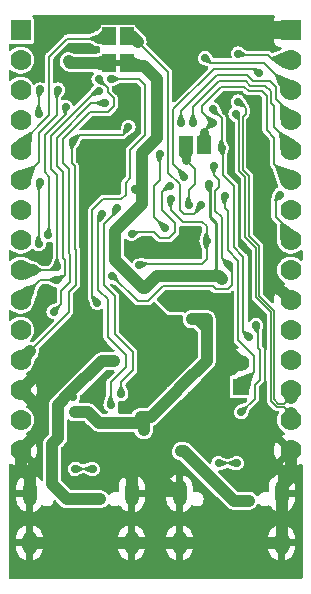
<source format=gbr>
G04 #@! TF.GenerationSoftware,KiCad,Pcbnew,7.0.9-7.0.9~ubuntu22.04.1*
G04 #@! TF.CreationDate,2023-12-08T11:13:10+02:00*
G04 #@! TF.ProjectId,ESP32-H2-DevKit-LiPo_Rev_A,45535033-322d-4483-922d-4465764b6974,A*
G04 #@! TF.SameCoordinates,PX7cc0090PY6a95280*
G04 #@! TF.FileFunction,Copper,L2,Bot*
G04 #@! TF.FilePolarity,Positive*
%FSLAX46Y46*%
G04 Gerber Fmt 4.6, Leading zero omitted, Abs format (unit mm)*
G04 Created by KiCad (PCBNEW 7.0.9-7.0.9~ubuntu22.04.1) date 2023-12-08 11:13:10*
%MOMM*%
%LPD*%
G01*
G04 APERTURE LIST*
G04 #@! TA.AperFunction,ComponentPad*
%ADD10O,1.200000X2.200000*%
G04 #@! TD*
G04 #@! TA.AperFunction,ComponentPad*
%ADD11O,1.300000X2.000000*%
G04 #@! TD*
G04 #@! TA.AperFunction,ComponentPad*
%ADD12R,1.400000X1.400000*%
G04 #@! TD*
G04 #@! TA.AperFunction,ComponentPad*
%ADD13C,1.400000*%
G04 #@! TD*
G04 #@! TA.AperFunction,ComponentPad*
%ADD14R,1.778000X1.778000*%
G04 #@! TD*
G04 #@! TA.AperFunction,ComponentPad*
%ADD15C,1.778000*%
G04 #@! TD*
G04 #@! TA.AperFunction,SMDPad,CuDef*
%ADD16R,1.168400X1.600200*%
G04 #@! TD*
G04 #@! TA.AperFunction,SMDPad,CuDef*
%ADD17R,0.762000X0.508000*%
G04 #@! TD*
G04 #@! TA.AperFunction,ViaPad*
%ADD18C,1.000000*%
G04 #@! TD*
G04 #@! TA.AperFunction,ViaPad*
%ADD19C,0.700000*%
G04 #@! TD*
G04 #@! TA.AperFunction,Conductor*
%ADD20C,1.016000*%
G04 #@! TD*
G04 #@! TA.AperFunction,Conductor*
%ADD21C,0.254000*%
G04 #@! TD*
G04 #@! TA.AperFunction,Conductor*
%ADD22C,0.200000*%
G04 #@! TD*
G04 #@! TA.AperFunction,Conductor*
%ADD23C,1.524000*%
G04 #@! TD*
G04 #@! TA.AperFunction,Conductor*
%ADD24C,0.762000*%
G04 #@! TD*
G04 #@! TA.AperFunction,Conductor*
%ADD25C,0.508000*%
G04 #@! TD*
G04 #@! TA.AperFunction,Conductor*
%ADD26C,0.165100*%
G04 #@! TD*
G04 #@! TA.AperFunction,Conductor*
%ADD27C,1.143000*%
G04 #@! TD*
G04 APERTURE END LIST*
D10*
X23370000Y7475000D03*
X14730000Y7475000D03*
D11*
X23370000Y3295000D03*
X14730000Y3295000D03*
D10*
X10670000Y7475000D03*
X2030000Y7475000D03*
D11*
X10670000Y3295000D03*
X2030000Y3295000D03*
D12*
X19920680Y16503650D03*
D13*
X19918140Y18533110D03*
D14*
X1270000Y46685000D03*
D15*
X1270000Y44145000D03*
X1270000Y41605000D03*
X1270000Y39065000D03*
X1270000Y36525000D03*
X1270000Y33985000D03*
X1270000Y31445000D03*
X1270000Y28905000D03*
X1270000Y26365000D03*
X1270000Y23825000D03*
X1270000Y21285000D03*
X1270000Y18745000D03*
X1270000Y16205000D03*
X1270000Y13665000D03*
X1270000Y11125000D03*
D14*
X24130000Y46685000D03*
D15*
X24130000Y44145000D03*
X24130000Y41605000D03*
X24130000Y39065000D03*
X24130000Y36525000D03*
X24130000Y33985000D03*
X24130000Y31445000D03*
X24130000Y28905000D03*
X24130000Y26365000D03*
X24130000Y23825000D03*
X24130000Y21285000D03*
X24130000Y18745000D03*
X24130000Y16205000D03*
X24130000Y13665000D03*
X24130000Y11125000D03*
D16*
X15240000Y36957000D03*
X16764000Y36957000D03*
X10287000Y46228000D03*
X8763000Y46228000D03*
X10287000Y43942000D03*
X10287000Y43942000D03*
D17*
X9779000Y43942000D03*
X9271000Y43942000D03*
D16*
X8763000Y43942000D03*
D18*
X6985000Y14351000D03*
X5842000Y14351000D03*
X11430000Y13970000D03*
X11705000Y12800652D03*
X17018000Y22225000D03*
X15748000Y22225000D03*
X16510000Y1143000D03*
D19*
X17526000Y45720000D03*
D18*
X3556000Y1143000D03*
X18796000Y3937000D03*
D19*
X10668000Y41656000D03*
D18*
X13589000Y11938000D03*
X15621000Y13208000D03*
D19*
X21717000Y32258000D03*
X7874000Y38862000D03*
X7620000Y15621000D03*
X3302000Y19304000D03*
D18*
X6477000Y24130000D03*
X21209000Y40386000D03*
X9525000Y5461000D03*
D19*
X16637000Y46609000D03*
D18*
X9652000Y9906000D03*
X3556000Y5334000D03*
D19*
X4445000Y42926000D03*
X8890000Y38862000D03*
D18*
X15113000Y23749000D03*
D19*
X13716000Y45466000D03*
X21971000Y36322000D03*
D18*
X15621000Y15367000D03*
D19*
X2133600Y27635200D03*
X2743200Y43865800D03*
D18*
X21590000Y5715000D03*
D19*
X14605000Y41656000D03*
D18*
X7239000Y20574000D03*
X16764000Y5715000D03*
D19*
X14605000Y43688000D03*
X8001000Y34798000D03*
D18*
X14732000Y28575000D03*
X6858000Y3683000D03*
X18419100Y23911500D03*
X22352000Y1143000D03*
X16002000Y43180000D03*
X13716000Y24003000D03*
X7747000Y11049000D03*
X21209000Y38989000D03*
D19*
X17596098Y46609000D03*
D18*
X5715000Y47117000D03*
D19*
X9652000Y41656000D03*
X3175000Y23368000D03*
D18*
X17018000Y23876000D03*
X8636000Y1143000D03*
D19*
X2921000Y41670500D03*
X2794000Y39624000D03*
D18*
X5334000Y44069000D03*
D19*
X16510000Y31877000D03*
X7803102Y45974000D03*
D18*
X18288000Y25654000D03*
X11811000Y24892000D03*
D19*
X10922000Y33274000D03*
X17203500Y33655000D03*
D18*
X13335000Y25908000D03*
D19*
X4445000Y41656000D03*
X21463000Y43053000D03*
X15113000Y34290000D03*
X7366000Y9525000D03*
X5867400Y9550400D03*
X18542000Y32639000D03*
X9398000Y31623000D03*
X9779000Y15875000D03*
X8890000Y14986000D03*
X8128000Y31087542D03*
D18*
X13081000Y19558000D03*
X13081000Y18034000D03*
X10922000Y16637000D03*
X14224000Y19177000D03*
X14478000Y18034000D03*
X9144000Y18669000D03*
X8001000Y6985000D03*
D19*
X5715000Y15621000D03*
D18*
X3937000Y10795000D03*
X3937000Y9779000D03*
D19*
X19939000Y14351000D03*
X21209636Y21717636D03*
X7747000Y23622000D03*
X8915400Y42560465D03*
X16891000Y44323000D03*
X4064000Y22860000D03*
X7874000Y42545000D03*
X19685000Y44704000D03*
D18*
X20574000Y6858000D03*
X14859000Y11049000D03*
X15875000Y10287000D03*
D19*
X4344302Y26670000D03*
X7874000Y41529000D03*
X2921000Y33796500D03*
X2794000Y28575000D03*
X5080000Y40195500D03*
X3556000Y29337000D03*
X5715000Y37338000D03*
X10403092Y38504800D03*
X8382000Y40513000D03*
X4344302Y25527000D03*
X17526000Y38862000D03*
X17606712Y35203522D03*
X9017000Y25908000D03*
X18923000Y26797000D03*
X15875000Y38862000D03*
X13955233Y33513233D03*
X10668000Y29464000D03*
X13047500Y36195000D03*
X14859000Y38862000D03*
X13462000Y29972000D03*
X23241000Y32766000D03*
X17018000Y28829000D03*
X13970000Y32385000D03*
X11331655Y26768345D03*
X20574000Y20701000D03*
X17526000Y40005000D03*
X18288000Y36703000D03*
X19685000Y40640000D03*
X18034000Y10033000D03*
X19558000Y10033000D03*
X19469260Y39624000D03*
X15494000Y31877000D03*
D20*
X5842000Y14351000D02*
X6985000Y14351000D01*
X15748000Y22225000D02*
X16256000Y22225000D01*
X17018000Y22225000D02*
X17018000Y21463000D01*
X14232000Y15883000D02*
X12298000Y13949000D01*
X11705000Y12800652D02*
X11705000Y13949000D01*
X17018000Y18669000D02*
X14978000Y16629000D01*
X14978000Y16629000D02*
X14971262Y16629000D01*
X15748000Y22225000D02*
X17018000Y22225000D01*
X11705000Y12800652D02*
X11678652Y12827000D01*
X7874000Y13462000D02*
X6985000Y14351000D01*
X11705000Y13462000D02*
X7874000Y13462000D01*
X12298000Y13949000D02*
X11705000Y13949000D01*
X11705000Y13949000D02*
X11684000Y13970000D01*
X16256000Y22225000D02*
X17018000Y21463000D01*
X14232000Y15889738D02*
X14232000Y15883000D01*
X17018000Y21463000D02*
X17018000Y18669000D01*
X14971262Y16629000D02*
X14232000Y15889738D01*
X11684000Y13970000D02*
X11430000Y13970000D01*
X22479000Y25476000D02*
X24130000Y23825000D01*
D21*
X8001000Y34843236D02*
X11303000Y38145236D01*
D20*
X3048000Y14427000D02*
X1270000Y16205000D01*
X8509000Y11049000D02*
X9652000Y9906000D01*
X17526000Y23749000D02*
X18542000Y22733000D01*
X14859000Y13208000D02*
X13589000Y11938000D01*
D22*
X20944803Y40386000D02*
X19928803Y41402000D01*
D20*
X21209000Y35687000D02*
X21998000Y34898000D01*
X6477000Y24130000D02*
X6477000Y22987000D01*
X13335000Y11684000D02*
X13335000Y8636000D01*
X1270000Y11125000D02*
X3048000Y12903000D01*
X10541000Y40300657D02*
X9102343Y38862000D01*
X13589000Y11938000D02*
X13335000Y11684000D01*
X14730000Y3295000D02*
X23370000Y3295000D01*
X10670000Y7475000D02*
X10670000Y8888000D01*
X9102343Y38862000D02*
X7874000Y38862000D01*
X1270000Y11125000D02*
X1270000Y9652000D01*
D21*
X11303000Y39538657D02*
X10541000Y40300657D01*
D20*
X21998000Y34898000D02*
X21998000Y30326000D01*
X9652000Y41656000D02*
X10033000Y41656000D01*
X15621000Y45212000D02*
X15621000Y43561000D01*
X6477000Y22987000D02*
X7239000Y22225000D01*
X13335000Y8636000D02*
X14496000Y7475000D01*
X10033000Y41656000D02*
X10541000Y41148000D01*
D21*
X5715000Y47117000D02*
X4318000Y47117000D01*
D20*
X18787110Y18533110D02*
X15621000Y15367000D01*
X2030000Y8892000D02*
X2030000Y7475000D01*
X15621000Y13208000D02*
X14859000Y13208000D01*
X15621000Y43561000D02*
X16002000Y43180000D01*
D21*
X11303000Y38145236D02*
X11303000Y39538657D01*
D20*
X2030000Y3295000D02*
X10670000Y3295000D01*
D21*
X8001000Y34798000D02*
X8001000Y34843236D01*
D20*
X17596098Y46609000D02*
X17672098Y46685000D01*
D21*
X4318000Y47117000D02*
X2743200Y45542200D01*
D20*
X10670000Y8888000D02*
X9652000Y9906000D01*
D22*
X24130000Y11125000D02*
X21971000Y13284000D01*
D20*
X10541000Y41148000D02*
X10541000Y40300657D01*
X1270000Y9652000D02*
X2030000Y8892000D01*
X14496000Y7475000D02*
X14730000Y7475000D01*
X21209000Y38989000D02*
X21209000Y35687000D01*
D22*
X21971000Y13284000D02*
X21971000Y21082000D01*
D21*
X2743200Y45542200D02*
X2743200Y43865800D01*
D20*
X15621000Y15367000D02*
X15621000Y13208000D01*
X22479000Y29845000D02*
X22479000Y25476000D01*
X13970000Y23749000D02*
X17526000Y23749000D01*
X21209000Y38989000D02*
X21209000Y40386000D01*
X3048000Y12903000D02*
X3048000Y14427000D01*
X21998000Y30326000D02*
X22479000Y29845000D01*
X23370000Y8130000D02*
X24130000Y8890000D01*
X17018000Y46609000D02*
X15621000Y45212000D01*
X23370000Y3295000D02*
X23370000Y7475000D01*
X19918140Y18533110D02*
X18787110Y18533110D01*
D22*
X19928803Y41402000D02*
X19050000Y41402000D01*
D20*
X18542000Y19909250D02*
X19918140Y18533110D01*
X7239000Y22225000D02*
X7239000Y20574000D01*
X24130000Y8890000D02*
X24130000Y11125000D01*
X10670000Y3295000D02*
X14730000Y3295000D01*
D23*
X17672098Y46685000D02*
X24130000Y46685000D01*
D20*
X18542000Y22733000D02*
X18542000Y19909250D01*
X17596098Y46609000D02*
X17018000Y46609000D01*
X5639000Y20574000D02*
X1270000Y16205000D01*
X7747000Y11049000D02*
X8509000Y11049000D01*
D22*
X21209000Y40386000D02*
X20944803Y40386000D01*
D20*
X7239000Y20574000D02*
X5639000Y20574000D01*
X23370000Y7475000D02*
X23370000Y8130000D01*
X13716000Y24003000D02*
X13970000Y23749000D01*
D22*
X2794000Y39624000D02*
X2794000Y41543500D01*
X2794000Y41543500D02*
X2921000Y41670500D01*
D24*
X8763000Y43942000D02*
X8255000Y43942000D01*
D20*
X5461000Y43942000D02*
X5334000Y44069000D01*
X8255000Y43942000D02*
X5461000Y43942000D01*
D22*
X13766800Y43129200D02*
X13766800Y34620200D01*
D20*
X10668000Y46228000D02*
X11176000Y45720000D01*
D22*
X14732000Y33655000D02*
X14732000Y31496000D01*
X14732000Y31496000D02*
X15113000Y31115000D01*
D20*
X10287000Y46228000D02*
X10668000Y46228000D01*
D22*
X13766800Y34620200D02*
X14732000Y33655000D01*
X15113000Y31115000D02*
X15938500Y31115000D01*
X15938500Y31115000D02*
X16510000Y31686500D01*
X11176000Y45720000D02*
X13766800Y43129200D01*
X16510000Y31686500D02*
X16510000Y31877000D01*
D25*
X8509000Y45974000D02*
X8763000Y46228000D01*
D22*
X5207000Y45974000D02*
X3683000Y44450000D01*
X7803102Y45974000D02*
X5207000Y45974000D01*
X3683000Y39497000D02*
X1270000Y37084000D01*
X1270000Y37084000D02*
X1270000Y36525000D01*
D24*
X7803102Y45974000D02*
X8509000Y45974000D01*
D22*
X3683000Y44450000D02*
X3683000Y39497000D01*
D20*
X9271000Y29718000D02*
X9271000Y27256394D01*
X10541000Y43688000D02*
X11684000Y43688000D01*
X18034000Y25908000D02*
X13335000Y25908000D01*
X9271000Y27256394D02*
X11635394Y24892000D01*
D21*
X17780000Y26162000D02*
X18034000Y25908000D01*
D20*
X12827000Y42545000D02*
X12827000Y37592000D01*
D21*
X17203500Y33655000D02*
X17272000Y33586500D01*
D20*
X11557000Y33274000D02*
X11557000Y32004000D01*
X11684000Y43688000D02*
X12827000Y42545000D01*
D21*
X17272000Y30861000D02*
X17780000Y30353000D01*
D20*
X11557000Y32004000D02*
X9271000Y29718000D01*
D21*
X17780000Y30353000D02*
X17780000Y26162000D01*
D24*
X10922000Y33274000D02*
X11557000Y33274000D01*
D20*
X18288000Y25654000D02*
X18034000Y25908000D01*
X12827000Y25908000D02*
X13335000Y25908000D01*
X11635394Y24892000D02*
X11811000Y24892000D01*
X11811000Y24892000D02*
X12827000Y25908000D01*
D24*
X10287000Y43942000D02*
X10541000Y43688000D01*
D20*
X12827000Y37592000D02*
X11557000Y36322000D01*
X11557000Y36322000D02*
X11557000Y33274000D01*
D21*
X17272000Y33586500D02*
X17272000Y30861000D01*
D22*
X2794000Y35509000D02*
X1270000Y33985000D01*
X2794000Y37973000D02*
X2794000Y35509000D01*
X4318000Y41529000D02*
X4318000Y39497000D01*
X4445000Y41656000D02*
X4318000Y41529000D01*
X4318000Y39497000D02*
X2794000Y37973000D01*
X14198600Y39979600D02*
X14198600Y35331400D01*
X21082000Y43434000D02*
X17653000Y43434000D01*
X14198600Y35331400D02*
X15113000Y34417000D01*
X21463000Y43053000D02*
X21082000Y43434000D01*
X17653000Y43434000D02*
X14198600Y39979600D01*
X15113000Y34417000D02*
X15113000Y34290000D01*
X7340600Y9550400D02*
X7366000Y9525000D01*
X5867400Y9550400D02*
X7340600Y9550400D01*
X21031200Y19075400D02*
X21031200Y17729200D01*
X18796000Y31369000D02*
X18796000Y28067000D01*
X18542000Y32639000D02*
X18542000Y31623000D01*
X19685000Y20421600D02*
X21031200Y19075400D01*
X18796000Y28067000D02*
X19685000Y27178000D01*
X18542000Y31623000D02*
X18796000Y31369000D01*
X21031200Y17729200D02*
X20701000Y17399000D01*
D25*
X19920680Y16503650D02*
X19920680Y16618680D01*
D22*
X19685000Y27178000D02*
X19685000Y20421600D01*
D25*
X19920680Y16618680D02*
X20701000Y17399000D01*
D22*
X9779000Y15875000D02*
X9779000Y16891000D01*
X9398000Y31369000D02*
X9398000Y31623000D01*
X9271000Y24148202D02*
X8293000Y25126202D01*
X9779000Y16891000D02*
X10795000Y17907000D01*
X8293000Y30264000D02*
X9398000Y31369000D01*
X10795000Y17907000D02*
X10795000Y19431000D01*
X8293000Y25126202D02*
X8293000Y30264000D01*
X10795000Y19431000D02*
X9271000Y20955000D01*
X9271000Y20955000D02*
X9271000Y24148202D01*
X8636000Y20701000D02*
X10160000Y19177000D01*
X7848600Y24678520D02*
X8636000Y23891120D01*
X8128000Y31087542D02*
X8128000Y30861000D01*
X8636000Y23891120D02*
X8636000Y20701000D01*
X7848600Y30581600D02*
X7848600Y24678520D01*
X8890000Y16891000D02*
X8890000Y14986000D01*
X8128000Y30861000D02*
X7848600Y30581600D01*
X10160000Y18161000D02*
X8890000Y16891000D01*
X10160000Y19177000D02*
X10160000Y18161000D01*
D25*
X5715000Y15621000D02*
X5397500Y15938500D01*
D20*
X8001000Y6985000D02*
X5207000Y6985000D01*
X3937000Y10795000D02*
X3937000Y11684000D01*
X8128000Y18669000D02*
X5397500Y15938500D01*
X3937000Y11684000D02*
X4445000Y12192000D01*
X3937000Y9779000D02*
X3937000Y10795000D01*
X9144000Y18669000D02*
X8128000Y18669000D01*
X4445000Y12192000D02*
X4445000Y14986000D01*
X4445000Y14986000D02*
X5397500Y15938500D01*
X3937000Y8255000D02*
X3937000Y9779000D01*
X5207000Y6985000D02*
X3937000Y8255000D01*
D22*
X21536000Y19612000D02*
X21336000Y19812000D01*
X21336000Y19812000D02*
X21336000Y21591272D01*
X21082000Y16637000D02*
X21536000Y17091000D01*
X21336000Y21591272D02*
X21209636Y21717636D01*
X19939000Y14351000D02*
X21082000Y15494000D01*
X21082000Y15494000D02*
X21082000Y16637000D01*
X21536000Y17091000D02*
X21536000Y19612000D01*
X10160000Y32766000D02*
X9779000Y32385000D01*
X8915400Y42560465D02*
X11287535Y42560465D01*
X24130000Y41656000D02*
X24130000Y41605000D01*
X10160000Y33782000D02*
X10160000Y32766000D01*
X7351000Y31481000D02*
X7351000Y24018000D01*
X16891000Y44323000D02*
X17272000Y43942000D01*
X11811000Y37795052D02*
X10541000Y36525052D01*
X10541000Y34163000D02*
X10160000Y33782000D01*
X11811000Y42037000D02*
X11811000Y37795052D01*
X11287535Y42560465D02*
X11811000Y42037000D01*
X10541000Y36525052D02*
X10541000Y34163000D01*
X17272000Y43942000D02*
X21844000Y43942000D01*
X21844000Y43942000D02*
X24130000Y41656000D01*
X9779000Y32385000D02*
X8255000Y32385000D01*
X8255000Y32385000D02*
X7351000Y31481000D01*
X7351000Y24018000D02*
X7747000Y23622000D01*
X4826000Y35433000D02*
X5334000Y34925000D01*
X4699000Y24638000D02*
X4699000Y23495000D01*
X22657000Y44145000D02*
X24130000Y44145000D01*
X7874000Y42545000D02*
X8636000Y41783000D01*
X19812000Y44577000D02*
X22225000Y44577000D01*
X8636000Y39751000D02*
X7112000Y39751000D01*
X5334000Y27813000D02*
X5461000Y27686000D01*
X7112000Y39751000D02*
X4826000Y37465000D01*
X4699000Y23495000D02*
X4064000Y22860000D01*
X19685000Y44704000D02*
X19812000Y44577000D01*
X8636000Y41452948D02*
X9144000Y40944948D01*
X9144000Y40259000D02*
X8636000Y39751000D01*
X4826000Y37465000D02*
X4826000Y35433000D01*
X22225000Y44577000D02*
X22657000Y44145000D01*
X5461000Y25400000D02*
X4699000Y24638000D01*
X5461000Y27686000D02*
X5461000Y25400000D01*
X5334000Y34925000D02*
X5334000Y27813000D01*
X9144000Y40944948D02*
X9144000Y40259000D01*
X8636000Y41783000D02*
X8636000Y41452948D01*
D20*
X15875000Y10287000D02*
X19304000Y6858000D01*
X14859000Y11049000D02*
X15113000Y11049000D01*
X19304000Y6858000D02*
X20574000Y6858000D01*
X15113000Y11049000D02*
X15875000Y10287000D01*
D22*
X3810000Y34925000D02*
X3810000Y37719000D01*
X4344302Y34390698D02*
X3810000Y34925000D01*
X4039302Y26365000D02*
X4344302Y26670000D01*
X7620000Y41529000D02*
X7874000Y41529000D01*
X4344302Y26670000D02*
X4344302Y34390698D01*
X3810000Y37719000D02*
X7620000Y41529000D01*
D20*
X1270000Y26365000D02*
X2286000Y26365000D01*
D22*
X2286000Y26365000D02*
X4039302Y26365000D01*
X2794000Y33669500D02*
X2921000Y33796500D01*
X2794000Y28575000D02*
X2794000Y33669500D01*
X5080000Y39624000D02*
X3302000Y37846000D01*
X3683000Y29464000D02*
X3556000Y29337000D01*
X5080000Y40195500D02*
X5080000Y39624000D01*
X3302000Y37846000D02*
X3302000Y34671000D01*
X3302000Y34671000D02*
X3683000Y34290000D01*
X3683000Y34290000D02*
X3683000Y29464000D01*
X5842000Y28194000D02*
X5969000Y28067000D01*
X5588000Y37211000D02*
X5588000Y35433000D01*
X5334000Y22809000D02*
X2057500Y19532500D01*
X5715000Y37338000D02*
X5588000Y37211000D01*
X5969000Y25146000D02*
X5334000Y24511000D01*
X9906000Y37846000D02*
X6223000Y37846000D01*
D20*
X2057500Y19532500D02*
X1270000Y18745000D01*
D22*
X5969000Y28067000D02*
X5969000Y25146000D01*
X5588000Y35433000D02*
X5842000Y35179000D01*
X5334000Y24511000D02*
X5334000Y22809000D01*
X6223000Y37846000D02*
X5715000Y37338000D01*
X10403092Y38343092D02*
X9906000Y37846000D01*
X10403092Y38504800D02*
X10403092Y38343092D01*
X5842000Y35179000D02*
X5842000Y28194000D01*
X1905000Y24511000D02*
X2921000Y25527000D01*
X4994302Y27263698D02*
X4826000Y27432000D01*
X4318000Y35210750D02*
X4318000Y37592000D01*
X4344302Y25527000D02*
X4572000Y25527000D01*
X2921000Y25527000D02*
X4344302Y25527000D01*
X4318000Y37592000D02*
X7239000Y40513000D01*
X7239000Y40513000D02*
X8382000Y40513000D01*
D20*
X1270000Y23876000D02*
X1905000Y24511000D01*
D22*
X4826000Y34702750D02*
X4318000Y35210750D01*
X4572000Y25527000D02*
X4994302Y25949302D01*
X4826000Y27432000D02*
X4826000Y34702750D01*
X4994302Y25949302D02*
X4994302Y27263698D01*
D20*
X1270000Y23825000D02*
X1270000Y23876000D01*
D24*
X16764000Y38100000D02*
X16764000Y36957000D01*
D22*
X22733000Y37592000D02*
X22733000Y35382000D01*
X20212000Y41891000D02*
X20574000Y41529000D01*
X18269000Y41891000D02*
X20212000Y41891000D01*
X22733000Y35382000D02*
X24130000Y33985000D01*
X17526000Y38862000D02*
X16764000Y38100000D01*
X22098000Y38227000D02*
X22733000Y37592000D01*
X21717000Y41529000D02*
X22098000Y41148000D01*
X22098000Y41148000D02*
X22098000Y38227000D01*
X16637000Y40259000D02*
X18269000Y41891000D01*
X20574000Y41529000D02*
X21717000Y41529000D01*
X16637000Y39751000D02*
X16637000Y40259000D01*
X17526000Y38862000D02*
X16637000Y39751000D01*
X9017000Y25908000D02*
X11176000Y23749000D01*
X19150000Y25119000D02*
X19150000Y26570000D01*
X18796000Y24765000D02*
X19150000Y25119000D01*
X19150000Y26570000D02*
X18923000Y26797000D01*
X17753000Y31396000D02*
X18288000Y30861000D01*
X17780000Y24765000D02*
X18796000Y24765000D01*
X18288000Y27432000D02*
X18923000Y26797000D01*
X18034000Y33381946D02*
X17753000Y33100946D01*
X17653000Y34426527D02*
X18034000Y34045527D01*
X13335000Y25019000D02*
X17526000Y25019000D01*
X12065000Y23749000D02*
X13335000Y25019000D01*
X17606712Y35203522D02*
X17653000Y35157234D01*
X11176000Y23749000D02*
X12065000Y23749000D01*
X17753000Y33100946D02*
X17753000Y31396000D01*
X17526000Y25019000D02*
X17780000Y24765000D01*
X17653000Y35157234D02*
X17653000Y34426527D01*
X18034000Y34045527D02*
X18034000Y33381946D01*
X18288000Y30861000D02*
X18288000Y27432000D01*
X13208000Y31496000D02*
X13208000Y33020000D01*
X24130000Y36525000D02*
X24130000Y37084000D01*
X13208000Y33020000D02*
X13701233Y33513233D01*
X22005000Y42003000D02*
X20735000Y42003000D01*
X13843000Y29083000D02*
X14351000Y29591000D01*
X12573000Y29591000D02*
X13081000Y29083000D01*
X15875000Y40163750D02*
X15875000Y38862000D01*
X10668000Y29464000D02*
X10795000Y29591000D01*
X18110250Y42399000D02*
X15875000Y40163750D01*
X22733000Y38481000D02*
X22733000Y40259000D01*
X22504400Y41503600D02*
X22005000Y42003000D01*
X20735000Y42003000D02*
X20339000Y42399000D01*
X13081000Y29083000D02*
X13843000Y29083000D01*
X22733000Y40259000D02*
X22504400Y40487600D01*
X13701233Y33513233D02*
X13955233Y33513233D01*
X14351000Y29591000D02*
X14351000Y30353000D01*
X10795000Y29591000D02*
X12573000Y29591000D01*
X24130000Y37084000D02*
X22733000Y38481000D01*
X22504400Y40487600D02*
X22504400Y41503600D01*
X20339000Y42399000D02*
X18110250Y42399000D01*
X14351000Y30353000D02*
X13208000Y31496000D01*
X20447000Y42926000D02*
X20970000Y42403000D01*
X12573000Y33528000D02*
X13047500Y34002500D01*
X23368000Y39827000D02*
X24130000Y39065000D01*
X20970000Y42403000D02*
X22367000Y42403000D01*
X14859000Y39878000D02*
X17907000Y42926000D01*
X17907000Y42926000D02*
X20447000Y42926000D01*
X22910800Y41859200D02*
X22910800Y40843200D01*
X12573000Y30861000D02*
X12573000Y33528000D01*
X13462000Y29972000D02*
X12573000Y30861000D01*
X22367000Y42403000D02*
X22910800Y41859200D01*
X22910800Y40843200D02*
X23368000Y40386000D01*
X13047500Y34002500D02*
X13047500Y36195000D01*
X14859000Y38862000D02*
X14859000Y39878000D01*
X23368000Y40386000D02*
X23368000Y39827000D01*
X24130000Y29591000D02*
X24130000Y28905000D01*
X23241000Y32766000D02*
X22860000Y32385000D01*
X22860000Y32385000D02*
X22860000Y30861000D01*
X22860000Y30861000D02*
X24130000Y29591000D01*
X16637000Y30480000D02*
X14986000Y30480000D01*
X13970000Y31496000D02*
X13970000Y32385000D01*
X11487310Y26924000D02*
X11331655Y26768345D01*
X14986000Y30480000D02*
X13970000Y31496000D01*
X17018000Y28829000D02*
X17018000Y30099000D01*
X17018000Y27305000D02*
X16637000Y26924000D01*
X16637000Y26924000D02*
X11487310Y26924000D01*
X17018000Y30099000D02*
X16637000Y30480000D01*
X17018000Y28829000D02*
X17018000Y27305000D01*
X18415000Y34417000D02*
X19304000Y33528000D01*
X18288000Y36703000D02*
X18415000Y36576000D01*
X18288000Y39243000D02*
X17526000Y40005000D01*
X20139000Y27486000D02*
X20139000Y21136000D01*
X19304000Y28321000D02*
X20139000Y27486000D01*
X18288000Y36703000D02*
X18288000Y39243000D01*
X18415000Y36576000D02*
X18415000Y34417000D01*
X19304000Y33528000D02*
X19304000Y28321000D01*
X20139000Y21136000D02*
X20574000Y20701000D01*
D26*
X20059650Y39363650D02*
X20320000Y39624000D01*
X20593050Y29270496D02*
X20593050Y34350496D01*
X22752050Y15427496D02*
X22752050Y22920496D01*
X20593050Y34350496D02*
X20059650Y34883896D01*
X22752050Y22920496D02*
X21482050Y24190496D01*
X21482050Y28381496D02*
X20593050Y29270496D01*
X24130000Y15621000D02*
X23590050Y15081050D01*
X20059650Y34883896D02*
X20059650Y39363650D01*
X21482050Y24190496D02*
X21482050Y28381496D01*
X20320000Y39624000D02*
X20320000Y40106600D01*
X19786600Y40640000D02*
X19685000Y40640000D01*
X20320000Y40106600D02*
X19786600Y40640000D01*
X23098496Y15081050D02*
X22752050Y15427496D01*
X23590050Y15081050D02*
X23098496Y15081050D01*
D27*
X24130000Y16205000D02*
X24130000Y15621000D01*
D26*
X23565050Y14788950D02*
X24130000Y14224000D01*
X19767550Y34762904D02*
X20300950Y34229504D01*
X21189950Y28260504D02*
X21189950Y24069504D01*
X21189950Y24069504D02*
X22459950Y22799504D01*
X22459950Y15306504D02*
X22977504Y14788950D01*
X19469260Y39624000D02*
X19478454Y39624000D01*
X22977504Y14788950D02*
X23565050Y14788950D01*
X20300950Y29149504D02*
X21189950Y28260504D01*
X22459950Y22799504D02*
X22459950Y15306504D01*
X20300950Y34229504D02*
X20300950Y29149504D01*
X19767550Y39334904D02*
X19767550Y34762904D01*
X19478454Y39624000D02*
X19767550Y39334904D01*
D22*
X18034000Y10033000D02*
X19558000Y10033000D01*
D27*
X24130000Y14224000D02*
X24130000Y13665000D01*
D22*
X16002000Y34925000D02*
X15240000Y35687000D01*
D24*
X15240000Y35687000D02*
X15240000Y36957000D01*
D22*
X15494000Y33147000D02*
X16002000Y33655000D01*
X16002000Y33655000D02*
X16002000Y34925000D01*
X15494000Y31877000D02*
X15494000Y33147000D01*
G04 #@! TA.AperFunction,Conductor*
G36*
X11156627Y42185963D02*
G01*
X11177601Y42169060D01*
X11419595Y41927066D01*
X11453621Y41864754D01*
X11456500Y41837971D01*
X11456500Y37994082D01*
X11436498Y37925961D01*
X11419595Y37904987D01*
X10325569Y36810962D01*
X10305397Y36794579D01*
X10297586Y36789476D01*
X10297585Y36789475D01*
X10277172Y36763249D01*
X10272006Y36757399D01*
X10269561Y36754954D01*
X10256741Y36737001D01*
X10224912Y36696105D01*
X10221378Y36689576D01*
X10218115Y36682900D01*
X10203325Y36633222D01*
X10186500Y36584209D01*
X10185277Y36576882D01*
X10184357Y36569507D01*
X10186500Y36517728D01*
X10186500Y34362031D01*
X10166498Y34293910D01*
X10149595Y34272935D01*
X9944566Y34067907D01*
X9924394Y34051525D01*
X9916586Y34046424D01*
X9916585Y34046423D01*
X9896172Y34020197D01*
X9891006Y34014347D01*
X9888561Y34011902D01*
X9875741Y33993949D01*
X9843912Y33953053D01*
X9840378Y33946524D01*
X9837115Y33939848D01*
X9822325Y33890170D01*
X9805500Y33841157D01*
X9804277Y33833830D01*
X9803357Y33826455D01*
X9805500Y33774676D01*
X9805500Y32965029D01*
X9785498Y32896908D01*
X9768595Y32875934D01*
X9669066Y32776405D01*
X9606754Y32742379D01*
X9579971Y32739500D01*
X8304834Y32739500D01*
X8278977Y32742182D01*
X8277137Y32742568D01*
X8269851Y32744096D01*
X8249283Y32741532D01*
X8236865Y32739984D01*
X8229077Y32739500D01*
X8225623Y32739500D01*
X8203877Y32735872D01*
X8194546Y32734709D01*
X8152448Y32729462D01*
X8145299Y32727334D01*
X8138308Y32724932D01*
X8138302Y32724930D01*
X8138302Y32724929D01*
X8132047Y32721544D01*
X8092718Y32700261D01*
X8046159Y32677500D01*
X8040108Y32673180D01*
X8034251Y32668621D01*
X7999151Y32630491D01*
X7135569Y31766910D01*
X7115397Y31750527D01*
X7107586Y31745424D01*
X7107585Y31745423D01*
X7087172Y31719197D01*
X7082006Y31713347D01*
X7079561Y31710902D01*
X7066741Y31692949D01*
X7034912Y31652053D01*
X7031378Y31645524D01*
X7028115Y31638848D01*
X7013325Y31589170D01*
X6996500Y31540157D01*
X6995277Y31532830D01*
X6994357Y31525455D01*
X6996500Y31473676D01*
X6996500Y24067835D01*
X6993818Y24041978D01*
X6991904Y24032854D01*
X6993956Y24016394D01*
X6996016Y23999865D01*
X6996500Y23992078D01*
X6996500Y23988619D01*
X6996499Y23988619D01*
X7000128Y23966879D01*
X7006538Y23915452D01*
X7008652Y23908352D01*
X7008660Y23908329D01*
X7008666Y23908307D01*
X7011070Y23901304D01*
X7011071Y23901302D01*
X7016925Y23890485D01*
X7035739Y23855719D01*
X7058502Y23809158D01*
X7062816Y23803116D01*
X7064170Y23801377D01*
X7064418Y23800872D01*
X7066228Y23798337D01*
X7070266Y23791892D01*
X7072153Y23788432D01*
X7070875Y23787736D01*
X7086763Y23755415D01*
X7123150Y23614222D01*
X7153182Y23497689D01*
X7154638Y23490184D01*
X7158060Y23464194D01*
X7166301Y23444297D01*
X7169101Y23435914D01*
X7170119Y23431968D01*
X7172657Y23423363D01*
X7174582Y23417578D01*
X7180786Y23400880D01*
X7180788Y23400876D01*
X7180791Y23400871D01*
X7183310Y23397079D01*
X7194762Y23375583D01*
X7215715Y23325000D01*
X7218970Y23317142D01*
X7218972Y23317139D01*
X7218974Y23317136D01*
X7315865Y23190866D01*
X7442142Y23093969D01*
X7534872Y23055561D01*
X7589194Y23033060D01*
X7747000Y23012284D01*
X7904806Y23033060D01*
X8014284Y23078407D01*
X8051854Y23093968D01*
X8051854Y23093969D01*
X8051858Y23093970D01*
X8078796Y23114642D01*
X8145013Y23140242D01*
X8214563Y23125979D01*
X8265360Y23076379D01*
X8281500Y23014679D01*
X8281500Y20750835D01*
X8278818Y20724978D01*
X8276904Y20715854D01*
X8278956Y20699394D01*
X8281016Y20682865D01*
X8281500Y20675078D01*
X8281500Y20671619D01*
X8281499Y20671619D01*
X8285128Y20649879D01*
X8291538Y20598452D01*
X8293652Y20591352D01*
X8293660Y20591329D01*
X8293666Y20591307D01*
X8296070Y20584304D01*
X8296071Y20584302D01*
X8320739Y20538719D01*
X8343502Y20492158D01*
X8347767Y20486185D01*
X8347811Y20486128D01*
X8347855Y20486066D01*
X8352380Y20480252D01*
X8390508Y20445152D01*
X8607396Y20228265D01*
X9189067Y19646594D01*
X9223091Y19584283D01*
X9218027Y19513468D01*
X9175480Y19456632D01*
X9108960Y19431821D01*
X9099971Y19431500D01*
X8192728Y19431500D01*
X8174468Y19432830D01*
X8170517Y19433409D01*
X8150328Y19436366D01*
X8150326Y19436366D01*
X8150325Y19436366D01*
X8130293Y19434614D01*
X8097450Y19431740D01*
X8091966Y19431500D01*
X8083588Y19431500D01*
X8050469Y19427630D01*
X7972761Y19420831D01*
X7965576Y19419347D01*
X7965564Y19419405D01*
X7958082Y19417746D01*
X7958096Y19417689D01*
X7950960Y19415999D01*
X7950958Y19415998D01*
X7950955Y19415998D01*
X7950955Y19415997D01*
X7877616Y19389305D01*
X7803557Y19364765D01*
X7796908Y19361664D01*
X7796883Y19361717D01*
X7789988Y19358379D01*
X7790015Y19358326D01*
X7783467Y19355038D01*
X7783461Y19355034D01*
X7718269Y19312157D01*
X7651850Y19271188D01*
X7651848Y19271187D01*
X7651846Y19271185D01*
X7646093Y19266636D01*
X7646056Y19266683D01*
X7640122Y19261850D01*
X7640161Y19261804D01*
X7634540Y19257088D01*
X7608682Y19229680D01*
X7580994Y19200333D01*
X4921350Y16540688D01*
X4674759Y16294097D01*
X3951599Y15570939D01*
X3937750Y15558971D01*
X3918184Y15544404D01*
X3918176Y15544397D01*
X3884056Y15503735D01*
X3880349Y15499689D01*
X3874428Y15493767D01*
X3874428Y15493766D01*
X3853754Y15467621D01*
X3803604Y15407853D01*
X3799574Y15401725D01*
X3799523Y15401758D01*
X3795405Y15395294D01*
X3795455Y15395263D01*
X3791607Y15389026D01*
X3758625Y15318295D01*
X3723604Y15248562D01*
X3721095Y15241668D01*
X3721039Y15241689D01*
X3718525Y15234455D01*
X3718582Y15234436D01*
X3716275Y15227476D01*
X3700498Y15151066D01*
X3682499Y15075122D01*
X3681648Y15067833D01*
X3681587Y15067841D01*
X3680809Y15060227D01*
X3680871Y15060221D01*
X3680231Y15052910D01*
X3682500Y14974925D01*
X3682500Y12560030D01*
X3662498Y12491909D01*
X3645595Y12470934D01*
X3443599Y12268939D01*
X3429750Y12256971D01*
X3410184Y12242404D01*
X3410176Y12242397D01*
X3376056Y12201735D01*
X3372349Y12197689D01*
X3366428Y12191767D01*
X3366428Y12191766D01*
X3345754Y12165621D01*
X3295604Y12105853D01*
X3291574Y12099725D01*
X3291523Y12099758D01*
X3287405Y12093294D01*
X3287455Y12093263D01*
X3283607Y12087026D01*
X3250625Y12016295D01*
X3215604Y11946562D01*
X3213095Y11939668D01*
X3213039Y11939689D01*
X3210525Y11932455D01*
X3210582Y11932436D01*
X3208275Y11925476D01*
X3192498Y11849066D01*
X3174499Y11773122D01*
X3173648Y11765833D01*
X3173587Y11765841D01*
X3172809Y11758227D01*
X3172871Y11758221D01*
X3172231Y11750910D01*
X3174500Y11672925D01*
X3174500Y8676123D01*
X3154498Y8608002D01*
X3100842Y8561509D01*
X3030568Y8551405D01*
X2965988Y8580899D01*
X2949458Y8598235D01*
X2835550Y8743080D01*
X2835539Y8743092D01*
X2675625Y8881657D01*
X2675624Y8881658D01*
X2492377Y8987455D01*
X2492371Y8987458D01*
X2347500Y9037599D01*
X2347500Y8173186D01*
X2268045Y8252641D01*
X2155148Y8310165D01*
X2030000Y8329986D01*
X1904852Y8310165D01*
X1791955Y8252641D01*
X1712500Y8173186D01*
X1712500Y9038115D01*
X1712499Y9038116D01*
X1665962Y9026825D01*
X1665954Y9026822D01*
X1473484Y8938923D01*
X1473480Y8938921D01*
X1301112Y8816179D01*
X1301111Y8816178D01*
X1155090Y8663036D01*
X1155089Y8663035D01*
X1040691Y8485025D01*
X1040688Y8485020D01*
X962047Y8288586D01*
X962046Y8288580D01*
X922000Y8080806D01*
X922000Y7792500D01*
X1630000Y7792500D01*
X1630000Y7157500D01*
X922000Y7157500D01*
X922000Y6922221D01*
X922001Y6922200D01*
X937072Y6764367D01*
X937075Y6764352D01*
X996689Y6561323D01*
X1093650Y6373246D01*
X1224455Y6206915D01*
X1224460Y6206909D01*
X1384374Y6068344D01*
X1384375Y6068343D01*
X1567622Y5962546D01*
X1567630Y5962542D01*
X1712500Y5912403D01*
X1712500Y6776814D01*
X1791955Y6697359D01*
X1904852Y6639835D01*
X2030000Y6620014D01*
X2155148Y6639835D01*
X2268045Y6697359D01*
X2347500Y6776814D01*
X2347500Y5911887D01*
X2394033Y5923175D01*
X2394041Y5923178D01*
X2586520Y6011080D01*
X2758887Y6133822D01*
X2758888Y6133823D01*
X2904908Y6286964D01*
X2982238Y6407294D01*
X3035893Y6453788D01*
X3106167Y6463893D01*
X3151236Y6448295D01*
X3154737Y6446274D01*
X3154739Y6446272D01*
X3301985Y6385280D01*
X3420327Y6369700D01*
X3420334Y6369700D01*
X3499666Y6369700D01*
X3499673Y6369700D01*
X3618015Y6385280D01*
X3765261Y6446272D01*
X3891705Y6543295D01*
X3988728Y6669738D01*
X4049720Y6816985D01*
X4049720Y6816989D01*
X4049888Y6817393D01*
X4094436Y6872674D01*
X4161800Y6895095D01*
X4230591Y6877537D01*
X4255391Y6858272D01*
X4443922Y6669740D01*
X4622062Y6491600D01*
X4634034Y6477746D01*
X4648602Y6458178D01*
X4661133Y6447663D01*
X4689269Y6424055D01*
X4693315Y6420347D01*
X4699235Y6414427D01*
X4699236Y6414426D01*
X4725379Y6393755D01*
X4785148Y6343603D01*
X4791279Y6339571D01*
X4791244Y6339520D01*
X4797697Y6335409D01*
X4797729Y6335460D01*
X4803973Y6331609D01*
X4803977Y6331607D01*
X4803980Y6331605D01*
X4873971Y6298968D01*
X4874711Y6298623D01*
X4944434Y6263606D01*
X4951333Y6261095D01*
X4951311Y6261037D01*
X4958537Y6258526D01*
X4958557Y6258584D01*
X4965525Y6256275D01*
X5041938Y6240498D01*
X5117872Y6222501D01*
X5117873Y6222501D01*
X5117877Y6222500D01*
X5117881Y6222500D01*
X5125166Y6221648D01*
X5125158Y6221588D01*
X5132773Y6220810D01*
X5132779Y6220871D01*
X5140083Y6220233D01*
X5140091Y6220231D01*
X5218076Y6222500D01*
X8045412Y6222500D01*
X8045415Y6222500D01*
X8144884Y6234127D01*
X8178042Y6238002D01*
X8345539Y6298966D01*
X8395170Y6331609D01*
X8494457Y6396911D01*
X8494458Y6396913D01*
X8494462Y6396915D01*
X8616783Y6526567D01*
X8616789Y6526580D01*
X8618574Y6528975D01*
X8620233Y6530225D01*
X8621819Y6531905D01*
X8622105Y6531635D01*
X8675291Y6571680D01*
X8746092Y6576942D01*
X8800893Y6547216D01*
X8801743Y6548323D01*
X8808294Y6543297D01*
X8808295Y6543295D01*
X8934739Y6446272D01*
X9081985Y6385280D01*
X9200327Y6369700D01*
X9200334Y6369700D01*
X9279666Y6369700D01*
X9279673Y6369700D01*
X9398015Y6385280D01*
X9545261Y6446272D01*
X9545266Y6446277D01*
X9546981Y6447266D01*
X9548616Y6447663D01*
X9552890Y6449433D01*
X9553165Y6448767D01*
X9615976Y6464007D01*
X9683068Y6440788D01*
X9721978Y6395887D01*
X9733650Y6373246D01*
X9864455Y6206915D01*
X9864460Y6206909D01*
X10024374Y6068344D01*
X10024375Y6068343D01*
X10207622Y5962546D01*
X10207630Y5962542D01*
X10352500Y5912403D01*
X10352500Y6776814D01*
X10431955Y6697359D01*
X10544852Y6639835D01*
X10670000Y6620014D01*
X10795148Y6639835D01*
X10908045Y6697359D01*
X10987500Y6776814D01*
X10987500Y5911887D01*
X11034033Y5923175D01*
X11034041Y5923178D01*
X11226520Y6011080D01*
X11398887Y6133822D01*
X11398888Y6133823D01*
X11544909Y6286965D01*
X11544910Y6286966D01*
X11659308Y6464976D01*
X11659311Y6464981D01*
X11737952Y6661415D01*
X11737953Y6661421D01*
X11777999Y6869195D01*
X11778000Y6869204D01*
X11778000Y6922221D01*
X13622000Y6922221D01*
X13622001Y6922200D01*
X13637072Y6764367D01*
X13637075Y6764352D01*
X13696689Y6561323D01*
X13793650Y6373246D01*
X13924455Y6206915D01*
X13924460Y6206909D01*
X14084374Y6068344D01*
X14084375Y6068343D01*
X14267622Y5962546D01*
X14267630Y5962542D01*
X14412500Y5912403D01*
X14412500Y6776814D01*
X14491955Y6697359D01*
X14604852Y6639835D01*
X14730000Y6620014D01*
X14855148Y6639835D01*
X14968045Y6697359D01*
X15047500Y6776814D01*
X15047500Y5911887D01*
X15094033Y5923175D01*
X15094041Y5923178D01*
X15286520Y6011080D01*
X15458887Y6133822D01*
X15458888Y6133823D01*
X15604908Y6286964D01*
X15682238Y6407294D01*
X15735893Y6453788D01*
X15806167Y6463893D01*
X15851236Y6448295D01*
X15854737Y6446274D01*
X15854739Y6446272D01*
X16001985Y6385280D01*
X16120327Y6369700D01*
X16120334Y6369700D01*
X16199666Y6369700D01*
X16199673Y6369700D01*
X16318015Y6385280D01*
X16465261Y6446272D01*
X16591705Y6543295D01*
X16688728Y6669738D01*
X16749720Y6816985D01*
X16770523Y6975000D01*
X16749720Y7133015D01*
X16688728Y7280261D01*
X16591705Y7406705D01*
X16465261Y7503728D01*
X16318015Y7564720D01*
X16318013Y7564721D01*
X16199675Y7580300D01*
X16199673Y7580300D01*
X16120327Y7580300D01*
X16120324Y7580300D01*
X16001987Y7564721D01*
X15996608Y7563279D01*
X15925631Y7564971D01*
X15866837Y7604767D01*
X15838891Y7670032D01*
X15838000Y7684987D01*
X15838000Y8027780D01*
X15837998Y8027801D01*
X15822927Y8185634D01*
X15822924Y8185649D01*
X15763310Y8388678D01*
X15666349Y8576755D01*
X15535544Y8743086D01*
X15535539Y8743092D01*
X15375625Y8881657D01*
X15375624Y8881658D01*
X15192377Y8987455D01*
X15192371Y8987458D01*
X15047500Y9037599D01*
X15047500Y8173186D01*
X14968045Y8252641D01*
X14855148Y8310165D01*
X14730000Y8329986D01*
X14604852Y8310165D01*
X14491955Y8252641D01*
X14412500Y8173186D01*
X14412500Y9038115D01*
X14412499Y9038116D01*
X14365962Y9026825D01*
X14365954Y9026822D01*
X14173484Y8938923D01*
X14173480Y8938921D01*
X14001112Y8816179D01*
X14001111Y8816178D01*
X13855090Y8663036D01*
X13855089Y8663035D01*
X13740691Y8485025D01*
X13740688Y8485020D01*
X13662047Y8288586D01*
X13662046Y8288580D01*
X13622000Y8080806D01*
X13622000Y7792500D01*
X14330000Y7792500D01*
X14330000Y7157500D01*
X13622000Y7157500D01*
X13622000Y6922221D01*
X11778000Y6922221D01*
X11778000Y7157500D01*
X11070000Y7157500D01*
X11070000Y7792500D01*
X11778000Y7792500D01*
X11778000Y8027780D01*
X11777998Y8027801D01*
X11762927Y8185634D01*
X11762924Y8185649D01*
X11703310Y8388678D01*
X11606349Y8576755D01*
X11475544Y8743086D01*
X11475539Y8743092D01*
X11315625Y8881657D01*
X11315624Y8881658D01*
X11132377Y8987455D01*
X11132371Y8987458D01*
X10987500Y9037599D01*
X10987500Y8173186D01*
X10908045Y8252641D01*
X10795148Y8310165D01*
X10670000Y8329986D01*
X10544852Y8310165D01*
X10431955Y8252641D01*
X10352500Y8173186D01*
X10352500Y9038115D01*
X10352499Y9038116D01*
X10305962Y9026825D01*
X10305954Y9026822D01*
X10113484Y8938923D01*
X10113480Y8938921D01*
X9941112Y8816179D01*
X9941111Y8816178D01*
X9795090Y8663036D01*
X9795089Y8663035D01*
X9680691Y8485025D01*
X9680688Y8485020D01*
X9602047Y8288586D01*
X9602046Y8288580D01*
X9562000Y8080806D01*
X9562000Y7684987D01*
X9541998Y7616866D01*
X9488342Y7570373D01*
X9418068Y7560269D01*
X9403392Y7563279D01*
X9398012Y7564721D01*
X9279675Y7580300D01*
X9279673Y7580300D01*
X9200327Y7580300D01*
X9200324Y7580300D01*
X9081986Y7564721D01*
X9008362Y7534224D01*
X8934739Y7503728D01*
X8934738Y7503727D01*
X8934737Y7503727D01*
X8929093Y7499396D01*
X8808295Y7406705D01*
X8808294Y7406704D01*
X8801743Y7401677D01*
X8799673Y7404375D01*
X8751151Y7377936D01*
X8680340Y7383064D01*
X8623542Y7425661D01*
X8623411Y7425838D01*
X8568648Y7499397D01*
X8559398Y7511822D01*
X8422853Y7626396D01*
X8422850Y7626398D01*
X8422848Y7626399D01*
X8263572Y7706392D01*
X8263566Y7706394D01*
X8256878Y7707979D01*
X8090123Y7747500D01*
X8090121Y7747500D01*
X5575028Y7747500D01*
X5506907Y7767502D01*
X5485933Y7784405D01*
X4736405Y8533933D01*
X4702379Y8596245D01*
X4699500Y8623028D01*
X4699500Y9550400D01*
X5257684Y9550400D01*
X5278460Y9392594D01*
X5339368Y9245543D01*
X5436265Y9119266D01*
X5562542Y9022369D01*
X5651517Y8985516D01*
X5709594Y8961460D01*
X5867400Y8940684D01*
X6025206Y8961460D01*
X6070829Y8980358D01*
X6096550Y8987924D01*
X6107259Y8989866D01*
X6567321Y9171400D01*
X6638027Y9177796D01*
X6664638Y9169378D01*
X7117236Y8968691D01*
X7118777Y8968027D01*
X7121441Y8966898D01*
X7121444Y8966898D01*
X7121445Y8966897D01*
X7133393Y8964489D01*
X7156718Y8957382D01*
X7208194Y8936060D01*
X7365999Y8915284D01*
X7365999Y8915285D01*
X7366000Y8915284D01*
X7523806Y8936060D01*
X7630748Y8980356D01*
X7670857Y8996969D01*
X7797134Y9093866D01*
X7894031Y9220143D01*
X7918696Y9279691D01*
X7954940Y9367194D01*
X7975716Y9525000D01*
X7954940Y9682806D01*
X7920436Y9766108D01*
X7894031Y9829858D01*
X7797134Y9956135D01*
X7670857Y10053032D01*
X7523806Y10113940D01*
X7366000Y10134716D01*
X7208193Y10113940D01*
X7208192Y10113940D01*
X7170798Y10098451D01*
X7140535Y10090147D01*
X7135288Y10089392D01*
X7135285Y10089392D01*
X6665791Y9923726D01*
X6594896Y9919921D01*
X6577617Y9925340D01*
X6501184Y9955499D01*
X6383356Y10001992D01*
X6107260Y10110935D01*
X6103902Y10111561D01*
X6095690Y10113093D01*
X6070578Y10120547D01*
X6025206Y10139340D01*
X5867400Y10160116D01*
X5709593Y10139340D01*
X5562542Y10078432D01*
X5436265Y9981535D01*
X5339368Y9855258D01*
X5278460Y9708207D01*
X5257684Y9550400D01*
X4699500Y9550400D01*
X4699500Y11004363D01*
X14092608Y11004363D01*
X14118491Y10857573D01*
X14123561Y10828820D01*
X14123561Y10828819D01*
X14194156Y10665161D01*
X14194157Y10665160D01*
X14194159Y10665158D01*
X14194160Y10665155D01*
X14300602Y10522178D01*
X14300604Y10522177D01*
X14300605Y10522175D01*
X14350469Y10480335D01*
X14437147Y10407604D01*
X14437151Y10407602D01*
X14596427Y10327609D01*
X14596432Y10327607D01*
X14596434Y10327606D01*
X14769877Y10286500D01*
X14769880Y10286500D01*
X14770867Y10286266D01*
X14830905Y10252758D01*
X15102127Y9981535D01*
X15368793Y9714869D01*
X15368807Y9714856D01*
X17926162Y7157500D01*
X18719058Y6364604D01*
X18731031Y6350750D01*
X18740099Y6338569D01*
X18745602Y6331178D01*
X18783992Y6298965D01*
X18786269Y6297055D01*
X18790315Y6293347D01*
X18796235Y6287427D01*
X18796236Y6287426D01*
X18822379Y6266755D01*
X18882148Y6216603D01*
X18888279Y6212571D01*
X18888244Y6212520D01*
X18894697Y6208409D01*
X18894729Y6208460D01*
X18900973Y6204609D01*
X18900977Y6204607D01*
X18900980Y6204605D01*
X18970971Y6171968D01*
X18971711Y6171623D01*
X19041434Y6136606D01*
X19048333Y6134095D01*
X19048311Y6134037D01*
X19055537Y6131526D01*
X19055557Y6131584D01*
X19062525Y6129275D01*
X19138938Y6113498D01*
X19214872Y6095501D01*
X19214873Y6095501D01*
X19214877Y6095500D01*
X19214881Y6095500D01*
X19222166Y6094648D01*
X19222158Y6094588D01*
X19229773Y6093810D01*
X19229779Y6093871D01*
X19237083Y6093233D01*
X19237091Y6093231D01*
X19315076Y6095500D01*
X20618412Y6095500D01*
X20618415Y6095500D01*
X20717884Y6107127D01*
X20751042Y6111002D01*
X20918539Y6171966D01*
X20971676Y6206915D01*
X21067457Y6269911D01*
X21067458Y6269913D01*
X21067462Y6269915D01*
X21189783Y6399567D01*
X21278906Y6553933D01*
X21278907Y6553938D01*
X21279604Y6555144D01*
X21330987Y6604138D01*
X21400700Y6617575D01*
X21466612Y6591188D01*
X21488686Y6568849D01*
X21508292Y6543298D01*
X21508293Y6543297D01*
X21508295Y6543295D01*
X21634739Y6446272D01*
X21781985Y6385280D01*
X21900327Y6369700D01*
X21900334Y6369700D01*
X21979666Y6369700D01*
X21979673Y6369700D01*
X22098015Y6385280D01*
X22245261Y6446272D01*
X22245266Y6446277D01*
X22246981Y6447266D01*
X22248616Y6447663D01*
X22252890Y6449433D01*
X22253165Y6448767D01*
X22315976Y6464007D01*
X22383068Y6440788D01*
X22421978Y6395887D01*
X22433650Y6373246D01*
X22564455Y6206915D01*
X22564460Y6206909D01*
X22724374Y6068344D01*
X22724375Y6068343D01*
X22907622Y5962546D01*
X22907630Y5962542D01*
X23052500Y5912403D01*
X23052500Y6776814D01*
X23131955Y6697359D01*
X23244852Y6639835D01*
X23370000Y6620014D01*
X23495148Y6639835D01*
X23608045Y6697359D01*
X23687500Y6776814D01*
X23687500Y5911886D01*
X23734033Y5923175D01*
X23734041Y5923178D01*
X23926520Y6011080D01*
X24098887Y6133822D01*
X24098888Y6133823D01*
X24244909Y6286965D01*
X24244910Y6286966D01*
X24359308Y6464976D01*
X24359311Y6464981D01*
X24437952Y6661415D01*
X24437953Y6661421D01*
X24477999Y6869195D01*
X24478000Y6869204D01*
X24478000Y7157500D01*
X23770000Y7157500D01*
X23770000Y7792500D01*
X24478000Y7792500D01*
X24478000Y8027780D01*
X24477998Y8027801D01*
X24462927Y8185634D01*
X24462924Y8185649D01*
X24403310Y8388678D01*
X24306349Y8576755D01*
X24175544Y8743086D01*
X24175539Y8743092D01*
X24015625Y8881657D01*
X24015624Y8881658D01*
X23832377Y8987455D01*
X23832371Y8987458D01*
X23687500Y9037599D01*
X23687500Y8173186D01*
X23608045Y8252641D01*
X23495148Y8310165D01*
X23370000Y8329986D01*
X23244852Y8310165D01*
X23131955Y8252641D01*
X23052500Y8173186D01*
X23052500Y9038115D01*
X23052499Y9038116D01*
X23005962Y9026825D01*
X23005954Y9026822D01*
X22813484Y8938923D01*
X22813480Y8938921D01*
X22641112Y8816179D01*
X22641111Y8816178D01*
X22495090Y8663036D01*
X22495089Y8663035D01*
X22380691Y8485025D01*
X22380688Y8485020D01*
X22302047Y8288586D01*
X22302046Y8288580D01*
X22262000Y8080806D01*
X22262000Y7684987D01*
X22241998Y7616866D01*
X22188342Y7570373D01*
X22118068Y7560269D01*
X22103392Y7563279D01*
X22098012Y7564721D01*
X21979675Y7580300D01*
X21979673Y7580300D01*
X21900327Y7580300D01*
X21900324Y7580300D01*
X21781986Y7564721D01*
X21708362Y7534224D01*
X21634739Y7503728D01*
X21634738Y7503727D01*
X21634737Y7503727D01*
X21508292Y7406703D01*
X21410717Y7279541D01*
X21353379Y7237673D01*
X21282508Y7233452D01*
X21220605Y7268217D01*
X21209695Y7280994D01*
X21132398Y7384822D01*
X21132395Y7384825D01*
X21132394Y7384826D01*
X21065907Y7440614D01*
X20995853Y7499396D01*
X20995850Y7499398D01*
X20995848Y7499399D01*
X20836572Y7579392D01*
X20836566Y7579394D01*
X20832743Y7580300D01*
X20663123Y7620500D01*
X20663121Y7620500D01*
X19672028Y7620500D01*
X19603907Y7640502D01*
X19582933Y7657405D01*
X18022959Y9217379D01*
X17988933Y9279691D01*
X17993998Y9350506D01*
X18036545Y9407342D01*
X18095604Y9431395D01*
X18191806Y9444060D01*
X18237429Y9462958D01*
X18263150Y9470524D01*
X18273859Y9472466D01*
X18749753Y9660247D01*
X18820459Y9666643D01*
X18842242Y9660247D01*
X19318139Y9472466D01*
X19329695Y9470312D01*
X19354818Y9462855D01*
X19373716Y9455028D01*
X19400194Y9444060D01*
X19558000Y9423284D01*
X19715806Y9444060D01*
X19808536Y9482470D01*
X19862857Y9504969D01*
X19989134Y9601866D01*
X20086031Y9728143D01*
X20108530Y9782464D01*
X20146940Y9875194D01*
X20167716Y10033000D01*
X20146940Y10190806D01*
X20124439Y10245128D01*
X20086031Y10337858D01*
X19989134Y10464135D01*
X19862857Y10561032D01*
X19715806Y10621940D01*
X19558000Y10642716D01*
X19400193Y10621940D01*
X19400192Y10621940D01*
X19354575Y10603045D01*
X19328855Y10595479D01*
X19318140Y10593535D01*
X19318136Y10593534D01*
X18842246Y10405757D01*
X18771538Y10399360D01*
X18749752Y10405757D01*
X18273860Y10593535D01*
X18270502Y10594161D01*
X18262290Y10595693D01*
X18237178Y10603147D01*
X18191806Y10621940D01*
X18034000Y10642716D01*
X17876193Y10621940D01*
X17729142Y10561032D01*
X17602865Y10464135D01*
X17505968Y10337858D01*
X17445060Y10190807D01*
X17432395Y10094608D01*
X17403672Y10029681D01*
X17344407Y9990590D01*
X17273415Y9989745D01*
X17218378Y10021960D01*
X15697942Y11542396D01*
X15685970Y11556248D01*
X15672744Y11574014D01*
X15671398Y11575822D01*
X15666232Y11580157D01*
X15630730Y11609948D01*
X15626676Y11613662D01*
X15620771Y11619568D01*
X15613901Y11625000D01*
X15598618Y11637085D01*
X15594619Y11640247D01*
X15534855Y11690395D01*
X15528728Y11694424D01*
X15528761Y11694476D01*
X15522303Y11698590D01*
X15522272Y11698539D01*
X15516022Y11702394D01*
X15445294Y11735375D01*
X15375572Y11770392D01*
X15368671Y11772903D01*
X15368691Y11772961D01*
X15361459Y11775475D01*
X15361440Y11775417D01*
X15354476Y11777725D01*
X15278065Y11793502D01*
X15202120Y11811501D01*
X15194833Y11812352D01*
X15194840Y11812413D01*
X15187226Y11813191D01*
X15187221Y11813129D01*
X15179909Y11813769D01*
X15101924Y11811500D01*
X14814585Y11811500D01*
X14681958Y11795999D01*
X14681956Y11795998D01*
X14514463Y11735036D01*
X14514457Y11735033D01*
X14365542Y11637090D01*
X14243216Y11507433D01*
X14154094Y11353069D01*
X14120012Y11239228D01*
X14102972Y11182308D01*
X14092608Y11004363D01*
X4699500Y11004363D01*
X4699500Y11315973D01*
X4719502Y11384094D01*
X4736399Y11405063D01*
X4938407Y11607071D01*
X4952240Y11619025D01*
X4971822Y11633602D01*
X5005952Y11674279D01*
X5009651Y11678315D01*
X5015573Y11684235D01*
X5036245Y11710380D01*
X5086396Y11770147D01*
X5086398Y11770152D01*
X5090430Y11776280D01*
X5090483Y11776245D01*
X5094595Y11782700D01*
X5094541Y11782733D01*
X5098390Y11788975D01*
X5098395Y11788980D01*
X5099884Y11792172D01*
X5131377Y11859712D01*
X5132893Y11862730D01*
X5166394Y11929434D01*
X5166394Y11929436D01*
X5166396Y11929439D01*
X5168908Y11936339D01*
X5168966Y11936318D01*
X5171475Y11943538D01*
X5171416Y11943557D01*
X5173722Y11950522D01*
X5173725Y11950526D01*
X5189502Y12026939D01*
X5207500Y12102877D01*
X5207500Y12102884D01*
X5208352Y12110166D01*
X5208412Y12110159D01*
X5209190Y12117774D01*
X5209129Y12117779D01*
X5209767Y12125083D01*
X5209769Y12125091D01*
X5207500Y12203076D01*
X5207500Y13617829D01*
X5227502Y13685950D01*
X5281158Y13732443D01*
X5351432Y13742547D01*
X5414492Y13714349D01*
X5420147Y13709604D01*
X5420151Y13709602D01*
X5579427Y13629609D01*
X5579430Y13629608D01*
X5579434Y13629606D01*
X5752877Y13588500D01*
X6616972Y13588500D01*
X6685093Y13568498D01*
X6706067Y13551596D01*
X6997993Y13259669D01*
X7289062Y12968600D01*
X7301034Y12954746D01*
X7315601Y12935179D01*
X7356269Y12901055D01*
X7360315Y12897347D01*
X7366235Y12891427D01*
X7366236Y12891426D01*
X7392379Y12870755D01*
X7452148Y12820603D01*
X7458279Y12816571D01*
X7458244Y12816520D01*
X7464697Y12812409D01*
X7464729Y12812460D01*
X7470975Y12808608D01*
X7470977Y12808607D01*
X7470980Y12808605D01*
X7541705Y12775626D01*
X7611434Y12740606D01*
X7611436Y12740606D01*
X7618331Y12738096D01*
X7618309Y12738038D01*
X7625538Y12735525D01*
X7625558Y12735584D01*
X7632524Y12733277D01*
X7632527Y12733275D01*
X7708931Y12717500D01*
X7784877Y12699500D01*
X7784883Y12699500D01*
X7792166Y12698648D01*
X7792158Y12698588D01*
X7799774Y12697810D01*
X7799780Y12697871D01*
X7807083Y12697233D01*
X7807092Y12697231D01*
X7885091Y12699500D01*
X10826643Y12699500D01*
X10894764Y12679498D01*
X10941257Y12625842D01*
X10946247Y12613134D01*
X10971115Y12538085D01*
X10982888Y12502558D01*
X11076460Y12350855D01*
X11076463Y12350852D01*
X11076464Y12350851D01*
X11101644Y12325671D01*
X11112147Y12312778D01*
X11112193Y12312816D01*
X11116911Y12307193D01*
X11173671Y12253644D01*
X11197236Y12230078D01*
X11203793Y12224894D01*
X11207946Y12221307D01*
X11230924Y12199628D01*
X11246569Y12184867D01*
X11267689Y12172674D01*
X11282840Y12162391D01*
X11301980Y12147257D01*
X11350090Y12124823D01*
X11354967Y12122284D01*
X11400931Y12095747D01*
X11400933Y12095746D01*
X11424312Y12088747D01*
X11441414Y12082239D01*
X11449410Y12078510D01*
X11463522Y12071929D01*
X11463524Y12071929D01*
X11463527Y12071927D01*
X11515520Y12061192D01*
X11520818Y12059855D01*
X11571692Y12044624D01*
X11596051Y12043206D01*
X11614199Y12040817D01*
X11638092Y12035883D01*
X11691169Y12037428D01*
X11696620Y12037349D01*
X11749637Y12034260D01*
X11773655Y12038496D01*
X11791865Y12040357D01*
X11816263Y12041066D01*
X11867567Y12054815D01*
X11872888Y12055994D01*
X11925176Y12065212D01*
X11931229Y12067824D01*
X11947575Y12074874D01*
X11964868Y12080886D01*
X11988436Y12087200D01*
X12035195Y12112413D01*
X12040081Y12114778D01*
X12088845Y12135812D01*
X12108406Y12150376D01*
X12123852Y12160217D01*
X12135060Y12166260D01*
X12145327Y12171794D01*
X12145328Y12171795D01*
X12145330Y12171796D01*
X12184997Y12207099D01*
X12189238Y12210553D01*
X12231822Y12242254D01*
X12247502Y12260943D01*
X12260259Y12274077D01*
X12278484Y12290294D01*
X12308954Y12333812D01*
X12312249Y12338107D01*
X12346396Y12378799D01*
X12357343Y12400597D01*
X12366734Y12416328D01*
X12380723Y12436305D01*
X12400320Y12485636D01*
X12402572Y12490655D01*
X12416536Y12518459D01*
X12426394Y12538086D01*
X12432021Y12561831D01*
X12437528Y12579294D01*
X12446530Y12601952D01*
X12446530Y12601954D01*
X12446532Y12601958D01*
X12454225Y12654478D01*
X12455258Y12659879D01*
X12464248Y12697810D01*
X12467500Y12711529D01*
X12467500Y12735918D01*
X12468830Y12754179D01*
X12469396Y12758045D01*
X12472367Y12778324D01*
X12467739Y12831212D01*
X12467500Y12836699D01*
X12467500Y13110909D01*
X12487502Y13179030D01*
X12541158Y13225523D01*
X12553860Y13230511D01*
X12622440Y13253235D01*
X12622443Y13253238D01*
X12629090Y13256336D01*
X12629116Y13256280D01*
X12636003Y13259614D01*
X12635976Y13259669D01*
X12642533Y13262963D01*
X12642535Y13262965D01*
X12642539Y13262966D01*
X12681002Y13288265D01*
X12707739Y13305849D01*
X12730930Y13320155D01*
X12774149Y13346812D01*
X12774152Y13346815D01*
X12779909Y13351366D01*
X12779947Y13351318D01*
X12785874Y13356145D01*
X12785834Y13356193D01*
X12791453Y13360910D01*
X12791462Y13360915D01*
X12814827Y13385682D01*
X12845022Y13417685D01*
X13786828Y14359493D01*
X14725401Y15298065D01*
X14739240Y15310025D01*
X14758822Y15324602D01*
X14792952Y15365279D01*
X14796651Y15369315D01*
X14802573Y15375235D01*
X14816540Y15392900D01*
X14823235Y15401367D01*
X14826466Y15405219D01*
X14828084Y15407148D01*
X14831775Y15411178D01*
X15426152Y16005555D01*
X15449100Y16023699D01*
X15454149Y16026812D01*
X15454153Y16026817D01*
X15454156Y16026818D01*
X15459910Y16031367D01*
X15459948Y16031318D01*
X15465874Y16036145D01*
X15465834Y16036193D01*
X15471453Y16040910D01*
X15471462Y16040915D01*
X15494827Y16065682D01*
X15525022Y16097685D01*
X16519828Y17092493D01*
X17511401Y18084065D01*
X17525240Y18096025D01*
X17544822Y18110602D01*
X17578952Y18151279D01*
X17582651Y18155315D01*
X17588573Y18161235D01*
X17609245Y18187380D01*
X17659396Y18247147D01*
X17659398Y18247152D01*
X17663430Y18253280D01*
X17663483Y18253245D01*
X17667595Y18259700D01*
X17667541Y18259733D01*
X17671389Y18265973D01*
X17671395Y18265980D01*
X17704374Y18336706D01*
X17739394Y18406434D01*
X17739394Y18406438D01*
X17739396Y18406440D01*
X17741907Y18413337D01*
X17741965Y18413316D01*
X17744477Y18420545D01*
X17744417Y18420565D01*
X17746722Y18427523D01*
X17746725Y18427527D01*
X17762500Y18503932D01*
X17780500Y18579877D01*
X17780500Y18579884D01*
X17781352Y18587165D01*
X17781411Y18587158D01*
X17782190Y18594775D01*
X17782129Y18594780D01*
X17782767Y18602083D01*
X17782769Y18602092D01*
X17780500Y18680092D01*
X17780500Y21398266D01*
X17781830Y21416527D01*
X17785367Y21440672D01*
X17780739Y21493560D01*
X17780500Y21499047D01*
X17780500Y22200978D01*
X17780607Y22204642D01*
X17784392Y22269637D01*
X17784141Y22271061D01*
X17773084Y22333762D01*
X17772555Y22337382D01*
X17764998Y22402042D01*
X17761102Y22412747D01*
X17755416Y22433963D01*
X17753440Y22445176D01*
X17727655Y22504951D01*
X17726304Y22508353D01*
X17714974Y22539480D01*
X17704034Y22569539D01*
X17697774Y22579056D01*
X17687348Y22598394D01*
X17682840Y22608845D01*
X17682838Y22608848D01*
X17661177Y22637944D01*
X17643957Y22661074D01*
X17641860Y22664069D01*
X17634494Y22675269D01*
X17606085Y22718462D01*
X17606084Y22718463D01*
X17606082Y22718466D01*
X17597803Y22726276D01*
X17583196Y22742690D01*
X17576400Y22751820D01*
X17576398Y22751822D01*
X17526525Y22793671D01*
X17523788Y22796107D01*
X17476432Y22840784D01*
X17466563Y22846482D01*
X17448580Y22859074D01*
X17439853Y22866396D01*
X17439846Y22866401D01*
X17381677Y22895614D01*
X17378452Y22897353D01*
X17322069Y22929905D01*
X17322063Y22929908D01*
X17311154Y22933174D01*
X17290751Y22941280D01*
X17280575Y22946390D01*
X17280561Y22946396D01*
X17217210Y22961410D01*
X17213671Y22962359D01*
X17151308Y22981028D01*
X17139931Y22981691D01*
X17118210Y22984873D01*
X17107123Y22987500D01*
X17042023Y22987500D01*
X17038359Y22987607D01*
X16973368Y22991392D01*
X16973362Y22991392D01*
X16967708Y22990396D01*
X16962144Y22989414D01*
X16940267Y22987500D01*
X16346771Y22987500D01*
X16330226Y22989191D01*
X16330221Y22989129D01*
X16322909Y22989769D01*
X16244924Y22987500D01*
X15703585Y22987500D01*
X15570958Y22971999D01*
X15570956Y22971998D01*
X15403463Y22911036D01*
X15403457Y22911033D01*
X15254537Y22813086D01*
X15252135Y22811070D01*
X15250155Y22810204D01*
X15248406Y22809053D01*
X15248209Y22809353D01*
X15187094Y22782607D01*
X15116989Y22793827D01*
X15112746Y22795946D01*
X15038116Y22834984D01*
X15038111Y22834986D01*
X15038109Y22834987D01*
X14969988Y22854989D01*
X14896879Y22865500D01*
X14896876Y22865500D01*
X13875678Y22865500D01*
X13807557Y22885502D01*
X13786587Y22902401D01*
X12842258Y23846730D01*
X12808233Y23909042D01*
X12813298Y23979858D01*
X12842259Y24024921D01*
X13110541Y24293202D01*
X13444935Y24627596D01*
X13507247Y24661621D01*
X13534030Y24664500D01*
X17326971Y24664500D01*
X17395092Y24644498D01*
X17416066Y24627595D01*
X17494089Y24549572D01*
X17510476Y24529394D01*
X17515578Y24521584D01*
X17532832Y24508156D01*
X17541813Y24501165D01*
X17547657Y24496004D01*
X17550103Y24493558D01*
X17568050Y24480744D01*
X17608944Y24448915D01*
X17608946Y24448915D01*
X17615429Y24445406D01*
X17615476Y24445383D01*
X17615526Y24445356D01*
X17622149Y24442118D01*
X17622152Y24442116D01*
X17671831Y24427326D01*
X17720844Y24410500D01*
X17720851Y24410500D01*
X17728101Y24409290D01*
X17728173Y24409281D01*
X17728262Y24409266D01*
X17735542Y24408359D01*
X17735544Y24408358D01*
X17735545Y24408359D01*
X17735546Y24408358D01*
X17787325Y24410500D01*
X18746166Y24410500D01*
X18772022Y24407819D01*
X18781147Y24405905D01*
X18814134Y24410017D01*
X18821923Y24410500D01*
X18825376Y24410500D01*
X18825377Y24410500D01*
X18847122Y24414129D01*
X18898551Y24420539D01*
X18898555Y24420542D01*
X18905584Y24422635D01*
X18905671Y24422664D01*
X18905780Y24422697D01*
X18912694Y24425071D01*
X18912698Y24425071D01*
X18958281Y24449740D01*
X19004840Y24472501D01*
X19004845Y24472507D01*
X19010845Y24476791D01*
X19010872Y24476811D01*
X19010912Y24476840D01*
X19016741Y24481377D01*
X19016749Y24481381D01*
X19051849Y24519512D01*
X19081909Y24549572D01*
X19115405Y24583067D01*
X19177717Y24617093D01*
X19248532Y24612028D01*
X19305368Y24569481D01*
X19330179Y24502961D01*
X19330500Y24493972D01*
X19330500Y20471435D01*
X19327818Y20445578D01*
X19325904Y20436454D01*
X19327956Y20419994D01*
X19330016Y20403465D01*
X19330500Y20395678D01*
X19330500Y20392219D01*
X19330499Y20392219D01*
X19332865Y20378045D01*
X19334128Y20370478D01*
X19335192Y20361940D01*
X19340538Y20319052D01*
X19342652Y20311952D01*
X19342660Y20311929D01*
X19342666Y20311907D01*
X19345070Y20304904D01*
X19345071Y20304902D01*
X19356204Y20284330D01*
X19369739Y20259319D01*
X19392502Y20212758D01*
X19396767Y20206785D01*
X19396811Y20206728D01*
X19396855Y20206666D01*
X19401380Y20200852D01*
X19439508Y20165752D01*
X19505282Y20099979D01*
X19687635Y19917626D01*
X19721659Y19855315D01*
X19716595Y19784500D01*
X19674048Y19727664D01*
X19631151Y19706826D01*
X19503405Y19672596D01*
X19315355Y19584909D01*
X19315355Y19584908D01*
X19917153Y18983110D01*
X19884416Y18983110D01*
X19784002Y18967975D01*
X19661783Y18909117D01*
X19562342Y18816850D01*
X19494515Y18699370D01*
X19464330Y18567118D01*
X19466696Y18535542D01*
X18866342Y19135896D01*
X18866341Y19135895D01*
X18778656Y18947849D01*
X18723948Y18743678D01*
X18705526Y18533110D01*
X18723948Y18322543D01*
X18778655Y18118375D01*
X18778659Y18118365D01*
X18866341Y17930327D01*
X18866342Y17930326D01*
X19467035Y18531020D01*
X19474467Y18431845D01*
X19524027Y18305569D01*
X19608605Y18199511D01*
X19720687Y18123094D01*
X19850313Y18083110D01*
X19917152Y18083110D01*
X19329095Y17495054D01*
X19266783Y17461029D01*
X19240002Y17458150D01*
X19195617Y17458150D01*
X19195606Y17458149D01*
X19121379Y17443385D01*
X19037195Y17387134D01*
X18980946Y17302953D01*
X18966180Y17228720D01*
X18966180Y15778587D01*
X18966181Y15778577D01*
X18980945Y15704350D01*
X19037196Y15620166D01*
X19121377Y15563917D01*
X19121379Y15563916D01*
X19195613Y15549150D01*
X20331620Y15549151D01*
X20399741Y15529149D01*
X20446234Y15475493D01*
X20456338Y15405219D01*
X20426845Y15340639D01*
X20420715Y15334056D01*
X20244102Y15157443D01*
X20205182Y15130959D01*
X19712248Y14916965D01*
X19712247Y14916965D01*
X19702535Y14910306D01*
X19679510Y14897823D01*
X19634146Y14879033D01*
X19634138Y14879028D01*
X19507864Y14782133D01*
X19410968Y14655858D01*
X19350060Y14508807D01*
X19329284Y14351000D01*
X19350060Y14193194D01*
X19410968Y14046143D01*
X19507865Y13919866D01*
X19634142Y13822969D01*
X19726872Y13784561D01*
X19781194Y13762060D01*
X19939000Y13741284D01*
X20096806Y13762060D01*
X20189536Y13800470D01*
X20243857Y13822969D01*
X20370134Y13919866D01*
X20467029Y14046141D01*
X20467028Y14046141D01*
X20467030Y14046142D01*
X20485924Y14091760D01*
X20498767Y14115306D01*
X20504964Y14124249D01*
X20718955Y14617184D01*
X20745434Y14656097D01*
X21297431Y15208094D01*
X21317608Y15224479D01*
X21325416Y15229579D01*
X21345842Y15255824D01*
X21351001Y15261663D01*
X21353442Y15264103D01*
X21366256Y15282051D01*
X21398085Y15322944D01*
X21398085Y15322947D01*
X21401592Y15329428D01*
X21401629Y15329503D01*
X21401661Y15329563D01*
X21404879Y15336146D01*
X21404884Y15336152D01*
X21419674Y15385832D01*
X21436500Y15434844D01*
X21436500Y15434849D01*
X21437725Y15442192D01*
X21438642Y15449547D01*
X21436500Y15501325D01*
X21436500Y16437971D01*
X21456502Y16506092D01*
X21473400Y16527062D01*
X21751433Y16805096D01*
X21771611Y16821481D01*
X21779416Y16826579D01*
X21799842Y16852824D01*
X21805001Y16858663D01*
X21807442Y16861103D01*
X21820256Y16879051D01*
X21852085Y16919944D01*
X21852085Y16919947D01*
X21855592Y16926428D01*
X21855629Y16926503D01*
X21855661Y16926563D01*
X21858879Y16933146D01*
X21858884Y16933152D01*
X21873674Y16982832D01*
X21877727Y16994637D01*
X21918763Y17052572D01*
X21984607Y17079125D01*
X22054355Y17065864D01*
X22105860Y17017000D01*
X22122900Y16953726D01*
X22122900Y15323986D01*
X22122660Y15318493D01*
X22119472Y15282051D01*
X22119002Y15276675D01*
X22123021Y15261676D01*
X22129863Y15236138D01*
X22131052Y15230774D01*
X22131918Y15225863D01*
X22138339Y15189450D01*
X22139908Y15185139D01*
X22147833Y15166007D01*
X22149765Y15161863D01*
X22173837Y15127485D01*
X22176790Y15122849D01*
X22194545Y15092096D01*
X22197771Y15086510D01*
X22211535Y15074961D01*
X22229926Y15059529D01*
X22233968Y15055825D01*
X22726823Y14562970D01*
X22730527Y14558927D01*
X22757508Y14526773D01*
X22757510Y14526771D01*
X22793856Y14505787D01*
X22798480Y14502841D01*
X22811890Y14493452D01*
X22832864Y14478765D01*
X22837027Y14476824D01*
X22856138Y14468909D01*
X22860447Y14467340D01*
X22866116Y14466341D01*
X22901789Y14460051D01*
X22907131Y14458866D01*
X22947675Y14448002D01*
X22989487Y14451661D01*
X22994973Y14451900D01*
X23040911Y14451900D01*
X23109032Y14431898D01*
X23155525Y14378242D01*
X23165629Y14307968D01*
X23153702Y14269738D01*
X23059152Y14079854D01*
X23059147Y14079842D01*
X23001154Y13876017D01*
X22981601Y13665005D01*
X22981601Y13664996D01*
X23001154Y13453984D01*
X23057405Y13256280D01*
X23059150Y13250150D01*
X23153611Y13060446D01*
X23153612Y13060445D01*
X23281324Y12891327D01*
X23437933Y12748559D01*
X23610968Y12641420D01*
X23658355Y12588553D01*
X23669638Y12518459D01*
X23641234Y12453392D01*
X23585551Y12415121D01*
X23566915Y12408723D01*
X23566908Y12408720D01*
X23390668Y12313346D01*
X23390668Y12313345D01*
X24080926Y11623087D01*
X23987685Y11609680D01*
X23856900Y11549952D01*
X23748239Y11455798D01*
X23670507Y11334844D01*
X23630000Y11196889D01*
X23630000Y11175988D01*
X22943258Y11862730D01*
X22943256Y11862730D01*
X22897164Y11792177D01*
X22897161Y11792172D01*
X22804166Y11580164D01*
X22804163Y11580157D01*
X22747332Y11355735D01*
X22728212Y11125000D01*
X22747332Y10894266D01*
X22804163Y10669844D01*
X22804166Y10669837D01*
X22897161Y10457829D01*
X22897164Y10457824D01*
X22943257Y10387272D01*
X23630000Y11074015D01*
X23630000Y11053111D01*
X23670507Y10915156D01*
X23748239Y10794202D01*
X23856900Y10700048D01*
X23987685Y10640320D01*
X24080924Y10626915D01*
X23390668Y9936658D01*
X23390668Y9936656D01*
X23566908Y9841281D01*
X23566911Y9841279D01*
X23785876Y9766108D01*
X23785885Y9766106D01*
X24014245Y9728000D01*
X24245755Y9728000D01*
X24474114Y9766106D01*
X24474123Y9766108D01*
X24693088Y9841279D01*
X24693091Y9841280D01*
X24896704Y9951470D01*
X24896713Y9951476D01*
X24942109Y9986809D01*
X25008151Y10012866D01*
X25077796Y9999081D01*
X25128933Y9949831D01*
X25145500Y9887378D01*
X25145500Y380500D01*
X25125498Y312379D01*
X25071842Y265886D01*
X25019500Y254500D01*
X380500Y254500D01*
X312379Y274502D01*
X265886Y328158D01*
X254500Y380500D01*
X254500Y2891460D01*
X872000Y2891460D01*
X886840Y2731312D01*
X886840Y2731308D01*
X945570Y2524891D01*
X945573Y2524885D01*
X1041227Y2332785D01*
X1041231Y2332780D01*
X1170562Y2161517D01*
X1329159Y2016937D01*
X1329160Y2016936D01*
X1511612Y1903967D01*
X1511628Y1903959D01*
X1711732Y1826437D01*
X1711746Y1826433D01*
X1712500Y1826293D01*
X1712500Y2746814D01*
X1791955Y2667359D01*
X1904852Y2609835D01*
X2030000Y2590014D01*
X2155148Y2609835D01*
X2268045Y2667359D01*
X2347500Y2746814D01*
X2347500Y1826293D01*
X2348253Y1826433D01*
X2348267Y1826437D01*
X2548371Y1903959D01*
X2548387Y1903967D01*
X2730839Y2016936D01*
X2730840Y2016937D01*
X2889437Y2161517D01*
X3018768Y2332780D01*
X3018772Y2332785D01*
X3114426Y2524885D01*
X3114429Y2524891D01*
X3173159Y2731308D01*
X3173159Y2731312D01*
X3188000Y2891460D01*
X9512000Y2891460D01*
X9526840Y2731312D01*
X9526840Y2731308D01*
X9585570Y2524891D01*
X9585573Y2524885D01*
X9681227Y2332785D01*
X9681231Y2332780D01*
X9810562Y2161517D01*
X9969159Y2016937D01*
X9969160Y2016936D01*
X10151612Y1903967D01*
X10151628Y1903959D01*
X10351732Y1826437D01*
X10351746Y1826433D01*
X10352499Y1826293D01*
X10352500Y1826293D01*
X10352500Y2746814D01*
X10431955Y2667359D01*
X10544852Y2609835D01*
X10670000Y2590014D01*
X10795148Y2609835D01*
X10908045Y2667359D01*
X10987500Y2746814D01*
X10987500Y1826293D01*
X10988253Y1826433D01*
X10988267Y1826437D01*
X11188371Y1903959D01*
X11188387Y1903967D01*
X11370839Y2016936D01*
X11370840Y2016937D01*
X11529437Y2161517D01*
X11658768Y2332780D01*
X11658772Y2332785D01*
X11754426Y2524885D01*
X11754429Y2524891D01*
X11813159Y2731308D01*
X11813159Y2731312D01*
X11828000Y2891460D01*
X13572000Y2891460D01*
X13586840Y2731312D01*
X13586840Y2731308D01*
X13645570Y2524891D01*
X13645573Y2524885D01*
X13741227Y2332785D01*
X13741231Y2332780D01*
X13870562Y2161517D01*
X14029159Y2016937D01*
X14029160Y2016936D01*
X14211612Y1903967D01*
X14211628Y1903959D01*
X14411732Y1826437D01*
X14411746Y1826433D01*
X14412499Y1826293D01*
X14412500Y1826293D01*
X14412500Y2746814D01*
X14491955Y2667359D01*
X14604852Y2609835D01*
X14730000Y2590014D01*
X14855148Y2609835D01*
X14968045Y2667359D01*
X15047500Y2746814D01*
X15047500Y1826293D01*
X15048253Y1826433D01*
X15048267Y1826437D01*
X15248371Y1903959D01*
X15248387Y1903967D01*
X15430839Y2016936D01*
X15430840Y2016937D01*
X15589437Y2161517D01*
X15718768Y2332780D01*
X15718772Y2332785D01*
X15814426Y2524885D01*
X15814429Y2524891D01*
X15873159Y2731308D01*
X15873159Y2731312D01*
X15888000Y2891460D01*
X22212000Y2891460D01*
X22226840Y2731312D01*
X22226840Y2731308D01*
X22285570Y2524891D01*
X22285573Y2524885D01*
X22381227Y2332785D01*
X22381231Y2332780D01*
X22510562Y2161517D01*
X22669159Y2016937D01*
X22669160Y2016936D01*
X22851612Y1903967D01*
X22851628Y1903959D01*
X23051732Y1826437D01*
X23051746Y1826433D01*
X23052499Y1826293D01*
X23052500Y1826293D01*
X23052500Y2746814D01*
X23131955Y2667359D01*
X23244852Y2609835D01*
X23370000Y2590014D01*
X23495148Y2609835D01*
X23608045Y2667359D01*
X23687500Y2746814D01*
X23687500Y1826293D01*
X23688253Y1826433D01*
X23688267Y1826437D01*
X23888371Y1903959D01*
X23888387Y1903967D01*
X24070839Y2016936D01*
X24070840Y2016937D01*
X24229437Y2161517D01*
X24358768Y2332780D01*
X24358772Y2332785D01*
X24454426Y2524885D01*
X24454429Y2524891D01*
X24513159Y2731308D01*
X24513159Y2731312D01*
X24528000Y2891460D01*
X24528000Y2977500D01*
X23770000Y2977500D01*
X23770000Y3612500D01*
X24528000Y3612500D01*
X24528000Y3698541D01*
X24513159Y3858689D01*
X24513159Y3858693D01*
X24454429Y4065110D01*
X24454426Y4065116D01*
X24358772Y4257216D01*
X24358768Y4257221D01*
X24229437Y4428484D01*
X24070840Y4573064D01*
X24070839Y4573065D01*
X23888387Y4686034D01*
X23888371Y4686042D01*
X23688262Y4763565D01*
X23688255Y4763567D01*
X23687500Y4763709D01*
X23687500Y3843186D01*
X23608045Y3922641D01*
X23495148Y3980165D01*
X23370000Y3999986D01*
X23244852Y3980165D01*
X23131955Y3922641D01*
X23052500Y3843186D01*
X23052500Y4763709D01*
X23051744Y4763567D01*
X23051737Y4763565D01*
X22851628Y4686042D01*
X22851612Y4686034D01*
X22669160Y4573065D01*
X22669159Y4573064D01*
X22510562Y4428484D01*
X22381231Y4257221D01*
X22381227Y4257216D01*
X22285573Y4065116D01*
X22285570Y4065110D01*
X22226840Y3858693D01*
X22226840Y3858689D01*
X22212000Y3698541D01*
X22212000Y3612500D01*
X22970000Y3612500D01*
X22970000Y2977500D01*
X22212000Y2977500D01*
X22212000Y2891460D01*
X15888000Y2891460D01*
X15888000Y2977500D01*
X15130000Y2977500D01*
X15130000Y3612500D01*
X15888000Y3612500D01*
X15888000Y3698541D01*
X15873159Y3858689D01*
X15873159Y3858693D01*
X15814429Y4065110D01*
X15814426Y4065116D01*
X15718772Y4257216D01*
X15718768Y4257221D01*
X15589437Y4428484D01*
X15430840Y4573064D01*
X15430839Y4573065D01*
X15248387Y4686034D01*
X15248371Y4686042D01*
X15048262Y4763565D01*
X15048255Y4763567D01*
X15047500Y4763709D01*
X15047500Y3843186D01*
X14968045Y3922641D01*
X14855148Y3980165D01*
X14730000Y3999986D01*
X14604852Y3980165D01*
X14491955Y3922641D01*
X14412500Y3843186D01*
X14412500Y4763709D01*
X14411744Y4763567D01*
X14411737Y4763565D01*
X14211628Y4686042D01*
X14211612Y4686034D01*
X14029160Y4573065D01*
X14029159Y4573064D01*
X13870562Y4428484D01*
X13741231Y4257221D01*
X13741227Y4257216D01*
X13645573Y4065116D01*
X13645570Y4065110D01*
X13586840Y3858693D01*
X13586840Y3858689D01*
X13572000Y3698541D01*
X13572000Y3612500D01*
X14330000Y3612500D01*
X14330000Y2977500D01*
X13572000Y2977500D01*
X13572000Y2891460D01*
X11828000Y2891460D01*
X11828000Y2977500D01*
X11070000Y2977500D01*
X11070000Y3612500D01*
X11828000Y3612500D01*
X11828000Y3698541D01*
X11813159Y3858689D01*
X11813159Y3858693D01*
X11754429Y4065110D01*
X11754426Y4065116D01*
X11658772Y4257216D01*
X11658768Y4257221D01*
X11529437Y4428484D01*
X11370840Y4573064D01*
X11370839Y4573065D01*
X11188387Y4686034D01*
X11188371Y4686042D01*
X10988262Y4763565D01*
X10988255Y4763567D01*
X10987500Y4763709D01*
X10987500Y3843186D01*
X10908045Y3922641D01*
X10795148Y3980165D01*
X10670000Y3999986D01*
X10544852Y3980165D01*
X10431955Y3922641D01*
X10352500Y3843186D01*
X10352500Y4763709D01*
X10352499Y4763709D01*
X10351744Y4763567D01*
X10351737Y4763565D01*
X10151628Y4686042D01*
X10151612Y4686034D01*
X9969160Y4573065D01*
X9969159Y4573064D01*
X9810562Y4428484D01*
X9681231Y4257221D01*
X9681227Y4257216D01*
X9585573Y4065116D01*
X9585570Y4065110D01*
X9526840Y3858693D01*
X9526840Y3858689D01*
X9512000Y3698541D01*
X9512000Y3612500D01*
X10270000Y3612500D01*
X10270000Y2977500D01*
X9512000Y2977500D01*
X9512000Y2891460D01*
X3188000Y2891460D01*
X3188000Y2977500D01*
X2430000Y2977500D01*
X2430000Y3612500D01*
X3188000Y3612500D01*
X3188000Y3698541D01*
X3173159Y3858689D01*
X3173159Y3858693D01*
X3114429Y4065110D01*
X3114426Y4065116D01*
X3018772Y4257216D01*
X3018768Y4257221D01*
X2889437Y4428484D01*
X2730840Y4573064D01*
X2730839Y4573065D01*
X2548387Y4686034D01*
X2548371Y4686042D01*
X2348262Y4763565D01*
X2348255Y4763567D01*
X2347500Y4763709D01*
X2347500Y3843186D01*
X2268045Y3922641D01*
X2155148Y3980165D01*
X2030000Y3999986D01*
X1904852Y3980165D01*
X1791955Y3922641D01*
X1712500Y3843186D01*
X1712500Y4763709D01*
X1711744Y4763567D01*
X1711737Y4763565D01*
X1511628Y4686042D01*
X1511612Y4686034D01*
X1329160Y4573065D01*
X1329159Y4573064D01*
X1170562Y4428484D01*
X1041231Y4257221D01*
X1041227Y4257216D01*
X945573Y4065116D01*
X945570Y4065110D01*
X886840Y3858693D01*
X886840Y3858689D01*
X872000Y3698541D01*
X872000Y3612500D01*
X1630000Y3612500D01*
X1630000Y2977500D01*
X872000Y2977500D01*
X872000Y2891460D01*
X254500Y2891460D01*
X254500Y9887378D01*
X274502Y9955499D01*
X328158Y10001992D01*
X398432Y10012096D01*
X457891Y9986809D01*
X503286Y9951476D01*
X503295Y9951470D01*
X706908Y9841280D01*
X706911Y9841279D01*
X925876Y9766108D01*
X925885Y9766106D01*
X1154245Y9728000D01*
X1385755Y9728000D01*
X1614114Y9766106D01*
X1614123Y9766108D01*
X1833088Y9841279D01*
X1833091Y9841281D01*
X2009330Y9936656D01*
X2009330Y9936658D01*
X1319074Y10626914D01*
X1412315Y10640320D01*
X1543100Y10700048D01*
X1651761Y10794202D01*
X1729493Y10915156D01*
X1770000Y11053111D01*
X1770000Y11074014D01*
X2456742Y10387272D01*
X2502837Y10457827D01*
X2595833Y10669837D01*
X2595836Y10669844D01*
X2652667Y10894266D01*
X2671787Y11125000D01*
X2652667Y11355735D01*
X2595836Y11580157D01*
X2595833Y11580164D01*
X2502838Y11792172D01*
X2502831Y11792186D01*
X2456742Y11862730D01*
X1770000Y11175988D01*
X1770000Y11196889D01*
X1729493Y11334844D01*
X1651761Y11455798D01*
X1543100Y11549952D01*
X1412315Y11609680D01*
X1319072Y11623087D01*
X2009330Y12313344D01*
X2009330Y12313346D01*
X1833091Y12408720D01*
X1833088Y12408722D01*
X1814450Y12415120D01*
X1756515Y12456157D01*
X1729963Y12522002D01*
X1743225Y12591749D01*
X1789032Y12641420D01*
X1941111Y12735584D01*
X1962065Y12748558D01*
X2118677Y12891329D01*
X2246389Y13060446D01*
X2340850Y13250150D01*
X2398845Y13453982D01*
X2415119Y13629606D01*
X2418399Y13664996D01*
X2418399Y13665005D01*
X2398845Y13876017D01*
X2384509Y13926402D01*
X2340850Y14079850D01*
X2246389Y14269554D01*
X2118677Y14438671D01*
X2118675Y14438674D01*
X1962066Y14581442D01*
X1789031Y14688581D01*
X1741644Y14741448D01*
X1730361Y14811542D01*
X1758765Y14876609D01*
X1814454Y14914882D01*
X1833087Y14921279D01*
X1833091Y14921281D01*
X2009330Y15016656D01*
X2009330Y15016658D01*
X1319074Y15706914D01*
X1412315Y15720320D01*
X1543100Y15780048D01*
X1651761Y15874202D01*
X1729493Y15995156D01*
X1770000Y16133111D01*
X1770000Y16154014D01*
X2456742Y15467272D01*
X2502837Y15537827D01*
X2595833Y15749837D01*
X2595836Y15749844D01*
X2652667Y15974266D01*
X2671787Y16205000D01*
X2652667Y16435735D01*
X2595836Y16660157D01*
X2595833Y16660164D01*
X2502838Y16872172D01*
X2502831Y16872186D01*
X2456742Y16942730D01*
X1770000Y16255988D01*
X1770000Y16276889D01*
X1729493Y16414844D01*
X1651761Y16535798D01*
X1543100Y16629952D01*
X1412315Y16689680D01*
X1319072Y16703087D01*
X2009330Y17393344D01*
X2009330Y17393346D01*
X1833091Y17488720D01*
X1833088Y17488722D01*
X1814450Y17495120D01*
X1756515Y17536157D01*
X1729963Y17602002D01*
X1743225Y17671749D01*
X1789032Y17721420D01*
X1962063Y17828557D01*
X1962062Y17828557D01*
X1962065Y17828558D01*
X2118677Y17971329D01*
X2246389Y18140446D01*
X2340850Y18330150D01*
X2346122Y18348683D01*
X2532449Y18910195D01*
X2562938Y18959602D01*
X2628073Y19024735D01*
X2710895Y19129480D01*
X2786225Y19291026D01*
X2822269Y19465591D01*
X2817085Y19643763D01*
X2808443Y19676017D01*
X2810133Y19746992D01*
X2810562Y19748308D01*
X2814733Y19760878D01*
X2819003Y19773747D01*
X2849494Y19823157D01*
X5549428Y22523092D01*
X5569606Y22539477D01*
X5577416Y22544579D01*
X5597843Y22570826D01*
X5602991Y22576654D01*
X5605442Y22579104D01*
X5618249Y22597043D01*
X5650085Y22637944D01*
X5650088Y22637954D01*
X5653627Y22644494D01*
X5656879Y22651146D01*
X5656884Y22651152D01*
X5671674Y22700832D01*
X5688500Y22749844D01*
X5688500Y22749849D01*
X5689724Y22757190D01*
X5690642Y22764548D01*
X5688500Y22816335D01*
X5688500Y24311972D01*
X5708502Y24380093D01*
X5725400Y24401063D01*
X6184431Y24860095D01*
X6204609Y24876480D01*
X6212416Y24881579D01*
X6232843Y24907826D01*
X6237999Y24913663D01*
X6240442Y24916104D01*
X6253249Y24934043D01*
X6285085Y24974944D01*
X6285088Y24974954D01*
X6288627Y24981494D01*
X6291879Y24988146D01*
X6291884Y24988152D01*
X6306674Y25037832D01*
X6323500Y25086844D01*
X6323500Y25086849D01*
X6324724Y25094190D01*
X6325642Y25101548D01*
X6323500Y25153335D01*
X6323500Y28017166D01*
X6326182Y28043026D01*
X6328095Y28052147D01*
X6323983Y28085134D01*
X6323500Y28092924D01*
X6323500Y28096378D01*
X6319871Y28118123D01*
X6318032Y28132877D01*
X6313461Y28169551D01*
X6313459Y28169554D01*
X6311353Y28176629D01*
X6311344Y28176657D01*
X6311331Y28176698D01*
X6308929Y28183696D01*
X6308929Y28183698D01*
X6284260Y28229282D01*
X6261499Y28275840D01*
X6261496Y28275843D01*
X6257205Y28281853D01*
X6257181Y28281884D01*
X6257152Y28281924D01*
X6252621Y28287745D01*
X6252619Y28287749D01*
X6237161Y28301979D01*
X6200591Y28362831D01*
X6196500Y28394679D01*
X6196500Y35129166D01*
X6199182Y35155026D01*
X6201095Y35164147D01*
X6196983Y35197134D01*
X6196500Y35204924D01*
X6196500Y35208378D01*
X6192871Y35230123D01*
X6187610Y35272329D01*
X6186461Y35281551D01*
X6186459Y35281554D01*
X6184353Y35288629D01*
X6184344Y35288657D01*
X6184331Y35288698D01*
X6181929Y35295696D01*
X6181929Y35295698D01*
X6157260Y35341282D01*
X6134499Y35387840D01*
X6134496Y35387843D01*
X6130205Y35393853D01*
X6130181Y35393884D01*
X6130152Y35393924D01*
X6125620Y35399747D01*
X6125619Y35399749D01*
X6118852Y35405978D01*
X6087490Y35434849D01*
X5979405Y35542935D01*
X5945379Y35605247D01*
X5942500Y35632030D01*
X5942500Y36541584D01*
X5962502Y36609705D01*
X5962752Y36610092D01*
X6201820Y36979111D01*
X6204700Y36983192D01*
X6243030Y37033142D01*
X6252749Y37056609D01*
X6255920Y37063163D01*
X6257542Y37066072D01*
X6257555Y37066094D01*
X6261242Y37073085D01*
X6271073Y37093951D01*
X6278578Y37106961D01*
X6280961Y37111243D01*
X6288911Y37129554D01*
X6413121Y37415675D01*
X6458596Y37470197D01*
X6526328Y37491478D01*
X6528700Y37491500D01*
X9856166Y37491500D01*
X9882022Y37488819D01*
X9891147Y37486905D01*
X9924134Y37491017D01*
X9931923Y37491500D01*
X9935376Y37491500D01*
X9935377Y37491500D01*
X9957122Y37495129D01*
X10008551Y37501539D01*
X10008555Y37501542D01*
X10015584Y37503635D01*
X10015671Y37503664D01*
X10015780Y37503697D01*
X10022694Y37506071D01*
X10022698Y37506071D01*
X10068281Y37530740D01*
X10114840Y37553501D01*
X10114845Y37553507D01*
X10120845Y37557791D01*
X10120872Y37557811D01*
X10120913Y37557841D01*
X10126741Y37562378D01*
X10126749Y37562381D01*
X10161848Y37600510D01*
X10211034Y37649697D01*
X10230285Y37665470D01*
X10671021Y37958899D01*
X10692631Y37970425D01*
X10697948Y37972628D01*
X10707950Y37976770D01*
X10834226Y38073666D01*
X10867748Y38117352D01*
X10931123Y38199943D01*
X10954328Y38255966D01*
X10992032Y38346994D01*
X11012808Y38504800D01*
X10992032Y38662606D01*
X10960270Y38739287D01*
X10931123Y38809658D01*
X10834226Y38935935D01*
X10707949Y39032832D01*
X10560898Y39093740D01*
X10403092Y39114516D01*
X10245285Y39093740D01*
X10098234Y39032832D01*
X9971957Y38935935D01*
X9875060Y38809658D01*
X9814152Y38662608D01*
X9814152Y38662606D01*
X9808501Y38619693D01*
X9807391Y38613597D01*
X9733707Y38297864D01*
X9698747Y38236072D01*
X9635929Y38202990D01*
X9611004Y38200500D01*
X6367028Y38200500D01*
X6298907Y38220502D01*
X6252414Y38274158D01*
X6242310Y38344432D01*
X6271804Y38409012D01*
X6277916Y38415579D01*
X7221936Y39359598D01*
X7284246Y39393621D01*
X7311029Y39396500D01*
X8586166Y39396500D01*
X8612022Y39393819D01*
X8621147Y39391905D01*
X8654134Y39396017D01*
X8661923Y39396500D01*
X8665376Y39396500D01*
X8665377Y39396500D01*
X8687122Y39400129D01*
X8738551Y39406539D01*
X8738555Y39406542D01*
X8745584Y39408635D01*
X8745671Y39408664D01*
X8745780Y39408697D01*
X8752694Y39411071D01*
X8752698Y39411071D01*
X8798281Y39435740D01*
X8844840Y39458501D01*
X8844845Y39458507D01*
X8850845Y39462791D01*
X8850872Y39462811D01*
X8850913Y39462841D01*
X8856741Y39467378D01*
X8856749Y39467381D01*
X8891848Y39505510D01*
X9359435Y39973098D01*
X9379608Y39989479D01*
X9387416Y39994579D01*
X9407842Y40020824D01*
X9413001Y40026663D01*
X9415442Y40029103D01*
X9428258Y40047054D01*
X9460085Y40087944D01*
X9460086Y40087949D01*
X9463613Y40094467D01*
X9463625Y40094490D01*
X9463638Y40094516D01*
X9466877Y40101143D01*
X9466884Y40101151D01*
X9481675Y40150835D01*
X9498500Y40199844D01*
X9498500Y40199849D01*
X9499725Y40207192D01*
X9500642Y40214547D01*
X9498500Y40266325D01*
X9498500Y40895114D01*
X9501182Y40920974D01*
X9503095Y40930097D01*
X9502312Y40936371D01*
X9498983Y40963080D01*
X9498500Y40970872D01*
X9498500Y40974327D01*
X9494869Y40996084D01*
X9488461Y41047496D01*
X9486341Y41054614D01*
X9486331Y41054644D01*
X9486323Y41054669D01*
X9483929Y41061641D01*
X9483929Y41061646D01*
X9459255Y41107238D01*
X9436499Y41153788D01*
X9436497Y41153790D01*
X9432175Y41159843D01*
X9427621Y41165694D01*
X9427619Y41165697D01*
X9425082Y41168032D01*
X9389490Y41200797D01*
X9027405Y41562883D01*
X8993379Y41625195D01*
X8990500Y41651978D01*
X8990500Y41733166D01*
X8993182Y41759026D01*
X8995095Y41768147D01*
X8990983Y41801134D01*
X8990500Y41808924D01*
X8990500Y41812374D01*
X8990500Y41812377D01*
X8987448Y41830663D01*
X8995963Y41901144D01*
X9041232Y41955836D01*
X9066073Y41967161D01*
X9065575Y41968364D01*
X9082460Y41975358D01*
X9118829Y41990423D01*
X9144550Y41997989D01*
X9155259Y41999931D01*
X9655129Y42197172D01*
X9701376Y42205965D01*
X11088506Y42205965D01*
X11156627Y42185963D01*
G37*
G04 #@! TD.AperFunction*
G04 #@! TA.AperFunction,Conductor*
G36*
X9168091Y17886498D02*
G01*
X9214584Y17832842D01*
X9224688Y17762568D01*
X9195194Y17697988D01*
X9189078Y17691419D01*
X8914269Y17416609D01*
X8674569Y17176909D01*
X8654397Y17160527D01*
X8646586Y17155424D01*
X8646585Y17155423D01*
X8626172Y17129197D01*
X8621006Y17123347D01*
X8618561Y17120902D01*
X8605741Y17102949D01*
X8573912Y17062053D01*
X8570378Y17055524D01*
X8567115Y17048848D01*
X8552325Y16999170D01*
X8535500Y16950157D01*
X8534277Y16942830D01*
X8533357Y16935455D01*
X8535500Y16883676D01*
X8535500Y15771979D01*
X8526706Y15725732D01*
X8329465Y15225863D01*
X8327307Y15214291D01*
X8319854Y15189184D01*
X8301061Y15143811D01*
X8301060Y15143807D01*
X8280284Y14986000D01*
X8301060Y14828194D01*
X8361968Y14681143D01*
X8458865Y14554866D01*
X8591694Y14452942D01*
X8590337Y14451175D01*
X8631281Y14408231D01*
X8644714Y14338517D01*
X8618324Y14272607D01*
X8560490Y14231428D01*
X8519285Y14224500D01*
X8242028Y14224500D01*
X8173907Y14244502D01*
X8152933Y14261405D01*
X7569939Y14844399D01*
X7557966Y14858253D01*
X7543397Y14877823D01*
X7502730Y14911948D01*
X7498676Y14915662D01*
X7492771Y14921568D01*
X7466619Y14942247D01*
X7406855Y14992395D01*
X7400728Y14996424D01*
X7400761Y14996476D01*
X7394303Y15000590D01*
X7394272Y15000539D01*
X7388022Y15004394D01*
X7317294Y15037375D01*
X7247572Y15072392D01*
X7240671Y15074903D01*
X7240691Y15074961D01*
X7233459Y15077475D01*
X7233440Y15077417D01*
X7226476Y15079725D01*
X7150065Y15095502D01*
X7074120Y15113501D01*
X7066833Y15114352D01*
X7066840Y15114413D01*
X7059226Y15115191D01*
X7059221Y15115129D01*
X7051909Y15115769D01*
X6973924Y15113500D01*
X6343040Y15113500D01*
X6274919Y15133502D01*
X6228426Y15187158D01*
X6218322Y15257432D01*
X6239818Y15308465D01*
X6238903Y15308993D01*
X6243027Y15316139D01*
X6243030Y15316142D01*
X6303940Y15463194D01*
X6324716Y15621000D01*
X6313469Y15706422D01*
X6324408Y15776567D01*
X6349291Y15811956D01*
X8406935Y17869598D01*
X8469245Y17903621D01*
X8496028Y17906500D01*
X9099970Y17906500D01*
X9168091Y17886498D01*
G37*
G04 #@! TD.AperFunction*
G04 #@! TA.AperFunction,Conductor*
G36*
X20081092Y41516498D02*
G01*
X20102066Y41499595D01*
X20288089Y41313572D01*
X20304476Y41293394D01*
X20309578Y41285584D01*
X20326832Y41272156D01*
X20335813Y41265165D01*
X20341657Y41260004D01*
X20344103Y41257558D01*
X20362050Y41244744D01*
X20402944Y41212915D01*
X20402946Y41212915D01*
X20409429Y41209406D01*
X20409476Y41209383D01*
X20409526Y41209356D01*
X20416149Y41206118D01*
X20416152Y41206116D01*
X20465831Y41191326D01*
X20514844Y41174500D01*
X20514851Y41174500D01*
X20522101Y41173290D01*
X20522173Y41173281D01*
X20522262Y41173266D01*
X20529542Y41172359D01*
X20529544Y41172358D01*
X20529545Y41172359D01*
X20529546Y41172358D01*
X20581325Y41174500D01*
X21517971Y41174500D01*
X21586092Y41154498D01*
X21607066Y41137595D01*
X21706595Y41038066D01*
X21740621Y40975754D01*
X21743500Y40948971D01*
X21743500Y38276835D01*
X21740818Y38250978D01*
X21738904Y38241854D01*
X21740530Y38228815D01*
X21743016Y38208865D01*
X21743500Y38201078D01*
X21743500Y38197619D01*
X21743499Y38197619D01*
X21747128Y38175879D01*
X21753538Y38124452D01*
X21755652Y38117352D01*
X21755660Y38117329D01*
X21755666Y38117307D01*
X21758070Y38110304D01*
X21758071Y38110302D01*
X21777897Y38073666D01*
X21782739Y38064719D01*
X21805502Y38018158D01*
X21809767Y38012185D01*
X21809811Y38012128D01*
X21809855Y38012066D01*
X21814381Y38006251D01*
X21852509Y37971151D01*
X22341595Y37482067D01*
X22375620Y37419754D01*
X22378500Y37392971D01*
X22378500Y35431835D01*
X22375818Y35405978D01*
X22373904Y35396854D01*
X22375819Y35381500D01*
X22378016Y35363865D01*
X22378500Y35356078D01*
X22378500Y35352619D01*
X22378499Y35352619D01*
X22382128Y35330879D01*
X22388538Y35279452D01*
X22390652Y35272352D01*
X22390660Y35272329D01*
X22390666Y35272307D01*
X22393070Y35265304D01*
X22393071Y35265302D01*
X22412109Y35230123D01*
X22417739Y35219719D01*
X22440502Y35173158D01*
X22444767Y35167185D01*
X22444811Y35167128D01*
X22444855Y35167066D01*
X22449380Y35161252D01*
X22487508Y35126152D01*
X22550502Y35063158D01*
X22580995Y35013746D01*
X22880078Y34112436D01*
X23051499Y33595844D01*
X23053882Y33588665D01*
X23059150Y33570150D01*
X23059152Y33570145D01*
X23061671Y33565086D01*
X23063912Y33560042D01*
X23065141Y33556914D01*
X23065143Y33556909D01*
X23065148Y33556898D01*
X23065154Y33556889D01*
X23065321Y33556638D01*
X23069291Y33549782D01*
X23091902Y33504375D01*
X23104362Y33434480D01*
X23077056Y33368944D01*
X23027329Y33331801D01*
X22936143Y33294032D01*
X22809865Y33197135D01*
X22712968Y33070858D01*
X22652058Y32923804D01*
X22646384Y32880706D01*
X22645277Y32874623D01*
X22588869Y32632689D01*
X22565594Y32583911D01*
X22543912Y32556053D01*
X22540378Y32549524D01*
X22537115Y32542848D01*
X22522325Y32493170D01*
X22505500Y32444157D01*
X22504277Y32436830D01*
X22503357Y32429455D01*
X22505500Y32377676D01*
X22505500Y32271461D01*
X22505397Y32267851D01*
X22503540Y32235513D01*
X22504097Y32227526D01*
X22504093Y32227526D01*
X22505500Y32213249D01*
X22505500Y30910835D01*
X22502818Y30884978D01*
X22500904Y30875854D01*
X22502956Y30859394D01*
X22505016Y30842865D01*
X22505500Y30835078D01*
X22505500Y30831619D01*
X22505499Y30831619D01*
X22509128Y30809879D01*
X22515538Y30758452D01*
X22517652Y30751352D01*
X22517660Y30751329D01*
X22517666Y30751307D01*
X22520070Y30744304D01*
X22520071Y30744302D01*
X22544739Y30698719D01*
X22567502Y30652158D01*
X22571767Y30646185D01*
X22571811Y30646128D01*
X22571855Y30646066D01*
X22576380Y30640252D01*
X22614508Y30605152D01*
X22788624Y30431037D01*
X22962741Y30256920D01*
X22996765Y30194609D01*
X22999632Y30166012D01*
X22981696Y28920438D01*
X22981620Y28910519D01*
X22981601Y28910520D01*
X22981601Y28904992D01*
X23001154Y28693984D01*
X23058268Y28493247D01*
X23059150Y28490150D01*
X23153611Y28300446D01*
X23176495Y28270143D01*
X23281324Y28131327D01*
X23437933Y27988559D01*
X23618108Y27876999D01*
X23618110Y27876999D01*
X23618115Y27876995D01*
X23815726Y27800440D01*
X24024039Y27761500D01*
X24024041Y27761500D01*
X24235959Y27761500D01*
X24235961Y27761500D01*
X24444274Y27800440D01*
X24641885Y27876995D01*
X24822065Y27988558D01*
X24932258Y28089012D01*
X24934614Y28091160D01*
X24998431Y28122271D01*
X25068937Y28113941D01*
X25123748Y28068815D01*
X25145460Y28001220D01*
X25145500Y27998045D01*
X25145500Y27271956D01*
X25125498Y27203835D01*
X25071842Y27157342D01*
X25001568Y27147238D01*
X24936988Y27176732D01*
X24934615Y27178841D01*
X24822070Y27281439D01*
X24822067Y27281441D01*
X24641891Y27393002D01*
X24641886Y27393004D01*
X24641885Y27393005D01*
X24579810Y27417053D01*
X24444277Y27469559D01*
X24444278Y27469559D01*
X24444275Y27469560D01*
X24444274Y27469560D01*
X24235961Y27508500D01*
X24024039Y27508500D01*
X23824216Y27471147D01*
X23815721Y27469559D01*
X23618119Y27393007D01*
X23618108Y27393002D01*
X23437933Y27281442D01*
X23281324Y27138674D01*
X23153612Y26969556D01*
X23059150Y26779850D01*
X23059147Y26779842D01*
X23001154Y26576017D01*
X22981601Y26365005D01*
X22981601Y26364996D01*
X23001154Y26153984D01*
X23042714Y26007914D01*
X23059150Y25950150D01*
X23153611Y25760446D01*
X23153612Y25760445D01*
X23281324Y25591327D01*
X23437933Y25448559D01*
X23610968Y25341420D01*
X23658355Y25288553D01*
X23669638Y25218459D01*
X23641234Y25153392D01*
X23585551Y25115121D01*
X23566915Y25108723D01*
X23566908Y25108720D01*
X23390668Y25013346D01*
X23390668Y25013344D01*
X24080925Y24323087D01*
X23987685Y24309680D01*
X23856900Y24249952D01*
X23748239Y24155798D01*
X23670507Y24034844D01*
X23630000Y23896889D01*
X23630000Y23875988D01*
X22943258Y24562730D01*
X22943256Y24562730D01*
X22897164Y24492177D01*
X22897161Y24492172D01*
X22804166Y24280164D01*
X22804163Y24280157D01*
X22747332Y24055735D01*
X22728212Y23825000D01*
X22736329Y23727042D01*
X22722020Y23657502D01*
X22672387Y23606737D01*
X22603187Y23590865D01*
X22536392Y23614924D01*
X22521672Y23627534D01*
X21856002Y24293205D01*
X21821979Y24355514D01*
X21819100Y24382297D01*
X21819100Y28364027D01*
X21819340Y28369520D01*
X21820169Y28378992D01*
X21822998Y28411325D01*
X21812134Y28451869D01*
X21810949Y28457211D01*
X21803660Y28498552D01*
X21803660Y28498553D01*
X21802091Y28502862D01*
X21794176Y28521973D01*
X21792235Y28526136D01*
X21768161Y28560516D01*
X21765213Y28565144D01*
X21744229Y28601490D01*
X21730367Y28613122D01*
X21712073Y28628473D01*
X21708030Y28632177D01*
X20967005Y29373202D01*
X20932979Y29435514D01*
X20930100Y29462297D01*
X20930100Y34333027D01*
X20930340Y34338520D01*
X20932600Y34364352D01*
X20933998Y34380325D01*
X20923134Y34420869D01*
X20921949Y34426211D01*
X20914660Y34467552D01*
X20914660Y34467553D01*
X20913091Y34471862D01*
X20905176Y34490973D01*
X20903235Y34495136D01*
X20879161Y34529516D01*
X20876213Y34534144D01*
X20855229Y34570490D01*
X20844804Y34579238D01*
X20823073Y34597473D01*
X20819030Y34601177D01*
X20433605Y34986602D01*
X20399579Y35048914D01*
X20396700Y35075697D01*
X20396700Y39171849D01*
X20416702Y39239970D01*
X20433600Y39260941D01*
X20545986Y39373327D01*
X20550029Y39377030D01*
X20582179Y39404006D01*
X20603159Y39440349D01*
X20606105Y39444973D01*
X20630184Y39479359D01*
X20630185Y39479364D01*
X20632127Y39483526D01*
X20640036Y39502624D01*
X20641611Y39506948D01*
X20646034Y39532037D01*
X20648900Y39548292D01*
X20650080Y39553615D01*
X20660948Y39594171D01*
X20658913Y39617420D01*
X20657290Y39635990D01*
X20657050Y39641482D01*
X20657050Y40089131D01*
X20657290Y40094624D01*
X20660948Y40136429D01*
X20650084Y40176973D01*
X20648899Y40182315D01*
X20641610Y40223656D01*
X20641610Y40223657D01*
X20640041Y40227966D01*
X20632126Y40247077D01*
X20630185Y40251240D01*
X20606111Y40285620D01*
X20603163Y40290248D01*
X20582179Y40326594D01*
X20571991Y40335143D01*
X20550023Y40353577D01*
X20545980Y40357281D01*
X20511350Y40391911D01*
X20489167Y40421903D01*
X20447454Y40500440D01*
X20242512Y40886299D01*
X20241694Y40887353D01*
X20240488Y40889427D01*
X20239568Y40890851D01*
X20239635Y40890895D01*
X20224819Y40916396D01*
X20219144Y40930096D01*
X20213030Y40944858D01*
X20190419Y40974325D01*
X20116134Y41071135D01*
X19989857Y41168032D01*
X19842806Y41228940D01*
X19685000Y41249716D01*
X19527193Y41228940D01*
X19380142Y41168032D01*
X19253865Y41071135D01*
X19156968Y40944858D01*
X19096060Y40797807D01*
X19075284Y40640000D01*
X19096060Y40482194D01*
X19156968Y40335143D01*
X19171456Y40316263D01*
X19197057Y40250043D01*
X19182792Y40180494D01*
X19148199Y40139597D01*
X19038124Y40055133D01*
X18941228Y39928858D01*
X18880320Y39781807D01*
X18859544Y39624000D01*
X18880320Y39466194D01*
X18941228Y39319143D01*
X19038121Y39192871D01*
X19038125Y39192867D01*
X19038126Y39192866D01*
X19071127Y39167544D01*
X19079409Y39160112D01*
X19079424Y39160128D01*
X19084116Y39156096D01*
X19084119Y39156094D01*
X19084121Y39156092D01*
X19106621Y39140307D01*
X19164402Y39095970D01*
X19164825Y39095795D01*
X19188974Y39082533D01*
X19376862Y38950723D01*
X19421142Y38895226D01*
X19430500Y38847574D01*
X19430500Y34780386D01*
X19430260Y34774893D01*
X19428841Y34758671D01*
X19426602Y34733075D01*
X19433383Y34707768D01*
X19437463Y34692538D01*
X19438653Y34687171D01*
X19445939Y34645850D01*
X19447508Y34641539D01*
X19455433Y34622407D01*
X19457365Y34618263D01*
X19457366Y34618262D01*
X19473753Y34594858D01*
X19481437Y34583885D01*
X19484390Y34579249D01*
X19498793Y34554302D01*
X19505371Y34542910D01*
X19532238Y34520366D01*
X19537526Y34515929D01*
X19541568Y34512225D01*
X19736560Y34317233D01*
X19926995Y34126798D01*
X19961021Y34064486D01*
X19963900Y34037703D01*
X19963900Y29166986D01*
X19963660Y29161493D01*
X19960002Y29119676D01*
X19970863Y29079138D01*
X19972053Y29073771D01*
X19979339Y29032450D01*
X19980908Y29028139D01*
X19988833Y29009007D01*
X19990765Y29004863D01*
X20014837Y28970485D01*
X20017790Y28965849D01*
X20038771Y28929510D01*
X20061403Y28910520D01*
X20070926Y28902529D01*
X20074968Y28898825D01*
X20447656Y28526137D01*
X20815995Y28157798D01*
X20850021Y28095486D01*
X20852900Y28068703D01*
X20852900Y24086986D01*
X20852660Y24081493D01*
X20849203Y24041978D01*
X20849002Y24039675D01*
X20850830Y24032854D01*
X20859863Y23999138D01*
X20861052Y23993774D01*
X20861961Y23988623D01*
X20868339Y23952450D01*
X20869908Y23948139D01*
X20877833Y23929007D01*
X20879765Y23924863D01*
X20903837Y23890485D01*
X20906790Y23885849D01*
X20927770Y23849511D01*
X20959926Y23822529D01*
X20963979Y23818814D01*
X22085995Y22696799D01*
X22120020Y22634487D01*
X22122900Y22607704D01*
X22122900Y19764372D01*
X22102898Y19696251D01*
X22049242Y19649758D01*
X21978968Y19639654D01*
X21914388Y19669148D01*
X21877727Y19723460D01*
X21875929Y19728697D01*
X21875929Y19728698D01*
X21851260Y19774282D01*
X21828499Y19820840D01*
X21828496Y19820843D01*
X21824205Y19826853D01*
X21824181Y19826884D01*
X21824152Y19826924D01*
X21819620Y19832747D01*
X21819619Y19832749D01*
X21799659Y19851123D01*
X21781490Y19867849D01*
X21727405Y19921935D01*
X21693379Y19984247D01*
X21690500Y20011030D01*
X21690500Y20980459D01*
X21692563Y21003164D01*
X21729456Y21204553D01*
X21788935Y21529223D01*
X21796466Y21554739D01*
X21798576Y21559830D01*
X21808665Y21636467D01*
X21809158Y21639600D01*
X21813405Y21662782D01*
X21814978Y21674211D01*
X21815701Y21682030D01*
X21816162Y21691738D01*
X21816631Y21696977D01*
X21819352Y21717636D01*
X21798576Y21875442D01*
X21776075Y21929764D01*
X21737667Y22022494D01*
X21640770Y22148771D01*
X21514493Y22245668D01*
X21367442Y22306576D01*
X21209636Y22327352D01*
X21051829Y22306576D01*
X20904778Y22245668D01*
X20778503Y22148772D01*
X20719462Y22071829D01*
X20662123Y22029962D01*
X20591252Y22025741D01*
X20529350Y22060506D01*
X20496069Y22123219D01*
X20493500Y22148534D01*
X20493500Y27436166D01*
X20496182Y27462026D01*
X20498095Y27471147D01*
X20493983Y27504131D01*
X20493500Y27511923D01*
X20493500Y27515375D01*
X20489869Y27537138D01*
X20483461Y27588548D01*
X20481341Y27595666D01*
X20481331Y27595696D01*
X20481323Y27595721D01*
X20478929Y27602693D01*
X20478929Y27602698D01*
X20454255Y27648290D01*
X20431499Y27694840D01*
X20431497Y27694842D01*
X20427175Y27700895D01*
X20422621Y27706746D01*
X20422619Y27706749D01*
X20384490Y27741849D01*
X20041215Y28085124D01*
X19695405Y28430935D01*
X19661379Y28493247D01*
X19658500Y28520030D01*
X19658500Y33478166D01*
X19661182Y33504026D01*
X19663095Y33513147D01*
X19658983Y33546134D01*
X19658500Y33553924D01*
X19658500Y33557378D01*
X19654871Y33579123D01*
X19651685Y33604683D01*
X19648461Y33630551D01*
X19648459Y33630554D01*
X19646353Y33637629D01*
X19646344Y33637657D01*
X19646331Y33637698D01*
X19643929Y33644696D01*
X19643929Y33644698D01*
X19619260Y33690282D01*
X19596499Y33736840D01*
X19596496Y33736843D01*
X19592205Y33742853D01*
X19592181Y33742884D01*
X19592152Y33742924D01*
X19587620Y33748747D01*
X19587619Y33748749D01*
X19561706Y33772603D01*
X19549490Y33783849D01*
X18806405Y34526935D01*
X18772379Y34589247D01*
X18769500Y34616030D01*
X18769500Y35965987D01*
X18771543Y35988583D01*
X18779796Y36033858D01*
X18867511Y36515037D01*
X18875061Y36540659D01*
X18876940Y36545194D01*
X18886962Y36621320D01*
X18887432Y36624319D01*
X18891815Y36648357D01*
X18893374Y36659744D01*
X18893463Y36660718D01*
X18894090Y36667524D01*
X18894218Y36670239D01*
X18894551Y36677289D01*
X18895017Y36682503D01*
X18897716Y36703000D01*
X18876940Y36860806D01*
X18858044Y36906424D01*
X18850477Y36932151D01*
X18848534Y36942860D01*
X18843440Y36955769D01*
X18701276Y37316060D01*
X18651294Y37442732D01*
X18642500Y37488979D01*
X18642500Y39193166D01*
X18645182Y39219026D01*
X18647095Y39228147D01*
X18642983Y39261134D01*
X18642500Y39268924D01*
X18642500Y39272378D01*
X18638871Y39294123D01*
X18632461Y39345551D01*
X18632459Y39345554D01*
X18630353Y39352629D01*
X18630344Y39352657D01*
X18630331Y39352698D01*
X18627929Y39359696D01*
X18627929Y39359698D01*
X18603260Y39405282D01*
X18580499Y39451840D01*
X18580496Y39451843D01*
X18576205Y39457853D01*
X18576181Y39457884D01*
X18576152Y39457924D01*
X18571620Y39463747D01*
X18571619Y39463749D01*
X18566073Y39468854D01*
X18533490Y39498849D01*
X18438168Y39594171D01*
X18332435Y39699904D01*
X18305954Y39738821D01*
X18304157Y39742960D01*
X18091964Y40231752D01*
X18085311Y40241455D01*
X18072821Y40264490D01*
X18064069Y40285620D01*
X18054030Y40309858D01*
X17977204Y40409979D01*
X17957134Y40436135D01*
X17830857Y40533032D01*
X17709158Y40583439D01*
X17653877Y40627986D01*
X17631455Y40695349D01*
X17649013Y40764141D01*
X17668273Y40788936D01*
X18378935Y41499598D01*
X18441245Y41533621D01*
X18468028Y41536500D01*
X20012971Y41536500D01*
X20081092Y41516498D01*
G37*
G04 #@! TD.AperFunction*
G04 #@! TA.AperFunction,Conductor*
G36*
X3604571Y25163707D02*
G01*
X4104441Y24966466D01*
X4115997Y24964312D01*
X4141120Y24956855D01*
X4160018Y24949028D01*
X4186496Y24938060D01*
X4263236Y24927957D01*
X4328163Y24899234D01*
X4367254Y24839969D01*
X4368099Y24768978D01*
X4367551Y24767084D01*
X4363053Y24751976D01*
X4361325Y24746169D01*
X4356446Y24731956D01*
X4344500Y24697157D01*
X4343277Y24689830D01*
X4342357Y24682455D01*
X4344500Y24630676D01*
X4344500Y23728836D01*
X4324498Y23660715D01*
X4270842Y23614222D01*
X4268675Y23613257D01*
X3837248Y23425965D01*
X3837247Y23425965D01*
X3827535Y23419306D01*
X3804510Y23406823D01*
X3759146Y23388033D01*
X3759138Y23388028D01*
X3632864Y23291133D01*
X3535968Y23164858D01*
X3475060Y23017807D01*
X3454284Y22860000D01*
X3475060Y22702194D01*
X3535968Y22555143D01*
X3632865Y22428866D01*
X3759142Y22331969D01*
X3820449Y22306576D01*
X3906194Y22271060D01*
X3996203Y22259210D01*
X4061131Y22230487D01*
X4100222Y22171222D01*
X4101067Y22100231D01*
X4068852Y22045193D01*
X2348158Y20324499D01*
X2298747Y20294007D01*
X2272328Y20285240D01*
X2214383Y20280157D01*
X2176675Y20285681D01*
X2112174Y20315344D01*
X2073948Y20375171D01*
X2074135Y20446167D01*
X2110052Y20503466D01*
X2112104Y20505338D01*
X2118677Y20511329D01*
X2246389Y20680446D01*
X2340850Y20870150D01*
X2398845Y21073982D01*
X2418399Y21285000D01*
X2411285Y21361766D01*
X2398845Y21496017D01*
X2398764Y21496300D01*
X2340850Y21699850D01*
X2246389Y21889554D01*
X2128855Y22045193D01*
X2118675Y22058674D01*
X1962066Y22201442D01*
X1781891Y22313002D01*
X1781886Y22313004D01*
X1781885Y22313005D01*
X1744851Y22327352D01*
X1584277Y22389559D01*
X1584278Y22389559D01*
X1584275Y22389560D01*
X1584274Y22389560D01*
X1375961Y22428500D01*
X1164039Y22428500D01*
X955726Y22389560D01*
X955721Y22389559D01*
X758119Y22313007D01*
X758108Y22313002D01*
X577932Y22201441D01*
X577929Y22201439D01*
X465385Y22098841D01*
X401568Y22067730D01*
X331062Y22076060D01*
X276252Y22121186D01*
X254540Y22188781D01*
X254500Y22191956D01*
X254500Y22918045D01*
X274502Y22986166D01*
X328158Y23032659D01*
X398432Y23042763D01*
X463012Y23013269D01*
X465386Y23011160D01*
X577933Y22908559D01*
X758108Y22796999D01*
X758110Y22796999D01*
X758115Y22796995D01*
X955726Y22720440D01*
X1164039Y22681500D01*
X1164041Y22681500D01*
X1375959Y22681500D01*
X1375961Y22681500D01*
X1584274Y22720440D01*
X1781885Y22796995D01*
X1962065Y22908558D01*
X2048660Y22987500D01*
X2118675Y23051327D01*
X2129105Y23065138D01*
X2246389Y23220446D01*
X2340850Y23410150D01*
X2352914Y23452554D01*
X2546054Y24080264D01*
X2555550Y24101210D01*
X2555293Y24101329D01*
X2568429Y24129500D01*
X2633725Y24269527D01*
X2669769Y24444092D01*
X2669357Y24458222D01*
X2674875Y24498934D01*
X2790384Y24874341D01*
X2821714Y24926377D01*
X3030935Y25135596D01*
X3093247Y25169621D01*
X3120030Y25172500D01*
X3558325Y25172500D01*
X3604571Y25163707D01*
G37*
G04 #@! TD.AperFunction*
G04 #@! TA.AperFunction,Conductor*
G36*
X3949661Y28766028D02*
G01*
X3985888Y28704969D01*
X3989802Y28673809D01*
X3989802Y27455980D01*
X3981008Y27409732D01*
X3804478Y26962351D01*
X3789484Y26934919D01*
X3671914Y26771820D01*
X3615854Y26728257D01*
X3569702Y26719500D01*
X3149246Y26719500D01*
X3092744Y26732879D01*
X2911931Y26823592D01*
X2867365Y26860972D01*
X2844401Y26891818D01*
X2844399Y26891821D01*
X2803486Y26926151D01*
X2707853Y27006396D01*
X2707850Y27006398D01*
X2707848Y27006399D01*
X2548572Y27086392D01*
X2548566Y27086394D01*
X2520477Y27093051D01*
X2375123Y27127500D01*
X2375121Y27127500D01*
X2335998Y27127500D01*
X2279497Y27140878D01*
X2249235Y27156060D01*
X2203827Y27178841D01*
X1805504Y27378677D01*
X1800586Y27381426D01*
X1793936Y27385543D01*
X1781885Y27393005D01*
X1762995Y27400324D01*
X1757508Y27402756D01*
X1733586Y27414757D01*
X1728564Y27417053D01*
X1720222Y27420691D01*
X1710630Y27422609D01*
X1689826Y27428670D01*
X1584277Y27469559D01*
X1584276Y27469560D01*
X1584274Y27469560D01*
X1375961Y27508500D01*
X1164039Y27508500D01*
X964216Y27471147D01*
X955721Y27469559D01*
X758119Y27393007D01*
X758108Y27393002D01*
X577932Y27281441D01*
X577929Y27281439D01*
X465385Y27178841D01*
X401568Y27147730D01*
X331062Y27156060D01*
X276252Y27201186D01*
X254540Y27268781D01*
X254500Y27271956D01*
X254500Y27998045D01*
X274502Y28066166D01*
X328158Y28112659D01*
X398432Y28122763D01*
X463012Y28093269D01*
X465386Y28091160D01*
X577933Y27988559D01*
X758108Y27876999D01*
X758110Y27876999D01*
X758115Y27876995D01*
X955726Y27800440D01*
X1164039Y27761500D01*
X1164041Y27761500D01*
X1375959Y27761500D01*
X1375961Y27761500D01*
X1584274Y27800440D01*
X1781885Y27876995D01*
X1962065Y27988558D01*
X2072258Y28089012D01*
X2118674Y28131326D01*
X2118674Y28131327D01*
X2118677Y28131329D01*
X2144819Y28165947D01*
X2201831Y28208253D01*
X2272667Y28213021D01*
X2334836Y28178735D01*
X2345330Y28166719D01*
X2352175Y28157798D01*
X2362867Y28143865D01*
X2489142Y28046969D01*
X2561096Y28017166D01*
X2636194Y27986060D01*
X2794000Y27965284D01*
X2951806Y27986060D01*
X3058451Y28030233D01*
X3098857Y28046969D01*
X3225134Y28143866D01*
X3322031Y28270143D01*
X3360422Y28362831D01*
X3382940Y28417194D01*
X3403716Y28575000D01*
X3402061Y28587571D01*
X3413000Y28657719D01*
X3460128Y28710818D01*
X3528481Y28730008D01*
X3543428Y28728940D01*
X3556000Y28727284D01*
X3713806Y28748060D01*
X3815586Y28790219D01*
X3886174Y28797807D01*
X3949661Y28766028D01*
G37*
G04 #@! TD.AperFunction*
G04 #@! TA.AperFunction,Conductor*
G36*
X14867454Y30145415D02*
G01*
X14877832Y30142325D01*
X14912061Y30130575D01*
X14926844Y30125500D01*
X14926851Y30125500D01*
X14934101Y30124290D01*
X14934173Y30124281D01*
X14934262Y30124266D01*
X14941542Y30123359D01*
X14941544Y30123358D01*
X14941545Y30123359D01*
X14941546Y30123358D01*
X14993325Y30125500D01*
X16437971Y30125500D01*
X16506092Y30105498D01*
X16527066Y30088595D01*
X16626595Y29989066D01*
X16660621Y29926754D01*
X16663500Y29899971D01*
X16663500Y29614979D01*
X16654706Y29568732D01*
X16457465Y29068863D01*
X16455307Y29057291D01*
X16447854Y29032184D01*
X16429061Y28986811D01*
X16429060Y28986807D01*
X16408284Y28829000D01*
X16429060Y28671194D01*
X16429060Y28671193D01*
X16447955Y28625575D01*
X16455520Y28599858D01*
X16457465Y28589140D01*
X16527628Y28411325D01*
X16654706Y28089269D01*
X16663500Y28043022D01*
X16663500Y27504029D01*
X16643498Y27435908D01*
X16626595Y27414934D01*
X16527066Y27315405D01*
X16464754Y27281379D01*
X16437971Y27278500D01*
X12048038Y27278500D01*
X12023378Y27281479D01*
X12023373Y27281440D01*
X12021612Y27281693D01*
X12018037Y27282124D01*
X12017251Y27282317D01*
X12017247Y27282318D01*
X12017246Y27282318D01*
X11377247Y27373964D01*
X11368193Y27374938D01*
X11362032Y27375383D01*
X11350953Y27375799D01*
X11345093Y27376293D01*
X11331657Y27378061D01*
X11331654Y27378061D01*
X11173848Y27357285D01*
X11026797Y27296377D01*
X10900520Y27199480D01*
X10803623Y27073202D01*
X10796386Y27055728D01*
X10751839Y27000447D01*
X10684475Y26978025D01*
X10615684Y26995583D01*
X10590882Y27014850D01*
X10070405Y27535327D01*
X10036379Y27597639D01*
X10033500Y27624422D01*
X10033500Y28933412D01*
X10053502Y29001533D01*
X10107158Y29048026D01*
X10177432Y29058130D01*
X10236205Y29033374D01*
X10236864Y29032868D01*
X10236866Y29032866D01*
X10363142Y28935970D01*
X10363145Y28935968D01*
X10443877Y28902529D01*
X10510194Y28875060D01*
X10668000Y28854284D01*
X10825806Y28875060D01*
X10922881Y28915270D01*
X10972852Y28935967D01*
X10972852Y28935968D01*
X10972858Y28935970D01*
X11022790Y28974285D01*
X11026890Y28977179D01*
X11395908Y29216248D01*
X11463956Y29236499D01*
X11464417Y29236500D01*
X12373971Y29236500D01*
X12442092Y29216498D01*
X12463066Y29199595D01*
X12795089Y28867572D01*
X12811476Y28847394D01*
X12816578Y28839584D01*
X12830177Y28829000D01*
X12842813Y28819165D01*
X12848657Y28814004D01*
X12851103Y28811558D01*
X12851106Y28811556D01*
X12851108Y28811554D01*
X12861885Y28803860D01*
X12869053Y28798742D01*
X12909944Y28766915D01*
X12909945Y28766915D01*
X12909946Y28766914D01*
X12916471Y28763383D01*
X12916499Y28763369D01*
X12916521Y28763357D01*
X12923146Y28760120D01*
X12923151Y28760116D01*
X12972834Y28745325D01*
X13021844Y28728500D01*
X13021851Y28728500D01*
X13029101Y28727290D01*
X13029173Y28727281D01*
X13029262Y28727266D01*
X13036542Y28726359D01*
X13036544Y28726358D01*
X13036545Y28726359D01*
X13036546Y28726358D01*
X13088324Y28728500D01*
X13793166Y28728500D01*
X13819022Y28725819D01*
X13828147Y28723905D01*
X13861134Y28728017D01*
X13868923Y28728500D01*
X13872376Y28728500D01*
X13872377Y28728500D01*
X13894122Y28732129D01*
X13945551Y28738539D01*
X13945555Y28738542D01*
X13952584Y28740635D01*
X13952671Y28740664D01*
X13952780Y28740697D01*
X13959694Y28743071D01*
X13959698Y28743071D01*
X14005281Y28767740D01*
X14051840Y28790501D01*
X14051845Y28790507D01*
X14057845Y28794791D01*
X14057872Y28794811D01*
X14057913Y28794841D01*
X14063741Y28799378D01*
X14063749Y28799381D01*
X14098848Y28837510D01*
X14566435Y29305098D01*
X14586608Y29321479D01*
X14594416Y29326579D01*
X14614842Y29352824D01*
X14620001Y29358663D01*
X14622442Y29361103D01*
X14635258Y29379054D01*
X14667085Y29419944D01*
X14667086Y29419949D01*
X14670613Y29426467D01*
X14670625Y29426490D01*
X14670638Y29426516D01*
X14673877Y29433143D01*
X14673884Y29433151D01*
X14688675Y29482835D01*
X14705500Y29531844D01*
X14705500Y29531849D01*
X14706725Y29539192D01*
X14707642Y29546547D01*
X14705500Y29598325D01*
X14705500Y30024654D01*
X14725502Y30092775D01*
X14779158Y30139268D01*
X14849432Y30149372D01*
X14867454Y30145415D01*
G37*
G04 #@! TD.AperFunction*
G04 #@! TA.AperFunction,Conductor*
G36*
X7063370Y45610707D02*
G01*
X7382862Y45484641D01*
X7422863Y45459287D01*
X7426587Y45455790D01*
X7426596Y45455783D01*
X7567299Y45378431D01*
X7567301Y45378430D01*
X7722812Y45338502D01*
X7722820Y45338500D01*
X7875000Y45338500D01*
X7943121Y45318498D01*
X7989614Y45264842D01*
X8001000Y45212500D01*
X8001000Y44949726D01*
X8025074Y44905639D01*
X8020009Y44834824D01*
X7977462Y44777988D01*
X7918250Y44753914D01*
X7571214Y44708648D01*
X7566174Y44707564D01*
X7565971Y44708507D01*
X7538869Y44704500D01*
X5801765Y44704500D01*
X5744365Y44720780D01*
X5743672Y44719293D01*
X5678772Y44749556D01*
X5628517Y44772991D01*
X5575471Y44797726D01*
X5400911Y44833769D01*
X5400909Y44833769D01*
X5282127Y44830313D01*
X5222736Y44828585D01*
X5050563Y44782452D01*
X4893672Y44697858D01*
X4893671Y44697857D01*
X4760516Y44579359D01*
X4760514Y44579356D01*
X4706230Y44501830D01*
X4664810Y44442676D01*
X4658278Y44433348D01*
X4658275Y44433344D01*
X4612887Y44319092D01*
X4592468Y44267693D01*
X4566634Y44091328D01*
X4582169Y43913760D01*
X4623012Y43790500D01*
X4638236Y43744558D01*
X4731808Y43592855D01*
X4876059Y43448603D01*
X4888030Y43434751D01*
X4902600Y43415181D01*
X4902601Y43415179D01*
X4943270Y43381054D01*
X4947304Y43377358D01*
X4953235Y43371427D01*
X4964815Y43362271D01*
X4979379Y43350755D01*
X5039148Y43300603D01*
X5045279Y43296571D01*
X5045244Y43296520D01*
X5051697Y43292409D01*
X5051729Y43292460D01*
X5057973Y43288609D01*
X5057977Y43288607D01*
X5057980Y43288605D01*
X5128711Y43255623D01*
X5198434Y43220606D01*
X5205333Y43218095D01*
X5205311Y43218037D01*
X5212537Y43215526D01*
X5212557Y43215584D01*
X5219525Y43213275D01*
X5295938Y43197498D01*
X5371872Y43179501D01*
X5371873Y43179501D01*
X5371877Y43179500D01*
X5371881Y43179500D01*
X5379166Y43178648D01*
X5379158Y43178588D01*
X5386773Y43177810D01*
X5386779Y43177871D01*
X5394083Y43177233D01*
X5394091Y43177231D01*
X5472076Y43179500D01*
X7343411Y43179500D01*
X7411532Y43159498D01*
X7458025Y43105842D01*
X7468129Y43035568D01*
X7443373Y42976796D01*
X7345968Y42849858D01*
X7285060Y42702807D01*
X7264284Y42545000D01*
X7285060Y42387194D01*
X7345968Y42240143D01*
X7442989Y42113705D01*
X7468590Y42047485D01*
X7454326Y41977936D01*
X7442987Y41960293D01*
X7432272Y41946330D01*
X7419996Y41933503D01*
X7420315Y41933190D01*
X7415984Y41928765D01*
X7025913Y41442760D01*
X7022940Y41438335D01*
X7022597Y41438566D01*
X7005301Y41415642D01*
X5881165Y40291506D01*
X5818853Y40257480D01*
X5748038Y40262545D01*
X5691202Y40305092D01*
X5670361Y40347997D01*
X5668941Y40353295D01*
X5668940Y40353306D01*
X5640527Y40421903D01*
X5608031Y40500358D01*
X5511134Y40626635D01*
X5384857Y40723532D01*
X5237806Y40784440D01*
X5080000Y40805216D01*
X4922195Y40784441D01*
X4855572Y40756845D01*
X4784982Y40749257D01*
X4721496Y40781038D01*
X4685269Y40842096D01*
X4687805Y40913048D01*
X4701604Y40941758D01*
X4931822Y41297115D01*
X4934700Y41301192D01*
X4973030Y41351142D01*
X4982749Y41374609D01*
X4985920Y41381163D01*
X4987542Y41384072D01*
X4987555Y41384094D01*
X4991242Y41391085D01*
X5001207Y41412233D01*
X5001508Y41413728D01*
X5008613Y41437052D01*
X5033940Y41498194D01*
X5054716Y41656000D01*
X5033940Y41813806D01*
X5002313Y41890161D01*
X4973031Y41960858D01*
X4876134Y42087135D01*
X4749857Y42184032D01*
X4602806Y42244940D01*
X4445000Y42265716D01*
X4287195Y42244941D01*
X4211716Y42213677D01*
X4141126Y42206089D01*
X4077640Y42237870D01*
X4041413Y42298928D01*
X4037500Y42330087D01*
X4037500Y44250971D01*
X4057502Y44319092D01*
X4074405Y44340066D01*
X5316934Y45582595D01*
X5379246Y45616621D01*
X5406029Y45619500D01*
X7017125Y45619500D01*
X7063370Y45610707D01*
G37*
G04 #@! TD.AperFunction*
G04 #@! TA.AperFunction,Conductor*
G36*
X22747625Y47985498D02*
G01*
X22794118Y47931842D01*
X22804222Y47861568D01*
X22793241Y47828579D01*
X22793704Y47828406D01*
X22739505Y47683094D01*
X22733000Y47622598D01*
X22733000Y47002500D01*
X23739693Y47002500D01*
X23670507Y46894844D01*
X23630000Y46756889D01*
X23630000Y46613111D01*
X23670507Y46475156D01*
X23739693Y46367500D01*
X22733000Y46367500D01*
X22733000Y45747403D01*
X22739505Y45686907D01*
X22790555Y45550036D01*
X22790555Y45550035D01*
X22878095Y45433096D01*
X22995034Y45345556D01*
X23131906Y45294506D01*
X23192402Y45288001D01*
X23192415Y45288000D01*
X23258935Y45288000D01*
X23327056Y45267998D01*
X23373549Y45214342D01*
X23383653Y45144068D01*
X23354159Y45079488D01*
X23307594Y45045775D01*
X22646301Y44768915D01*
X22575741Y44761058D01*
X22512134Y44792596D01*
X22492156Y44816230D01*
X22489422Y44820415D01*
X22489421Y44820416D01*
X22463180Y44840840D01*
X22457336Y44846003D01*
X22454897Y44848442D01*
X22451272Y44851030D01*
X22436949Y44861257D01*
X22396056Y44893086D01*
X22389534Y44896615D01*
X22382844Y44899886D01*
X22333168Y44914675D01*
X22284154Y44931501D01*
X22276827Y44932723D01*
X22269453Y44933643D01*
X22217675Y44931500D01*
X20481417Y44931500D01*
X20413296Y44951502D01*
X20412908Y44951752D01*
X20043883Y45190826D01*
X20039792Y45193714D01*
X20012909Y45214342D01*
X19989860Y45232029D01*
X19966443Y45241729D01*
X19959936Y45244873D01*
X19956881Y45246571D01*
X19949883Y45250260D01*
X19949884Y45250259D01*
X19949869Y45250267D01*
X19928767Y45260208D01*
X19928765Y45260209D01*
X19928764Y45260209D01*
X19927251Y45260514D01*
X19903935Y45267620D01*
X19903022Y45267998D01*
X19842806Y45292940D01*
X19685000Y45313716D01*
X19527193Y45292940D01*
X19380142Y45232032D01*
X19253865Y45135135D01*
X19156968Y45008858D01*
X19096060Y44861807D01*
X19075284Y44704000D01*
X19096060Y44546194D01*
X19127323Y44470717D01*
X19134912Y44400127D01*
X19103132Y44336641D01*
X19042074Y44300414D01*
X19010914Y44296500D01*
X17668343Y44296500D01*
X17600222Y44316502D01*
X17556892Y44363724D01*
X17448863Y44568568D01*
X17447792Y44569953D01*
X17446154Y44572777D01*
X17445914Y44573151D01*
X17445931Y44573163D01*
X17431064Y44598805D01*
X17419030Y44627858D01*
X17392870Y44661950D01*
X17322134Y44754135D01*
X17195857Y44851032D01*
X17048806Y44911940D01*
X16891000Y44932716D01*
X16733193Y44911940D01*
X16586142Y44851032D01*
X16459865Y44754135D01*
X16362968Y44627858D01*
X16302060Y44480807D01*
X16281284Y44323000D01*
X16302060Y44165194D01*
X16362968Y44018143D01*
X16459865Y43891866D01*
X16586143Y43794969D01*
X16733192Y43734061D01*
X16733194Y43734060D01*
X16776321Y43728383D01*
X16782379Y43727280D01*
X17024309Y43670873D01*
X17073086Y43647598D01*
X17100944Y43625915D01*
X17100946Y43625915D01*
X17112727Y43619539D01*
X17119368Y43615393D01*
X17122665Y43613037D01*
X17120268Y43609682D01*
X17157495Y43575729D01*
X17175757Y43507121D01*
X17154028Y43439531D01*
X17135686Y43424438D01*
X17138892Y43421232D01*
X14336395Y40618734D01*
X14274083Y40584708D01*
X14203268Y40589773D01*
X14146432Y40632320D01*
X14121621Y40698840D01*
X14121300Y40707829D01*
X14121300Y43079366D01*
X14123982Y43105226D01*
X14125895Y43114349D01*
X14123453Y43133940D01*
X14121783Y43147332D01*
X14121300Y43155124D01*
X14121300Y43158579D01*
X14117669Y43180336D01*
X14111261Y43231748D01*
X14109141Y43238866D01*
X14109131Y43238896D01*
X14109123Y43238921D01*
X14106729Y43245893D01*
X14106729Y43245898D01*
X14082055Y43291490D01*
X14059299Y43338040D01*
X14059297Y43338042D01*
X14054975Y43344095D01*
X14050421Y43349946D01*
X14050419Y43349949D01*
X14049543Y43350755D01*
X14012290Y43385049D01*
X11956975Y45440364D01*
X11922950Y45502676D01*
X11921400Y45547715D01*
X11943366Y45697673D01*
X11927830Y45875241D01*
X11871764Y46044441D01*
X11778188Y46196150D01*
X11252935Y46721403D01*
X11240970Y46735248D01*
X11226398Y46754822D01*
X11223935Y46756889D01*
X11185730Y46788948D01*
X11181676Y46792662D01*
X11175771Y46798568D01*
X11149619Y46819247D01*
X11089855Y46869395D01*
X11083728Y46873424D01*
X11083761Y46873476D01*
X11077303Y46877590D01*
X11077272Y46877539D01*
X11064779Y46885244D01*
X11065508Y46886427D01*
X11018164Y46928113D01*
X10998700Y46995389D01*
X10998700Y47040654D01*
X10998700Y47040658D01*
X10991302Y47077848D01*
X10963122Y47120022D01*
X10920948Y47148202D01*
X10920945Y47148203D01*
X10883758Y47155600D01*
X9690242Y47155600D01*
X9690241Y47155600D01*
X9653054Y47148203D01*
X9653052Y47148203D01*
X9653052Y47148202D01*
X9610878Y47120022D01*
X9610876Y47120020D01*
X9600561Y47113127D01*
X9599228Y47115122D01*
X9551783Y47089213D01*
X9480968Y47094278D01*
X9450099Y47114117D01*
X9449439Y47113127D01*
X9439123Y47120020D01*
X9439122Y47120022D01*
X9396948Y47148202D01*
X9396945Y47148203D01*
X9359758Y47155600D01*
X8166242Y47155600D01*
X8166241Y47155600D01*
X8129054Y47148203D01*
X8129052Y47148203D01*
X8129052Y47148202D01*
X8086878Y47120022D01*
X8058697Y47077846D01*
X8051300Y47040659D01*
X8051300Y46982539D01*
X8031298Y46914418D01*
X7998774Y46880179D01*
X7981848Y46868030D01*
X7981844Y46868027D01*
X7768083Y46639442D01*
X7706946Y46603350D01*
X7691849Y46600498D01*
X7643804Y46594428D01*
X7494516Y46535320D01*
X7494508Y46535316D01*
X7423393Y46483649D01*
X7395582Y46468380D01*
X7286605Y46425379D01*
X7063368Y46337294D01*
X7017123Y46328500D01*
X5256834Y46328500D01*
X5230976Y46331182D01*
X5221851Y46333096D01*
X5201169Y46330517D01*
X5188868Y46328984D01*
X5181078Y46328500D01*
X5177623Y46328500D01*
X5155865Y46324870D01*
X5150735Y46324231D01*
X5104448Y46318461D01*
X5097287Y46316329D01*
X5090307Y46313932D01*
X5044710Y46289256D01*
X4998155Y46266497D01*
X4992138Y46262203D01*
X4986252Y46257622D01*
X4951151Y46219491D01*
X3467569Y44735910D01*
X3447397Y44719527D01*
X3439586Y44714424D01*
X3439585Y44714423D01*
X3419172Y44688197D01*
X3414006Y44682347D01*
X3411561Y44679902D01*
X3398741Y44661949D01*
X3366912Y44621053D01*
X3363378Y44614524D01*
X3360115Y44607848D01*
X3345325Y44558170D01*
X3328500Y44509157D01*
X3327277Y44501830D01*
X3326357Y44494455D01*
X3328500Y44442676D01*
X3328500Y42344587D01*
X3308498Y42276466D01*
X3254842Y42229973D01*
X3184568Y42219869D01*
X3154284Y42228177D01*
X3078804Y42259441D01*
X2921000Y42280216D01*
X2763193Y42259440D01*
X2616142Y42198532D01*
X2489865Y42101635D01*
X2487022Y42098791D01*
X2484034Y42097161D01*
X2483314Y42096607D01*
X2483227Y42096720D01*
X2424708Y42064770D01*
X2353893Y42069839D01*
X2297059Y42112389D01*
X2285141Y42131729D01*
X2246389Y42209554D01*
X2118677Y42378671D01*
X2118675Y42378674D01*
X1962066Y42521442D01*
X1781891Y42633002D01*
X1781886Y42633004D01*
X1781885Y42633005D01*
X1716767Y42658232D01*
X1584277Y42709559D01*
X1584278Y42709559D01*
X1584275Y42709560D01*
X1584274Y42709560D01*
X1375961Y42748500D01*
X1164039Y42748500D01*
X955726Y42709560D01*
X955721Y42709559D01*
X758119Y42633007D01*
X758108Y42633002D01*
X577932Y42521441D01*
X577929Y42521439D01*
X465385Y42418841D01*
X401568Y42387730D01*
X331062Y42396060D01*
X276252Y42441186D01*
X254540Y42508781D01*
X254500Y42511956D01*
X254500Y43238045D01*
X274502Y43306166D01*
X328158Y43352659D01*
X398432Y43362763D01*
X463012Y43333269D01*
X465386Y43331160D01*
X577933Y43228559D01*
X758108Y43116999D01*
X758110Y43116999D01*
X758115Y43116995D01*
X955726Y43040440D01*
X1164039Y43001500D01*
X1164041Y43001500D01*
X1375959Y43001500D01*
X1375961Y43001500D01*
X1584274Y43040440D01*
X1781885Y43116995D01*
X1962065Y43228558D01*
X2041096Y43300604D01*
X2118675Y43371327D01*
X2123213Y43377336D01*
X2246389Y43540446D01*
X2340850Y43730150D01*
X2398845Y43933982D01*
X2406644Y44018143D01*
X2418399Y44144996D01*
X2418399Y44145005D01*
X2398845Y44356017D01*
X2382921Y44411983D01*
X2340850Y44559850D01*
X2246389Y44749554D01*
X2137998Y44893086D01*
X2118675Y44918674D01*
X1962066Y45061442D01*
X1781891Y45173002D01*
X1781886Y45173004D01*
X1781885Y45173005D01*
X1735884Y45190826D01*
X1584277Y45249559D01*
X1584278Y45249559D01*
X1584275Y45249560D01*
X1584274Y45249560D01*
X1375961Y45288500D01*
X1164039Y45288500D01*
X955726Y45249560D01*
X955721Y45249559D01*
X758119Y45173007D01*
X758108Y45173002D01*
X577932Y45061441D01*
X577929Y45061439D01*
X465385Y44958841D01*
X401568Y44927730D01*
X331062Y44936060D01*
X276252Y44981186D01*
X254540Y45048781D01*
X254500Y45051956D01*
X254500Y45415501D01*
X274502Y45483622D01*
X328158Y45530115D01*
X380495Y45541501D01*
X2184066Y45541501D01*
X2184069Y45541502D01*
X2184073Y45541502D01*
X2233326Y45551299D01*
X2258301Y45556266D01*
X2342484Y45612516D01*
X2398734Y45696699D01*
X2413500Y45770933D01*
X2413499Y47599066D01*
X2413498Y47599069D01*
X2413498Y47599074D01*
X2398734Y47673301D01*
X2342483Y47757485D01*
X2316666Y47774736D01*
X2271139Y47829213D01*
X2262292Y47899657D01*
X2292934Y47963700D01*
X2353336Y48001011D01*
X2386669Y48005500D01*
X22679504Y48005500D01*
X22747625Y47985498D01*
G37*
G04 #@! TD.AperFunction*
G04 #@! TA.AperFunction,Conductor*
G36*
X14772720Y34901779D02*
G01*
X15238395Y34618555D01*
X15243683Y34611328D01*
X15243136Y34604110D01*
X15115563Y34293809D01*
X15109248Y34287460D01*
X15109191Y34287437D01*
X14801891Y34161098D01*
X14792936Y34161121D01*
X14786621Y34167470D01*
X14786155Y34168839D01*
X14625233Y34758583D01*
X14626361Y34767464D01*
X14628243Y34769930D01*
X14758369Y34900056D01*
X14766641Y34903482D01*
X14772720Y34901779D01*
G37*
G04 #@! TD.AperFunction*
G04 #@! TA.AperFunction,Conductor*
G36*
X1620679Y27181042D02*
G01*
X1621425Y27180701D01*
X3041547Y26468237D01*
X3047405Y26461465D01*
X3048000Y26457780D01*
X3048000Y26272221D01*
X3044573Y26263948D01*
X3041547Y26261763D01*
X1621437Y25549306D01*
X1612505Y25548659D01*
X1605732Y25554517D01*
X1605385Y25555275D01*
X1270863Y26360514D01*
X1270855Y26369466D01*
X1605386Y27174728D01*
X1611724Y27181051D01*
X1620679Y27181042D01*
G37*
G04 #@! TD.AperFunction*
G04 #@! TA.AperFunction,Conductor*
G36*
X19808204Y39624032D02*
G01*
X19816468Y39620581D01*
X19819854Y39612961D01*
X19849436Y39063870D01*
X19846459Y39055425D01*
X19838382Y39051558D01*
X19837753Y39051541D01*
X19688694Y39051541D01*
X19681975Y39053663D01*
X19679463Y39055425D01*
X19233154Y39368529D01*
X19228349Y39376086D01*
X19230295Y39384826D01*
X19231583Y39386363D01*
X19465818Y39621545D01*
X19474079Y39624987D01*
X19808204Y39624032D01*
G37*
G04 #@! TD.AperFunction*
G04 #@! TA.AperFunction,Conductor*
G36*
X2894312Y40320573D02*
G01*
X2896922Y40316594D01*
X3113146Y39768613D01*
X3112995Y39759660D01*
X3106769Y39753521D01*
X2798506Y39624881D01*
X2789551Y39624858D01*
X2789494Y39624881D01*
X2481230Y39753521D01*
X2474915Y39759870D01*
X2474853Y39768612D01*
X2691078Y40316594D01*
X2697302Y40323032D01*
X2701961Y40324000D01*
X2886039Y40324000D01*
X2894312Y40320573D01*
G37*
G04 #@! TD.AperFunction*
G04 #@! TA.AperFunction,Conductor*
G36*
X18388312Y37399573D02*
G01*
X18390922Y37395594D01*
X18607146Y36847613D01*
X18606995Y36838660D01*
X18600769Y36832521D01*
X18292506Y36703881D01*
X18283551Y36703858D01*
X18283494Y36703881D01*
X17975230Y36832521D01*
X17968915Y36838870D01*
X17968853Y36847612D01*
X18185078Y37395594D01*
X18191302Y37402032D01*
X18195961Y37403000D01*
X18380039Y37403000D01*
X18388312Y37399573D01*
G37*
G04 #@! TD.AperFunction*
G04 #@! TA.AperFunction,Conductor*
G36*
X2458604Y20070026D02*
G01*
X2461630Y20067841D01*
X2592840Y19936631D01*
X2596267Y19928358D01*
X2595672Y19924673D01*
X2095286Y18416720D01*
X2089428Y18409947D01*
X2080496Y18409300D01*
X2079715Y18409591D01*
X1273785Y18742438D01*
X1267447Y18748762D01*
X934590Y19554717D01*
X934599Y19563671D01*
X940938Y19569996D01*
X941696Y19570279D01*
X2449674Y20070673D01*
X2458604Y20070026D01*
G37*
G04 #@! TD.AperFunction*
G04 #@! TA.AperFunction,Conductor*
G36*
X4493892Y23420056D02*
G01*
X4624055Y23289893D01*
X4627482Y23281620D01*
X4626514Y23276961D01*
X4391927Y22736586D01*
X4385489Y22730362D01*
X4376746Y22730424D01*
X4067808Y22857437D01*
X4061460Y22863751D01*
X3934423Y23172749D01*
X3934446Y23181702D01*
X3940582Y23187926D01*
X4480960Y23422516D01*
X4489913Y23422666D01*
X4493892Y23420056D01*
G37*
G04 #@! TD.AperFunction*
G04 #@! TA.AperFunction,Conductor*
G36*
X13716047Y33752373D02*
G01*
X13716973Y33751545D01*
X13717953Y33750571D01*
X13952479Y33517381D01*
X13955930Y33509118D01*
X13955930Y33509061D01*
X13955254Y33173858D01*
X13951810Y33165592D01*
X13944655Y33162234D01*
X13449865Y33115480D01*
X13441306Y33118113D01*
X13440491Y33118855D01*
X13310378Y33248968D01*
X13306951Y33257241D01*
X13309524Y33264562D01*
X13699601Y33750573D01*
X13707450Y33754878D01*
X13716047Y33752373D01*
G37*
G04 #@! TD.AperFunction*
G04 #@! TA.AperFunction,Conductor*
G36*
X8246340Y40831996D02*
G01*
X8252479Y40825770D01*
X8381119Y40517506D01*
X8381142Y40508551D01*
X8381119Y40508494D01*
X8252479Y40200231D01*
X8246130Y40193916D01*
X8237387Y40193854D01*
X7689406Y40410078D01*
X7682968Y40416302D01*
X7682000Y40420961D01*
X7682000Y40605040D01*
X7685427Y40613313D01*
X7689403Y40615922D01*
X8237388Y40832147D01*
X8246340Y40831996D01*
G37*
G04 #@! TD.AperFunction*
G04 #@! TA.AperFunction,Conductor*
G36*
X18546478Y32638132D02*
G01*
X18854769Y32509480D01*
X18861084Y32503131D01*
X18861146Y32494388D01*
X18644922Y31946406D01*
X18638698Y31939968D01*
X18634039Y31939000D01*
X18449961Y31939000D01*
X18441688Y31942427D01*
X18439078Y31946406D01*
X18222853Y32494388D01*
X18223004Y32503341D01*
X18229228Y32509480D01*
X18537494Y32638121D01*
X18546449Y32638143D01*
X18546478Y32638132D01*
G37*
G04 #@! TD.AperFunction*
G04 #@! TA.AperFunction,Conductor*
G36*
X22950322Y35310674D02*
G01*
X24458281Y34810287D01*
X24465053Y34804429D01*
X24465700Y34795497D01*
X24465409Y34794716D01*
X24132562Y33988786D01*
X24126237Y33982447D01*
X24126214Y33982438D01*
X23320284Y33649591D01*
X23311329Y33649600D01*
X23305004Y33655939D01*
X23304718Y33656706D01*
X22804327Y35164675D01*
X22804974Y35173605D01*
X22807156Y35176628D01*
X22938370Y35307842D01*
X22946642Y35311268D01*
X22950322Y35310674D01*
G37*
G04 #@! TD.AperFunction*
G04 #@! TA.AperFunction,Conductor*
G36*
X9338701Y26037554D02*
G01*
X9344927Y26031415D01*
X9579514Y25491040D01*
X9579665Y25482087D01*
X9577055Y25478108D01*
X9446892Y25347945D01*
X9438619Y25344518D01*
X9433960Y25345486D01*
X9076037Y25500868D01*
X8893584Y25580074D01*
X8887361Y25586511D01*
X8887422Y25595252D01*
X9014437Y25904194D01*
X9020748Y25910539D01*
X9329748Y26037577D01*
X9338701Y26037554D01*
G37*
G04 #@! TD.AperFunction*
G04 #@! TA.AperFunction,Conductor*
G36*
X10876878Y46543699D02*
G01*
X10876880Y46543694D01*
X10876882Y46543691D01*
X11350719Y45690133D01*
X11351739Y45681236D01*
X11348763Y45676181D01*
X11215546Y45542964D01*
X11210943Y45540127D01*
X10879291Y45430573D01*
X10870360Y45431232D01*
X10866173Y45434782D01*
X10789229Y45540127D01*
X10294101Y46218016D01*
X10291989Y46226717D01*
X10296649Y46234364D01*
X10297848Y46235133D01*
X10860968Y46548239D01*
X10869863Y46549263D01*
X10876878Y46543699D01*
G37*
G04 #@! TD.AperFunction*
G04 #@! TA.AperFunction,Conductor*
G36*
X21545638Y21717676D02*
G01*
X21553902Y21714225D01*
X21557305Y21705943D01*
X21557113Y21703868D01*
X21437757Y21052363D01*
X21432896Y21044842D01*
X21426249Y21042771D01*
X21242367Y21042771D01*
X21234094Y21046198D01*
X21232542Y21048119D01*
X20893878Y21571941D01*
X20892265Y21580747D01*
X20897352Y21588116D01*
X20899194Y21589088D01*
X21207462Y21717729D01*
X21211993Y21718630D01*
X21545638Y21717676D01*
G37*
G04 #@! TD.AperFunction*
G04 #@! TA.AperFunction,Conductor*
G36*
X10681747Y29811495D02*
G01*
X11333137Y29692751D01*
X11340661Y29687896D01*
X11342738Y29681241D01*
X11342738Y29497361D01*
X11339311Y29489088D01*
X11337400Y29487542D01*
X10813701Y29148263D01*
X10804894Y29146640D01*
X10797520Y29151720D01*
X10796543Y29153571D01*
X10667907Y29461826D01*
X10667006Y29466359D01*
X10667960Y29800017D01*
X10671411Y29808280D01*
X10679693Y29811683D01*
X10681747Y29811495D01*
G37*
G04 #@! TD.AperFunction*
G04 #@! TA.AperFunction,Conductor*
G36*
X18624015Y36703040D02*
G01*
X18632279Y36699589D01*
X18635682Y36691307D01*
X18635492Y36689242D01*
X18516750Y36037864D01*
X18511895Y36030339D01*
X18505240Y36028262D01*
X18321361Y36028262D01*
X18313088Y36031689D01*
X18311542Y36033600D01*
X17972262Y36557299D01*
X17970639Y36566106D01*
X17975719Y36573480D01*
X17977566Y36574455D01*
X18285826Y36703093D01*
X18290357Y36703994D01*
X18624015Y36703040D01*
G37*
G04 #@! TD.AperFunction*
G04 #@! TA.AperFunction,Conductor*
G36*
X15975312Y39558573D02*
G01*
X15977922Y39554594D01*
X16194146Y39006613D01*
X16193995Y38997660D01*
X16187769Y38991521D01*
X15879506Y38862881D01*
X15870551Y38862858D01*
X15870494Y38862881D01*
X15562230Y38991521D01*
X15555915Y38997870D01*
X15555853Y39006612D01*
X15772078Y39554594D01*
X15778302Y39561032D01*
X15782961Y39562000D01*
X15967039Y39562000D01*
X15975312Y39558573D01*
G37*
G04 #@! TD.AperFunction*
G04 #@! TA.AperFunction,Conductor*
G36*
X16199757Y32005547D02*
G01*
X16508523Y31878605D01*
X16512371Y31876033D01*
X16747732Y31639324D01*
X16751135Y31631042D01*
X16747684Y31622778D01*
X16746192Y31621523D01*
X16208240Y31240963D01*
X16199507Y31238983D01*
X16193210Y31242242D01*
X16063200Y31372252D01*
X16059773Y31380525D01*
X16060003Y31382828D01*
X16183839Y31997039D01*
X16188833Y32004471D01*
X16197620Y32006195D01*
X16199757Y32005547D01*
G37*
G04 #@! TD.AperFunction*
G04 #@! TA.AperFunction,Conductor*
G36*
X13045039Y30534515D02*
G01*
X13585415Y30299927D01*
X13591638Y30293490D01*
X13591576Y30284747D01*
X13464563Y29975809D01*
X13458248Y29969460D01*
X13458191Y29969437D01*
X13149253Y29842424D01*
X13140298Y29842447D01*
X13134073Y29848585D01*
X12899485Y30388961D01*
X12899334Y30397914D01*
X12901942Y30401891D01*
X13032108Y30532057D01*
X13040380Y30535483D01*
X13045039Y30534515D01*
G37*
G04 #@! TD.AperFunction*
G04 #@! TA.AperFunction,Conductor*
G36*
X20368892Y14911056D02*
G01*
X20499055Y14780893D01*
X20502482Y14772620D01*
X20501514Y14767961D01*
X20266927Y14227586D01*
X20260489Y14221362D01*
X20251746Y14221424D01*
X19942808Y14348437D01*
X19936460Y14354751D01*
X19809423Y14663749D01*
X19809446Y14672702D01*
X19815582Y14678926D01*
X20355960Y14913516D01*
X20364913Y14913666D01*
X20368892Y14911056D01*
G37*
G04 #@! TD.AperFunction*
G04 #@! TA.AperFunction,Conductor*
G36*
X2109651Y38052084D02*
G01*
X2240849Y37920886D01*
X2244276Y37912613D01*
X2244254Y37911895D01*
X2159674Y36535974D01*
X2155746Y36527927D01*
X2148005Y36524992D01*
X1277125Y36524300D01*
X1268849Y36527720D01*
X1266302Y36531534D01*
X1264468Y36535974D01*
X933620Y37337066D01*
X933629Y37346019D01*
X938360Y37351529D01*
X2095307Y38053814D01*
X2104157Y38055176D01*
X2109651Y38052084D01*
G37*
G04 #@! TD.AperFunction*
G04 #@! TA.AperFunction,Conductor*
G36*
X17213251Y38991578D02*
G01*
X17522191Y38864564D01*
X17528540Y38858249D01*
X17528563Y38858192D01*
X17655576Y38549254D01*
X17655553Y38540299D01*
X17649414Y38534073D01*
X17109039Y38299486D01*
X17100086Y38299335D01*
X17096107Y38301945D01*
X16965944Y38432108D01*
X16962517Y38440381D01*
X16963485Y38445040D01*
X17002136Y38534073D01*
X17198074Y38985418D01*
X17204510Y38991639D01*
X17213251Y38991578D01*
G37*
G04 #@! TD.AperFunction*
G04 #@! TA.AperFunction,Conductor*
G36*
X23794275Y44955522D02*
G01*
X23794290Y44955486D01*
X24127707Y44151527D01*
X24127711Y44142572D01*
X24125164Y44138763D01*
X23508248Y43523233D01*
X23499971Y43519815D01*
X23493378Y43521858D01*
X22382258Y44281996D01*
X22377365Y44289496D01*
X22379207Y44298259D01*
X22380586Y44299921D01*
X22510418Y44429753D01*
X22514166Y44432267D01*
X23778966Y44961797D01*
X23787919Y44961830D01*
X23794275Y44955522D01*
G37*
G04 #@! TD.AperFunction*
G04 #@! TA.AperFunction,Conductor*
G36*
X5240384Y16450319D02*
G01*
X5241931Y16449018D01*
X5884201Y15806748D01*
X5887628Y15798475D01*
X5884201Y15790202D01*
X5717729Y15623730D01*
X5709456Y15620303D01*
X5709432Y15620303D01*
X5374812Y15620981D01*
X5366546Y15624425D01*
X5363311Y15630667D01*
X5341280Y15756765D01*
X5222133Y16438733D01*
X5224084Y16447471D01*
X5231644Y16452270D01*
X5240384Y16450319D01*
G37*
G04 #@! TD.AperFunction*
G04 #@! TA.AperFunction,Conductor*
G36*
X17207978Y33654132D02*
G01*
X17517736Y33524868D01*
X17524051Y33518519D01*
X17524629Y33511432D01*
X17468836Y33270370D01*
X17467021Y33266298D01*
X17450135Y33242181D01*
X17450132Y33242175D01*
X17446725Y33229462D01*
X17445557Y33226644D01*
X17438976Y33215243D01*
X17438976Y33215242D01*
X17431437Y33172489D01*
X17431326Y33171991D01*
X17420094Y33130071D01*
X17420094Y33130068D01*
X17422474Y33102875D01*
X17423878Y33086819D01*
X17423900Y33086325D01*
X17423900Y33077549D01*
X17423599Y33074911D01*
X17401097Y32977687D01*
X17395893Y32970399D01*
X17389698Y32968625D01*
X17152366Y32968625D01*
X17144093Y32972052D01*
X17141816Y32975267D01*
X17000332Y33270370D01*
X16885467Y33509953D01*
X16884981Y33518892D01*
X16890960Y33525559D01*
X16891473Y33525790D01*
X17198994Y33654121D01*
X17207949Y33654143D01*
X17207978Y33654132D01*
G37*
G04 #@! TD.AperFunction*
G04 #@! TA.AperFunction,Conductor*
G36*
X14959312Y39558573D02*
G01*
X14961922Y39554594D01*
X15178146Y39006613D01*
X15177995Y38997660D01*
X15171769Y38991521D01*
X14863506Y38862881D01*
X14854551Y38862858D01*
X14854494Y38862881D01*
X14546230Y38991521D01*
X14539915Y38997870D01*
X14539853Y39006612D01*
X14756078Y39554594D01*
X14762302Y39561032D01*
X14766961Y39562000D01*
X14951039Y39562000D01*
X14959312Y39558573D01*
G37*
G04 #@! TD.AperFunction*
G04 #@! TA.AperFunction,Conductor*
G36*
X18726595Y10135922D02*
G01*
X18733032Y10129699D01*
X18734000Y10125040D01*
X18734000Y9940961D01*
X18730573Y9932688D01*
X18726594Y9930078D01*
X18178612Y9713854D01*
X18169659Y9714005D01*
X18163520Y9720231D01*
X18075950Y9930078D01*
X18034879Y10028495D01*
X18034857Y10037449D01*
X18034880Y10037506D01*
X18163520Y10345771D01*
X18169869Y10352085D01*
X18178611Y10352147D01*
X18726595Y10135922D01*
G37*
G04 #@! TD.AperFunction*
G04 #@! TA.AperFunction,Conductor*
G36*
X2923174Y41670593D02*
G01*
X3231424Y41541959D01*
X3237739Y41535610D01*
X3237716Y41526655D01*
X3236737Y41524799D01*
X2897458Y41001100D01*
X2890084Y40996020D01*
X2887639Y40995762D01*
X2703760Y40995762D01*
X2695487Y40999189D01*
X2692250Y41005364D01*
X2597560Y41524799D01*
X2573507Y41656745D01*
X2575394Y41665495D01*
X2582919Y41670350D01*
X2584983Y41670540D01*
X2918641Y41671494D01*
X2923174Y41670593D01*
G37*
G04 #@! TD.AperFunction*
G04 #@! TA.AperFunction,Conductor*
G36*
X10092447Y38633513D02*
G01*
X10399283Y38507364D01*
X10405632Y38501049D01*
X10405655Y38500992D01*
X10533383Y38190315D01*
X10533360Y38181360D01*
X10529046Y38176127D01*
X10083744Y37879657D01*
X10074958Y37877925D01*
X10068987Y37881123D01*
X9938943Y38011167D01*
X9935516Y38019440D01*
X9935822Y38022099D01*
X9972990Y38181360D01*
X10076609Y38625352D01*
X10081826Y38632627D01*
X10090661Y38634084D01*
X10092447Y38633513D01*
G37*
G04 #@! TD.AperFunction*
G04 #@! TA.AperFunction,Conductor*
G36*
X19422340Y10351996D02*
G01*
X19428479Y10345770D01*
X19557119Y10037506D01*
X19557142Y10028551D01*
X19557119Y10028494D01*
X19428479Y9720231D01*
X19422130Y9713916D01*
X19413387Y9713854D01*
X18865406Y9930078D01*
X18858968Y9936302D01*
X18858000Y9940961D01*
X18858000Y10125040D01*
X18861427Y10133313D01*
X18865403Y10135922D01*
X19413388Y10352147D01*
X19422340Y10351996D01*
G37*
G04 #@! TD.AperFunction*
G04 #@! TA.AperFunction,Conductor*
G36*
X17118312Y29525573D02*
G01*
X17120922Y29521594D01*
X17337146Y28973613D01*
X17336995Y28964660D01*
X17330769Y28958521D01*
X17022506Y28829881D01*
X17013551Y28829858D01*
X17013494Y28829881D01*
X16705230Y28958521D01*
X16698915Y28964870D01*
X16698853Y28973612D01*
X16915078Y29521594D01*
X16921302Y29528032D01*
X16925961Y29529000D01*
X17110039Y29529000D01*
X17118312Y29525573D01*
G37*
G04 #@! TD.AperFunction*
G04 #@! TA.AperFunction,Conductor*
G36*
X22930357Y32894712D02*
G01*
X23236494Y32768853D01*
X23242843Y32762538D01*
X23242859Y32762498D01*
X23370873Y32452489D01*
X23370864Y32443534D01*
X23365517Y32437674D01*
X23012247Y32251369D01*
X22982186Y32235515D01*
X22962562Y32225166D01*
X22957104Y32223815D01*
X22774741Y32223815D01*
X22766468Y32227242D01*
X22763041Y32235515D01*
X22763347Y32238172D01*
X22811021Y32442642D01*
X22914519Y32886547D01*
X22919734Y32893825D01*
X22928570Y32895283D01*
X22930357Y32894712D01*
G37*
G04 #@! TD.AperFunction*
G04 #@! TA.AperFunction,Conductor*
G36*
X23470465Y40384771D02*
G01*
X24460445Y39891196D01*
X24466320Y39884438D01*
X24466036Y39876252D01*
X24132993Y39071236D01*
X24126664Y39064902D01*
X24122169Y39064009D01*
X23252928Y39064987D01*
X23244659Y39068423D01*
X23241241Y39076700D01*
X23241242Y39076861D01*
X23267766Y40374539D01*
X23271362Y40382740D01*
X23279464Y40386000D01*
X23465245Y40386000D01*
X23470465Y40384771D01*
G37*
G04 #@! TD.AperFunction*
G04 #@! TA.AperFunction,Conductor*
G36*
X17022478Y28828132D02*
G01*
X17330769Y28699480D01*
X17337084Y28693131D01*
X17337146Y28684388D01*
X17120922Y28136406D01*
X17114698Y28129968D01*
X17110039Y28129000D01*
X16925961Y28129000D01*
X16917688Y28132427D01*
X16915078Y28136406D01*
X16698853Y28684388D01*
X16699004Y28693341D01*
X16705228Y28699480D01*
X17013494Y28828121D01*
X17022449Y28828143D01*
X17022478Y28828132D01*
G37*
G04 #@! TD.AperFunction*
G04 #@! TA.AperFunction,Conductor*
G36*
X19828845Y45020717D02*
G01*
X19830700Y45019739D01*
X20354400Y44680458D01*
X20359480Y44673085D01*
X20359738Y44670640D01*
X20359738Y44486760D01*
X20356311Y44478487D01*
X20350136Y44475250D01*
X19698758Y44356508D01*
X19690005Y44358395D01*
X19685150Y44365920D01*
X19684960Y44367985D01*
X19684006Y44701643D01*
X19684907Y44706174D01*
X19813542Y45014427D01*
X19819890Y45020740D01*
X19828845Y45020717D01*
G37*
G04 #@! TD.AperFunction*
G04 #@! TA.AperFunction,Conductor*
G36*
X17847701Y40134554D02*
G01*
X17853927Y40128415D01*
X18088514Y39588040D01*
X18088665Y39579087D01*
X18086055Y39575108D01*
X17955892Y39444945D01*
X17947619Y39441518D01*
X17942960Y39442486D01*
X17585037Y39597868D01*
X17402584Y39677074D01*
X17396361Y39683511D01*
X17396422Y39692252D01*
X17523437Y40001194D01*
X17529748Y40007539D01*
X17838748Y40134577D01*
X17847701Y40134554D01*
G37*
G04 #@! TD.AperFunction*
G04 #@! TA.AperFunction,Conductor*
G36*
X11344970Y27116439D02*
G01*
X11980461Y27025438D01*
X11988165Y27020873D01*
X11990503Y27013856D01*
X11990503Y26829912D01*
X11987076Y26821639D01*
X11985744Y26820493D01*
X11587224Y26526815D01*
X11578531Y26524666D01*
X11572027Y26527944D01*
X11334111Y26764903D01*
X11330668Y26773166D01*
X11331616Y27104891D01*
X11335067Y27113153D01*
X11343349Y27116556D01*
X11344970Y27116439D01*
G37*
G04 #@! TD.AperFunction*
G04 #@! TA.AperFunction,Conductor*
G36*
X8187261Y46691907D02*
G01*
X8754867Y46235346D01*
X8759166Y46227491D01*
X8756651Y46218897D01*
X8756638Y46218881D01*
X8185359Y45511196D01*
X8177496Y45506911D01*
X8169984Y45508668D01*
X7600029Y45870553D01*
X7594881Y45877880D01*
X7594600Y45880430D01*
X7594600Y46069382D01*
X7597754Y46077373D01*
X7738613Y46228000D01*
X8171382Y46690782D01*
X8179536Y46694483D01*
X8187261Y46691907D01*
G37*
G04 #@! TD.AperFunction*
G04 #@! TA.AperFunction,Conductor*
G36*
X10877421Y44410406D02*
G01*
X11447769Y44198831D01*
X11454334Y44192740D01*
X11455400Y44187861D01*
X11455400Y43192467D01*
X11451973Y43184194D01*
X11443700Y43180767D01*
X11442959Y43180790D01*
X10876332Y43216745D01*
X10868293Y43220689D01*
X10867969Y43221073D01*
X10293361Y43932881D01*
X10290831Y43941471D01*
X10295114Y43949332D01*
X10866026Y44408552D01*
X10874618Y44411066D01*
X10877421Y44410406D01*
G37*
G04 #@! TD.AperFunction*
G04 #@! TA.AperFunction,Conductor*
G36*
X17109039Y39424515D02*
G01*
X17649415Y39189927D01*
X17655638Y39183490D01*
X17655576Y39174747D01*
X17528563Y38865809D01*
X17522248Y38859460D01*
X17522191Y38859437D01*
X17213253Y38732424D01*
X17204298Y38732447D01*
X17198073Y38738585D01*
X16963485Y39278961D01*
X16963334Y39287914D01*
X16965942Y39291891D01*
X17096108Y39422057D01*
X17104380Y39425483D01*
X17109039Y39424515D01*
G37*
G04 #@! TD.AperFunction*
G04 #@! TA.AperFunction,Conductor*
G36*
X7667442Y46292996D02*
G01*
X7673581Y46286770D01*
X7802221Y45978506D01*
X7802244Y45969551D01*
X7802221Y45969494D01*
X7673581Y45661231D01*
X7667232Y45654916D01*
X7658489Y45654854D01*
X7110508Y45871078D01*
X7104070Y45877302D01*
X7103102Y45881961D01*
X7103102Y46066040D01*
X7106529Y46074313D01*
X7110505Y46076922D01*
X7658490Y46293147D01*
X7667442Y46292996D01*
G37*
G04 #@! TD.AperFunction*
G04 #@! TA.AperFunction,Conductor*
G36*
X6144892Y37898056D02*
G01*
X6275055Y37767893D01*
X6278482Y37759620D01*
X6277514Y37754961D01*
X6042927Y37214586D01*
X6036489Y37208362D01*
X6027746Y37208424D01*
X5718808Y37335437D01*
X5712460Y37341751D01*
X5585423Y37650749D01*
X5585446Y37659702D01*
X5591582Y37665926D01*
X6131960Y37900516D01*
X6140913Y37900666D01*
X6144892Y37898056D01*
G37*
G04 #@! TD.AperFunction*
G04 #@! TA.AperFunction,Conductor*
G36*
X9023863Y25240620D02*
G01*
X9283180Y25128046D01*
X9322099Y25101562D01*
X10890089Y23533572D01*
X10906476Y23513394D01*
X10911578Y23505584D01*
X10926493Y23493976D01*
X10937813Y23485165D01*
X10943657Y23480004D01*
X10946103Y23477558D01*
X10964050Y23464744D01*
X11004944Y23432915D01*
X11004946Y23432915D01*
X11011429Y23429406D01*
X11011476Y23429383D01*
X11011526Y23429356D01*
X11018149Y23426118D01*
X11018152Y23426116D01*
X11067831Y23411326D01*
X11116844Y23394500D01*
X11116851Y23394500D01*
X11124101Y23393290D01*
X11124173Y23393281D01*
X11124262Y23393266D01*
X11131542Y23392359D01*
X11131544Y23392358D01*
X11131545Y23392359D01*
X11131546Y23392358D01*
X11183325Y23394500D01*
X12015166Y23394500D01*
X12041022Y23391819D01*
X12050147Y23389905D01*
X12083134Y23394017D01*
X12090923Y23394500D01*
X12094376Y23394500D01*
X12094377Y23394500D01*
X12116122Y23398129D01*
X12167551Y23404539D01*
X12167555Y23404542D01*
X12174584Y23406635D01*
X12174671Y23406664D01*
X12174780Y23406697D01*
X12181694Y23409071D01*
X12181698Y23409071D01*
X12227281Y23433740D01*
X12273840Y23456501D01*
X12273845Y23456507D01*
X12279845Y23460791D01*
X12279872Y23460811D01*
X12279913Y23460841D01*
X12285741Y23465378D01*
X12285749Y23465381D01*
X12320848Y23503510D01*
X12480575Y23663238D01*
X12542885Y23697261D01*
X12613701Y23692197D01*
X12658764Y23663236D01*
X13715998Y22606001D01*
X13716000Y22606000D01*
X14896879Y22606000D01*
X14965000Y22585998D01*
X15011493Y22532342D01*
X15021597Y22462068D01*
X15017587Y22443869D01*
X14998538Y22380240D01*
X14991972Y22358307D01*
X14982916Y22202814D01*
X14981608Y22180363D01*
X15009964Y22019548D01*
X15012561Y22004820D01*
X15012561Y22004819D01*
X15083156Y21841161D01*
X15083157Y21841160D01*
X15083159Y21841158D01*
X15083160Y21841155D01*
X15189602Y21698178D01*
X15189604Y21698177D01*
X15189605Y21698175D01*
X15239469Y21656335D01*
X15326147Y21583604D01*
X15326151Y21583602D01*
X15485427Y21503609D01*
X15485430Y21503608D01*
X15485434Y21503606D01*
X15658877Y21462500D01*
X15887973Y21462500D01*
X15956094Y21442498D01*
X15977068Y21425595D01*
X16218595Y21184068D01*
X16252621Y21121756D01*
X16255500Y21094973D01*
X16255500Y19037029D01*
X16235498Y18968908D01*
X16218595Y18947934D01*
X14523110Y17252450D01*
X14500171Y17234310D01*
X14495115Y17231192D01*
X14489357Y17226638D01*
X14489320Y17226685D01*
X14483384Y17221850D01*
X14483423Y17221804D01*
X14477802Y17217088D01*
X14424256Y17160333D01*
X13738602Y16474680D01*
X13724753Y16462710D01*
X13705179Y16448137D01*
X13705176Y16448135D01*
X13671056Y16407473D01*
X13667349Y16403427D01*
X13661428Y16397505D01*
X13647459Y16379840D01*
X13640754Y16371359D01*
X13638918Y16369172D01*
X13635895Y16365570D01*
X13632190Y16361528D01*
X12019067Y14748405D01*
X11956755Y14714380D01*
X11929972Y14711500D01*
X11876475Y14711500D01*
X11851072Y14714088D01*
X11849065Y14714502D01*
X11795208Y14727266D01*
X11773120Y14732501D01*
X11765833Y14733352D01*
X11765840Y14733413D01*
X11758226Y14734191D01*
X11758221Y14734129D01*
X11750909Y14734769D01*
X11672924Y14732500D01*
X11385585Y14732500D01*
X11252958Y14716999D01*
X11252956Y14716998D01*
X11085463Y14656036D01*
X11085457Y14656033D01*
X10936542Y14558090D01*
X10814216Y14428433D01*
X10732849Y14287500D01*
X10681466Y14238507D01*
X10623730Y14224500D01*
X9651000Y14224500D01*
X9582879Y14244502D01*
X9536386Y14298158D01*
X9525000Y14350500D01*
X9525000Y15155049D01*
X9545002Y15223170D01*
X9598658Y15269663D01*
X9667445Y15279971D01*
X9779000Y15265284D01*
X9936806Y15286060D01*
X10029856Y15324602D01*
X10083857Y15346969D01*
X10210134Y15443866D01*
X10307031Y15570143D01*
X10342205Y15655064D01*
X10367940Y15717194D01*
X10388716Y15875000D01*
X10367940Y16032806D01*
X10349044Y16078424D01*
X10341477Y16104151D01*
X10339534Y16114860D01*
X10326051Y16149030D01*
X10142294Y16614732D01*
X10133500Y16660979D01*
X10133500Y16691971D01*
X10153502Y16760092D01*
X10170400Y16781062D01*
X11010433Y17621096D01*
X11030611Y17637481D01*
X11038416Y17642579D01*
X11058842Y17668824D01*
X11064001Y17674663D01*
X11066442Y17677103D01*
X11079256Y17695051D01*
X11111085Y17735944D01*
X11111085Y17735947D01*
X11114592Y17742428D01*
X11114629Y17742503D01*
X11114661Y17742563D01*
X11117879Y17749146D01*
X11117884Y17749152D01*
X11132674Y17798832D01*
X11149500Y17847844D01*
X11149500Y17847849D01*
X11150725Y17855192D01*
X11151642Y17862547D01*
X11149500Y17914325D01*
X11149500Y19381166D01*
X11152182Y19407026D01*
X11154095Y19416148D01*
X11149983Y19449132D01*
X11149500Y19456924D01*
X11149500Y19460379D01*
X11145869Y19482136D01*
X11139461Y19533548D01*
X11137341Y19540666D01*
X11137331Y19540696D01*
X11137323Y19540721D01*
X11134929Y19547693D01*
X11134929Y19547698D01*
X11110255Y19593290D01*
X11087499Y19639840D01*
X11087497Y19639842D01*
X11083175Y19645895D01*
X11078621Y19651746D01*
X11078619Y19651749D01*
X11040490Y19686849D01*
X10373515Y20353824D01*
X9662405Y21064935D01*
X9628379Y21127247D01*
X9625500Y21154030D01*
X9625500Y24098368D01*
X9628182Y24124228D01*
X9630095Y24133349D01*
X9625983Y24166336D01*
X9625500Y24174126D01*
X9625500Y24177580D01*
X9621871Y24199325D01*
X9616975Y24238605D01*
X9615461Y24250753D01*
X9615459Y24250756D01*
X9613353Y24257831D01*
X9613344Y24257859D01*
X9613331Y24257900D01*
X9610929Y24264898D01*
X9610929Y24264900D01*
X9586260Y24310484D01*
X9563499Y24357042D01*
X9563496Y24357045D01*
X9559205Y24363055D01*
X9559181Y24363086D01*
X9559152Y24363126D01*
X9554620Y24368949D01*
X9554619Y24368951D01*
X9516490Y24404051D01*
X9256041Y24664500D01*
X8884597Y25035945D01*
X8850571Y25098257D01*
X8855636Y25169072D01*
X8898183Y25225908D01*
X8964703Y25250719D01*
X9023863Y25240620D01*
G37*
G04 #@! TD.AperFunction*
G04 #@! TA.AperFunction,Conductor*
G36*
X4105123Y26909005D02*
G01*
X4106537Y26907804D01*
X4341844Y26673444D01*
X4345288Y26665179D01*
X4345288Y26665122D01*
X4344332Y26330603D01*
X4340881Y26322339D01*
X4333749Y26318989D01*
X3783454Y26266229D01*
X3774891Y26268851D01*
X3770690Y26276759D01*
X3770637Y26277876D01*
X3770637Y26461223D01*
X3772846Y26468065D01*
X4088792Y26906358D01*
X4096408Y26911063D01*
X4105123Y26909005D01*
G37*
G04 #@! TD.AperFunction*
G04 #@! TA.AperFunction,Conductor*
G36*
X17213466Y44452865D02*
G01*
X17219326Y44447518D01*
X17431834Y44044562D01*
X17433185Y44039104D01*
X17433185Y43856742D01*
X17429758Y43848469D01*
X17421485Y43845042D01*
X17418828Y43845348D01*
X16770454Y43996520D01*
X16763175Y44001735D01*
X16761717Y44010571D01*
X16762286Y44012354D01*
X16888148Y44318497D01*
X16894459Y44324842D01*
X17204513Y44452874D01*
X17213466Y44452865D01*
G37*
G04 #@! TD.AperFunction*
G04 #@! TA.AperFunction,Conductor*
G36*
X15594312Y32573573D02*
G01*
X15596922Y32569594D01*
X15813146Y32021613D01*
X15812995Y32012660D01*
X15806769Y32006521D01*
X15498506Y31877881D01*
X15489551Y31877858D01*
X15489494Y31877881D01*
X15181230Y32006521D01*
X15174915Y32012870D01*
X15174853Y32021612D01*
X15391078Y32569594D01*
X15397302Y32576032D01*
X15401961Y32577000D01*
X15586039Y32577000D01*
X15594312Y32573573D01*
G37*
G04 #@! TD.AperFunction*
G04 #@! TA.AperFunction,Conductor*
G36*
X15246219Y36947028D02*
G01*
X15249149Y36944213D01*
X15249432Y36943826D01*
X15818594Y36164575D01*
X15820707Y36155873D01*
X15817837Y36149841D01*
X15391631Y35677000D01*
X15391422Y35676780D01*
X15258921Y35544279D01*
X15250648Y35540852D01*
X15242375Y35544279D01*
X15241885Y35544800D01*
X14708299Y36150137D01*
X14705400Y36158609D01*
X14707358Y36164388D01*
X15229985Y36943827D01*
X15237439Y36948789D01*
X15246219Y36947028D01*
G37*
G04 #@! TD.AperFunction*
G04 #@! TA.AperFunction,Conductor*
G36*
X4853688Y25944152D02*
G01*
X4854902Y25943094D01*
X4984983Y25813013D01*
X4988410Y25804740D01*
X4986021Y25797655D01*
X4599876Y25290144D01*
X4592140Y25285635D01*
X4583480Y25287918D01*
X4582316Y25288932D01*
X4581097Y25290144D01*
X4347054Y25522854D01*
X4343604Y25531115D01*
X4344281Y25866834D01*
X4347725Y25875098D01*
X4354373Y25878397D01*
X4845023Y25946410D01*
X4853688Y25944152D01*
G37*
G04 #@! TD.AperFunction*
G04 #@! TA.AperFunction,Conductor*
G36*
X3781513Y30008311D02*
G01*
X3784750Y30002136D01*
X3903492Y29350759D01*
X3901605Y29342006D01*
X3894080Y29337151D01*
X3892015Y29336961D01*
X3558361Y29336007D01*
X3553822Y29336909D01*
X3245575Y29465542D01*
X3239260Y29471891D01*
X3239283Y29480846D01*
X3240258Y29482697D01*
X3492789Y29872493D01*
X3579542Y30006400D01*
X3586916Y30011480D01*
X3589361Y30011738D01*
X3773240Y30011738D01*
X3781513Y30008311D01*
G37*
G04 #@! TD.AperFunction*
G04 #@! TA.AperFunction,Conductor*
G36*
X9879312Y16571573D02*
G01*
X9881922Y16567594D01*
X10098146Y16019613D01*
X10097995Y16010660D01*
X10091769Y16004521D01*
X9783506Y15875881D01*
X9774551Y15875858D01*
X9774494Y15875881D01*
X9466230Y16004521D01*
X9459915Y16010870D01*
X9459853Y16019612D01*
X9676078Y16567594D01*
X9682302Y16574032D01*
X9686961Y16575000D01*
X9871039Y16575000D01*
X9879312Y16571573D01*
G37*
G04 #@! TD.AperFunction*
G04 #@! TA.AperFunction,Conductor*
G36*
X9607995Y42663387D02*
G01*
X9614432Y42657164D01*
X9615400Y42652505D01*
X9615400Y42468426D01*
X9611973Y42460153D01*
X9607994Y42457543D01*
X9060012Y42241319D01*
X9051059Y42241470D01*
X9044920Y42247696D01*
X8957350Y42457543D01*
X8916279Y42555960D01*
X8916257Y42564914D01*
X8916280Y42564971D01*
X9044920Y42873236D01*
X9051269Y42879550D01*
X9060011Y42879612D01*
X9607995Y42663387D01*
G37*
G04 #@! TD.AperFunction*
G04 #@! TA.AperFunction,Conductor*
G36*
X5085189Y40194337D02*
G01*
X5273369Y40115807D01*
X5391115Y40066670D01*
X5397430Y40060321D01*
X5397407Y40051366D01*
X5396759Y40050053D01*
X5067455Y39475697D01*
X5060367Y39470224D01*
X5051486Y39471366D01*
X5049032Y39473243D01*
X4920301Y39601974D01*
X4917543Y39606348D01*
X4760336Y40051110D01*
X4760810Y40060052D01*
X4766878Y40065814D01*
X4768938Y40066670D01*
X5076208Y40194339D01*
X5085163Y40194347D01*
X5085189Y40194337D01*
G37*
G04 #@! TD.AperFunction*
G04 #@! TA.AperFunction,Conductor*
G36*
X17611190Y35202654D02*
G01*
X17920178Y35073711D01*
X17926492Y35067363D01*
X17926821Y35059369D01*
X17755593Y34520884D01*
X17749820Y34514038D01*
X17744443Y34512729D01*
X17560334Y34512729D01*
X17552061Y34516156D01*
X17549804Y34519330D01*
X17288745Y35058450D01*
X17288223Y35067389D01*
X17294176Y35074079D01*
X17294755Y35074341D01*
X17602206Y35202643D01*
X17611161Y35202665D01*
X17611190Y35202654D01*
G37*
G04 #@! TD.AperFunction*
G04 #@! TA.AperFunction,Conductor*
G36*
X16872178Y38333071D02*
G01*
X17005071Y38200178D01*
X17005560Y38199623D01*
X17342812Y37764058D01*
X17345167Y37755418D01*
X17343009Y37749994D01*
X16773653Y36970479D01*
X16766006Y36965819D01*
X16757304Y36967932D01*
X16754196Y36971321D01*
X16283295Y37749246D01*
X16281942Y37758098D01*
X16285038Y37763585D01*
X16855643Y38333081D01*
X16863916Y38336498D01*
X16872178Y38333071D01*
G37*
G04 #@! TD.AperFunction*
G04 #@! TA.AperFunction,Conductor*
G36*
X2894312Y29271573D02*
G01*
X2896922Y29267594D01*
X3113146Y28719613D01*
X3112995Y28710660D01*
X3106769Y28704521D01*
X2798506Y28575881D01*
X2789551Y28575858D01*
X2789494Y28575881D01*
X2481230Y28704521D01*
X2474915Y28710870D01*
X2474853Y28719612D01*
X2691078Y29267594D01*
X2697302Y29274032D01*
X2701961Y29275000D01*
X2886039Y29275000D01*
X2894312Y29271573D01*
G37*
G04 #@! TD.AperFunction*
G04 #@! TA.AperFunction,Conductor*
G36*
X8990312Y15682573D02*
G01*
X8992922Y15678594D01*
X9209146Y15130613D01*
X9208995Y15121660D01*
X9202769Y15115521D01*
X8894506Y14986881D01*
X8885551Y14986858D01*
X8885494Y14986881D01*
X8577230Y15115521D01*
X8570915Y15121870D01*
X8570853Y15130612D01*
X8787078Y15678594D01*
X8793302Y15685032D01*
X8797961Y15686000D01*
X8982039Y15686000D01*
X8990312Y15682573D01*
G37*
G04 #@! TD.AperFunction*
G04 #@! TA.AperFunction,Conductor*
G36*
X4447174Y41656093D02*
G01*
X4755424Y41527459D01*
X4761739Y41521110D01*
X4761716Y41512155D01*
X4760737Y41510299D01*
X4421458Y40986600D01*
X4414084Y40981520D01*
X4411639Y40981262D01*
X4227760Y40981262D01*
X4219487Y40984689D01*
X4216250Y40990864D01*
X4121560Y41510299D01*
X4097507Y41642245D01*
X4099394Y41650995D01*
X4106919Y41655850D01*
X4108983Y41656040D01*
X4442641Y41656994D01*
X4447174Y41656093D01*
G37*
G04 #@! TD.AperFunction*
G04 #@! TA.AperFunction,Conductor*
G36*
X8195701Y42674554D02*
G01*
X8201927Y42668415D01*
X8436514Y42128040D01*
X8436665Y42119087D01*
X8434055Y42115108D01*
X8303892Y41984945D01*
X8295619Y41981518D01*
X8290960Y41982486D01*
X7933037Y42137868D01*
X7750584Y42217074D01*
X7744361Y42223511D01*
X7744422Y42232252D01*
X7871437Y42541194D01*
X7877748Y42547539D01*
X8186748Y42674577D01*
X8195701Y42674554D01*
G37*
G04 #@! TD.AperFunction*
G04 #@! TA.AperFunction,Conductor*
G36*
X18506039Y27359515D02*
G01*
X19046415Y27124927D01*
X19052638Y27118490D01*
X19052576Y27109747D01*
X18925563Y26800809D01*
X18919248Y26794460D01*
X18919191Y26794437D01*
X18610253Y26667424D01*
X18601298Y26667447D01*
X18595073Y26673585D01*
X18360485Y27213961D01*
X18360334Y27222914D01*
X18362942Y27226891D01*
X18493108Y27357057D01*
X18501380Y27360483D01*
X18506039Y27359515D01*
G37*
G04 #@! TD.AperFunction*
G04 #@! TA.AperFunction,Conductor*
G36*
X8181741Y44523128D02*
G01*
X8182873Y44522134D01*
X8755705Y43950280D01*
X8759139Y43942010D01*
X8755719Y43933734D01*
X8755705Y43933720D01*
X8182873Y43361867D01*
X8174597Y43358447D01*
X8173094Y43358545D01*
X7604787Y43432672D01*
X7597026Y43437140D01*
X7594600Y43444274D01*
X7594600Y44439727D01*
X7598027Y44448000D01*
X7604786Y44451329D01*
X8173094Y44525456D01*
X8181741Y44523128D01*
G37*
G04 #@! TD.AperFunction*
G04 #@! TA.AperFunction,Conductor*
G36*
X6559995Y9653322D02*
G01*
X6566432Y9647099D01*
X6567400Y9642440D01*
X6567400Y9458361D01*
X6563973Y9450088D01*
X6559994Y9447478D01*
X6012012Y9231254D01*
X6003059Y9231405D01*
X5996920Y9237631D01*
X5909350Y9447478D01*
X5868279Y9545895D01*
X5868257Y9554849D01*
X5868280Y9554906D01*
X5996920Y9863171D01*
X6003269Y9869485D01*
X6012011Y9869547D01*
X6559995Y9653322D01*
G37*
G04 #@! TD.AperFunction*
G04 #@! TA.AperFunction,Conductor*
G36*
X8131401Y31085127D02*
G01*
X8308965Y30906846D01*
X8366504Y30849074D01*
X8369914Y30840794D01*
X8366470Y30832528D01*
X8365744Y30831863D01*
X8135874Y30638575D01*
X7962515Y30492802D01*
X7951865Y30483847D01*
X7944335Y30481102D01*
X7760881Y30481102D01*
X7752608Y30484529D01*
X7749181Y30492802D01*
X7749195Y30493369D01*
X7756718Y30648569D01*
X7777461Y31076443D01*
X7781284Y31084538D01*
X7789113Y31087574D01*
X8123123Y31088529D01*
X8131401Y31085127D01*
G37*
G04 #@! TD.AperFunction*
G04 #@! TA.AperFunction,Conductor*
G36*
X2458604Y35310026D02*
G01*
X2461630Y35307841D01*
X2592840Y35176631D01*
X2596267Y35168358D01*
X2595672Y35164673D01*
X2095286Y33656720D01*
X2089428Y33649947D01*
X2080496Y33649300D01*
X2079715Y33649591D01*
X1273785Y33982438D01*
X1267447Y33988762D01*
X934590Y34794717D01*
X934599Y34803671D01*
X940938Y34809996D01*
X941696Y34810279D01*
X2449674Y35310673D01*
X2458604Y35310026D01*
G37*
G04 #@! TD.AperFunction*
G04 #@! TA.AperFunction,Conductor*
G36*
X7230571Y9844200D02*
G01*
X7236320Y9838151D01*
X7365119Y9529506D01*
X7365142Y9520551D01*
X7365119Y9520494D01*
X7236667Y9212681D01*
X7230318Y9206366D01*
X7221363Y9206389D01*
X7221126Y9206491D01*
X6678009Y9447316D01*
X6671835Y9453803D01*
X6671052Y9458012D01*
X6671052Y9642122D01*
X6674479Y9650395D01*
X6678858Y9653155D01*
X7221631Y9844678D01*
X7230571Y9844200D01*
G37*
G04 #@! TD.AperFunction*
G04 #@! TA.AperFunction,Conductor*
G36*
X17909700Y26442034D02*
G01*
X18470411Y26121053D01*
X18475888Y26113969D01*
X18475411Y26106430D01*
X18290995Y25660247D01*
X18284668Y25653910D01*
X18280159Y25653016D01*
X17797850Y25653981D01*
X17789583Y25657424D01*
X17786340Y25663709D01*
X17655338Y26429907D01*
X17657322Y26438640D01*
X17664899Y26443412D01*
X17666871Y26443579D01*
X17903888Y26443579D01*
X17909700Y26442034D01*
G37*
G04 #@! TD.AperFunction*
G04 #@! TA.AperFunction,Conductor*
G36*
X20935168Y43530654D02*
G01*
X21583545Y43379481D01*
X21590824Y43374266D01*
X21592282Y43365430D01*
X21591709Y43363638D01*
X21465852Y43057506D01*
X21459537Y43051157D01*
X21459497Y43051141D01*
X21149488Y42923127D01*
X21140533Y42923136D01*
X21134673Y42928483D01*
X20922166Y43331439D01*
X20920815Y43336897D01*
X20920815Y43519259D01*
X20924242Y43527532D01*
X20932515Y43530959D01*
X20935168Y43530654D01*
G37*
G04 #@! TD.AperFunction*
G04 #@! TA.AperFunction,Conductor*
G36*
X19260885Y26797035D02*
G01*
X19269149Y26793584D01*
X19272552Y26785302D01*
X19272544Y26784895D01*
X19250424Y26197084D01*
X19246688Y26188946D01*
X19238732Y26185824D01*
X19054746Y26185824D01*
X19046595Y26189131D01*
X18684012Y26541259D01*
X18680464Y26549481D01*
X18683770Y26557803D01*
X18683793Y26557828D01*
X18919558Y26794545D01*
X18927819Y26797987D01*
X19260885Y26797035D01*
G37*
G04 #@! TD.AperFunction*
G04 #@! TA.AperFunction,Conductor*
G36*
X23304692Y38053813D02*
G01*
X23538489Y37911895D01*
X24461637Y37351531D01*
X24466930Y37344309D01*
X24466379Y37337064D01*
X24133697Y36531534D01*
X24127372Y36525195D01*
X24122874Y36524300D01*
X23251994Y36524992D01*
X23243723Y36528425D01*
X23240325Y36535974D01*
X23191081Y37337064D01*
X23155745Y37911897D01*
X23158658Y37920363D01*
X23159134Y37920870D01*
X23290349Y38052085D01*
X23298621Y38055511D01*
X23304692Y38053813D01*
G37*
G04 #@! TD.AperFunction*
G04 #@! TA.AperFunction,Conductor*
G36*
X20241169Y21219909D02*
G01*
X20697203Y21028856D01*
X20703509Y21022499D01*
X20703496Y21013599D01*
X20575859Y20704503D01*
X20569534Y20698164D01*
X20569494Y20698148D01*
X20262330Y20571867D01*
X20253375Y20571890D01*
X20247060Y20578239D01*
X20246750Y20579084D01*
X20043954Y21205513D01*
X20044666Y21214440D01*
X20051481Y21220248D01*
X20055085Y21220817D01*
X20236649Y21220817D01*
X20241169Y21219909D01*
G37*
G04 #@! TD.AperFunction*
G04 #@! TA.AperFunction,Conductor*
G36*
X7453450Y24156760D02*
G01*
X7871138Y23950205D01*
X7877034Y23943467D01*
X7876765Y23935252D01*
X7748859Y23625503D01*
X7742534Y23619165D01*
X7742494Y23619148D01*
X7436068Y23493170D01*
X7427113Y23493193D01*
X7420798Y23499542D01*
X7420289Y23501071D01*
X7254768Y24143351D01*
X7256022Y24152218D01*
X7263178Y24157601D01*
X7266098Y24157971D01*
X7448265Y24157971D01*
X7453450Y24156760D01*
G37*
G04 #@! TD.AperFunction*
G04 #@! TA.AperFunction,Conductor*
G36*
X2427944Y25170444D02*
G01*
X2431163Y25168165D01*
X2562393Y25036935D01*
X2565820Y25028662D01*
X2565303Y25025221D01*
X2095106Y23497071D01*
X2089397Y23490172D01*
X2080482Y23489329D01*
X2079457Y23489698D01*
X1273785Y23822438D01*
X1267447Y23828762D01*
X934503Y24634928D01*
X934512Y24643882D01*
X940851Y24650207D01*
X941430Y24650428D01*
X2419003Y25170927D01*
X2427944Y25170444D01*
G37*
G04 #@! TD.AperFunction*
G04 #@! TA.AperFunction,Conductor*
G36*
X22980996Y42950926D02*
G01*
X24458569Y42430428D01*
X24465234Y42424447D01*
X24465717Y42415506D01*
X24465496Y42414927D01*
X24132562Y41608786D01*
X24126237Y41602447D01*
X24126214Y41602438D01*
X23320542Y41269698D01*
X23311587Y41269707D01*
X23305262Y41276046D01*
X23304893Y41277071D01*
X23211817Y41579573D01*
X23211300Y41583014D01*
X23211300Y41808276D01*
X23211907Y41811995D01*
X23213573Y41816965D01*
X23211306Y41866011D01*
X23211300Y41866281D01*
X23211300Y41887042D01*
X23210090Y41893514D01*
X23209996Y41894320D01*
X23208385Y41929192D01*
X23200322Y41947454D01*
X23199527Y41950019D01*
X23195861Y41969631D01*
X23195862Y41969631D01*
X23177486Y41999311D01*
X23177108Y42000028D01*
X23163341Y42031207D01*
X23163006Y42031966D01*
X23163005Y42031967D01*
X23163004Y42031969D01*
X23148896Y42046076D01*
X23147221Y42048190D01*
X23136719Y42065152D01*
X23116965Y42080070D01*
X23108861Y42086190D01*
X23108250Y42086722D01*
X23034504Y42160468D01*
X23031595Y42165299D01*
X22834697Y42805222D01*
X22835540Y42814136D01*
X22837604Y42816932D01*
X22968837Y42948165D01*
X22977109Y42951591D01*
X22980996Y42950926D01*
G37*
G04 #@! TD.AperFunction*
G04 #@! TA.AperFunction,Conductor*
G36*
X4208642Y25845996D02*
G01*
X4214781Y25839770D01*
X4343421Y25531506D01*
X4343444Y25522551D01*
X4343421Y25522494D01*
X4214781Y25214231D01*
X4208432Y25207916D01*
X4199689Y25207854D01*
X3651708Y25424078D01*
X3645270Y25430302D01*
X3644302Y25434961D01*
X3644302Y25619040D01*
X3647729Y25627313D01*
X3651705Y25629922D01*
X4199690Y25846147D01*
X4208642Y25845996D01*
G37*
G04 #@! TD.AperFunction*
G04 #@! TA.AperFunction,Conductor*
G36*
X9402106Y31620289D02*
G01*
X9409927Y31612423D01*
X9636311Y31384741D01*
X9639714Y31376459D01*
X9636263Y31368195D01*
X9635337Y31367367D01*
X9149330Y30977294D01*
X9140733Y30974789D01*
X9133734Y30978146D01*
X9003621Y31108259D01*
X9000194Y31116532D01*
X9000244Y31117612D01*
X9047000Y31612425D01*
X9051190Y31620337D01*
X9058622Y31623022D01*
X9393829Y31623698D01*
X9402106Y31620289D01*
G37*
G04 #@! TD.AperFunction*
G04 #@! TA.AperFunction,Conductor*
G36*
X13051978Y36194132D02*
G01*
X13360269Y36065480D01*
X13366584Y36059131D01*
X13366646Y36050388D01*
X13150422Y35502406D01*
X13144198Y35495968D01*
X13139539Y35495000D01*
X12955461Y35495000D01*
X12947188Y35498427D01*
X12944578Y35502406D01*
X12728353Y36050388D01*
X12728504Y36059341D01*
X12734728Y36065480D01*
X13042994Y36194121D01*
X13051949Y36194143D01*
X13051978Y36194132D01*
G37*
G04 #@! TD.AperFunction*
G04 #@! TA.AperFunction,Conductor*
G36*
X13974478Y32384132D02*
G01*
X14282769Y32255480D01*
X14289084Y32249131D01*
X14289146Y32240388D01*
X14072922Y31692406D01*
X14066698Y31685968D01*
X14062039Y31685000D01*
X13877961Y31685000D01*
X13869688Y31688427D01*
X13867078Y31692406D01*
X13650853Y32240388D01*
X13651004Y32249341D01*
X13657228Y32255480D01*
X13965494Y32384121D01*
X13974449Y32384143D01*
X13974478Y32384132D01*
G37*
G04 #@! TD.AperFunction*
G04 #@! TA.AperFunction,Conductor*
G36*
X20935514Y17763735D02*
G01*
X21066273Y17632976D01*
X21069700Y17624703D01*
X21069132Y17621103D01*
X20813573Y16830792D01*
X20812573Y16828542D01*
X20804305Y16814221D01*
X20804031Y16813791D01*
X20779135Y16778235D01*
X20779132Y16778229D01*
X20775725Y16765516D01*
X20774557Y16762698D01*
X20767976Y16751297D01*
X20767976Y16751296D01*
X20760437Y16708543D01*
X20760326Y16708045D01*
X20749095Y16666126D01*
X20751279Y16641149D01*
X20750755Y16636530D01*
X20624477Y16246013D01*
X20618671Y16239196D01*
X20609745Y16238481D01*
X20609156Y16238689D01*
X19924513Y16501203D01*
X19918016Y16507364D01*
X19614528Y17192825D01*
X19614313Y17201776D01*
X19620490Y17208258D01*
X19620489Y17208258D01*
X20922635Y17766217D01*
X20931587Y17766325D01*
X20935514Y17763735D01*
G37*
G04 #@! TD.AperFunction*
G04 #@! TA.AperFunction,Conductor*
G36*
X23410782Y30454178D02*
G01*
X24746980Y29541567D01*
X24751879Y29534071D01*
X24750043Y29525306D01*
X24748663Y29523641D01*
X24134139Y28907733D01*
X24125870Y28904297D01*
X24125848Y28904297D01*
X23252860Y28904991D01*
X23244589Y28908424D01*
X23241169Y28916700D01*
X23241169Y28916763D01*
X23261283Y30313482D01*
X23264708Y30321584D01*
X23395913Y30452789D01*
X23404185Y30456215D01*
X23410782Y30454178D01*
G37*
G04 #@! TD.AperFunction*
G04 #@! TA.AperFunction,Conductor*
G36*
X7634814Y41768140D02*
G01*
X7635740Y41767312D01*
X7636720Y41766338D01*
X7871246Y41533148D01*
X7874697Y41524885D01*
X7874697Y41524828D01*
X7874021Y41189625D01*
X7870577Y41181359D01*
X7863422Y41178001D01*
X7368632Y41131247D01*
X7360073Y41133880D01*
X7359258Y41134622D01*
X7229145Y41264735D01*
X7225718Y41273008D01*
X7228291Y41280329D01*
X7618368Y41766340D01*
X7626217Y41770645D01*
X7634814Y41768140D01*
G37*
G04 #@! TD.AperFunction*
G04 #@! TA.AperFunction,Conductor*
G36*
X5717174Y37338093D02*
G01*
X6025424Y37209459D01*
X6031739Y37203110D01*
X6031716Y37194155D01*
X6030737Y37192299D01*
X5691458Y36668600D01*
X5684084Y36663520D01*
X5681639Y36663262D01*
X5497760Y36663262D01*
X5489487Y36666689D01*
X5486250Y36672864D01*
X5391560Y37192299D01*
X5367507Y37324245D01*
X5369394Y37332995D01*
X5376919Y37337850D01*
X5378983Y37338040D01*
X5712641Y37338994D01*
X5717174Y37338093D01*
G37*
G04 #@! TD.AperFunction*
G04 #@! TA.AperFunction,Conductor*
G36*
X10877421Y44410406D02*
G01*
X11447769Y44198831D01*
X11454334Y44192740D01*
X11455400Y44187861D01*
X11455400Y43192467D01*
X11451973Y43184194D01*
X11443700Y43180767D01*
X11442959Y43180790D01*
X10876332Y43216745D01*
X10868293Y43220689D01*
X10867969Y43221073D01*
X10293361Y43932881D01*
X10290831Y43941471D01*
X10295114Y43949332D01*
X10866026Y44408552D01*
X10874618Y44411066D01*
X10877421Y44410406D01*
G37*
G04 #@! TD.AperFunction*
G04 #@! TA.AperFunction,Conductor*
G36*
X20007505Y40769884D02*
G01*
X20013332Y40764574D01*
X20251242Y40316642D01*
X20274982Y40271946D01*
X20275836Y40263032D01*
X20272922Y40258185D01*
X20167118Y40152381D01*
X20158845Y40148954D01*
X20155726Y40149377D01*
X19563781Y40313124D01*
X19556721Y40318633D01*
X19555623Y40327520D01*
X19556073Y40328835D01*
X19682437Y40636194D01*
X19688748Y40642539D01*
X19998550Y40769907D01*
X20007505Y40769884D01*
G37*
G04 #@! TD.AperFunction*
G04 #@! TA.AperFunction,Conductor*
G36*
X2923174Y33796593D02*
G01*
X3231424Y33667959D01*
X3237739Y33661610D01*
X3237716Y33652655D01*
X3236737Y33650799D01*
X2897458Y33127100D01*
X2890084Y33122020D01*
X2887639Y33121762D01*
X2703760Y33121762D01*
X2695487Y33125189D01*
X2692250Y33131364D01*
X2597560Y33650799D01*
X2573507Y33782745D01*
X2575394Y33791495D01*
X2582919Y33796350D01*
X2584983Y33796540D01*
X2918641Y33797494D01*
X2923174Y33796593D01*
G37*
G04 #@! TD.AperFunction*
G04 #@! TA.AperFunction,Conductor*
G36*
X4444614Y27366573D02*
G01*
X4447224Y27362594D01*
X4663448Y26814613D01*
X4663297Y26805660D01*
X4657071Y26799521D01*
X4348808Y26670881D01*
X4339853Y26670858D01*
X4339796Y26670881D01*
X4031532Y26799521D01*
X4025217Y26805870D01*
X4025155Y26814612D01*
X4241380Y27362594D01*
X4247604Y27369032D01*
X4252263Y27370000D01*
X4436341Y27370000D01*
X4444614Y27366573D01*
G37*
G04 #@! TD.AperFunction*
M02*

</source>
